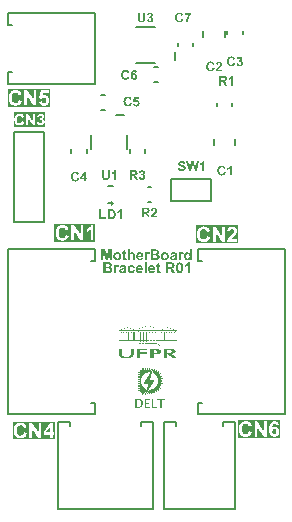
<source format=gto>
G04*
G04 #@! TF.GenerationSoftware,Altium Limited,Altium Designer,24.10.1 (45)*
G04*
G04 Layer_Color=65535*
%FSLAX44Y44*%
%MOMM*%
G71*
G04*
G04 #@! TF.SameCoordinates,DE934D07-760A-40F3-A6A2-C4044611B154*
G04*
G04*
G04 #@! TF.FilePolarity,Positive*
G04*
G01*
G75*
%ADD10C,0.1270*%
%ADD11C,0.1000*%
%ADD12C,0.1200*%
G36*
X1127Y155197D02*
X1200D01*
Y155173D01*
X1274D01*
Y155149D01*
X1347D01*
Y155124D01*
X1396D01*
Y155100D01*
X1469D01*
Y155075D01*
X1542D01*
Y155051D01*
X1615D01*
Y155027D01*
X1689D01*
Y155002D01*
X1737D01*
Y154978D01*
X1811D01*
Y154953D01*
X1884D01*
Y154929D01*
X1957D01*
Y154904D01*
X2030D01*
Y154880D01*
X2104D01*
Y154856D01*
X2152D01*
Y154831D01*
X2226D01*
Y154807D01*
X2299D01*
Y154782D01*
X2372D01*
Y154758D01*
X2445D01*
Y154734D01*
X2494D01*
Y154709D01*
X2567D01*
Y154685D01*
X2641D01*
Y154660D01*
X2714D01*
Y154636D01*
X2787D01*
Y154612D01*
X2836D01*
Y154587D01*
X2909D01*
Y154563D01*
X2982D01*
Y154538D01*
X3056D01*
Y154514D01*
X3129D01*
Y154489D01*
X3202D01*
Y154465D01*
X3251D01*
Y154441D01*
X3324D01*
Y154416D01*
X3397D01*
Y154392D01*
X3471D01*
Y154368D01*
X3544D01*
Y154343D01*
X3593D01*
Y154319D01*
X3666D01*
Y154294D01*
X3739D01*
Y154270D01*
X3812D01*
Y154245D01*
X3886D01*
Y154221D01*
X3959D01*
Y154197D01*
X4008D01*
Y154172D01*
X4081D01*
Y154148D01*
X4154D01*
Y154123D01*
X4227D01*
Y154099D01*
X4301D01*
Y154074D01*
X4349D01*
Y154050D01*
X4423D01*
Y154026D01*
X4496D01*
Y154001D01*
X4569D01*
Y153977D01*
X4642D01*
Y153953D01*
X4691D01*
Y153928D01*
X4764D01*
Y153904D01*
X4838D01*
Y153879D01*
X4911D01*
Y153855D01*
X4984D01*
Y153830D01*
X5057D01*
Y153806D01*
X5106D01*
Y153782D01*
X5179D01*
Y153757D01*
X5253D01*
Y153733D01*
X5326D01*
Y153708D01*
X5399D01*
Y153684D01*
X5448D01*
Y153659D01*
X5521D01*
Y153635D01*
X5594D01*
Y153611D01*
X5668D01*
Y153586D01*
X5741D01*
Y153562D01*
X5814D01*
Y153538D01*
X5863D01*
Y153513D01*
X5936D01*
Y153489D01*
X6009D01*
Y153464D01*
X6083D01*
Y153440D01*
X6156D01*
Y153415D01*
X6205D01*
Y153391D01*
X6278D01*
Y153367D01*
X6351D01*
Y153342D01*
X6424D01*
Y153318D01*
X6498D01*
Y153293D01*
X6571D01*
Y153269D01*
X6620D01*
Y153244D01*
X6693D01*
Y153220D01*
X6766D01*
Y153196D01*
X6839D01*
Y153171D01*
X6913D01*
Y153147D01*
X6962D01*
Y153123D01*
X7035D01*
Y153098D01*
X7108D01*
Y153074D01*
X7181D01*
Y153049D01*
X7254D01*
Y153025D01*
X7303D01*
Y153000D01*
X7376D01*
Y152976D01*
X7450D01*
Y152952D01*
X7523D01*
Y152927D01*
X7596D01*
Y152903D01*
X16067D01*
Y152927D01*
X16140D01*
Y152952D01*
X16214D01*
Y152976D01*
X16262D01*
Y153000D01*
X16336D01*
Y153025D01*
X16409D01*
Y153049D01*
X16482D01*
Y153074D01*
X16555D01*
Y153098D01*
X16604D01*
Y153123D01*
X16677D01*
Y153147D01*
X16751D01*
Y153171D01*
X16824D01*
Y153196D01*
X16873D01*
Y153220D01*
X16946D01*
Y153244D01*
X17019D01*
Y153269D01*
X17092D01*
Y153293D01*
X17141D01*
Y153318D01*
X17214D01*
Y153342D01*
X17288D01*
Y153367D01*
X17361D01*
Y153391D01*
X17434D01*
Y153415D01*
X17483D01*
Y153440D01*
X17556D01*
Y153464D01*
X17629D01*
Y153489D01*
X17703D01*
Y153513D01*
X17751D01*
Y153538D01*
X17825D01*
Y153562D01*
X17898D01*
Y153586D01*
X17971D01*
Y153611D01*
X18020D01*
Y153635D01*
X18093D01*
Y153659D01*
X18191D01*
Y153635D01*
X18264D01*
Y153611D01*
X18313D01*
Y153586D01*
X18386D01*
Y153562D01*
X18460D01*
Y153538D01*
X18533D01*
Y153513D01*
X18582D01*
Y153489D01*
X18655D01*
Y153464D01*
X18728D01*
Y153440D01*
X18801D01*
Y153415D01*
X18850D01*
Y153391D01*
X18923D01*
Y153367D01*
X18996D01*
Y153342D01*
X19070D01*
Y153318D01*
X19119D01*
Y153293D01*
X19192D01*
Y153269D01*
X19265D01*
Y153244D01*
X19338D01*
Y153220D01*
X19387D01*
Y153196D01*
X19460D01*
Y153171D01*
X19534D01*
Y153147D01*
X19582D01*
Y153123D01*
X19656D01*
Y153098D01*
X19729D01*
Y153074D01*
X19802D01*
Y153049D01*
X19851D01*
Y153025D01*
X19924D01*
Y153000D01*
X19997D01*
Y152976D01*
X20071D01*
Y152952D01*
X20120D01*
Y152927D01*
X20193D01*
Y152903D01*
X25441D01*
Y152683D01*
X20925D01*
Y152659D01*
X20998D01*
Y152634D01*
X21072D01*
Y152610D01*
X21120D01*
Y152585D01*
X21194D01*
Y152561D01*
X21267D01*
Y152537D01*
X21340D01*
Y152512D01*
X21413D01*
Y152488D01*
X21486D01*
Y152463D01*
X21535D01*
Y152439D01*
X21609D01*
Y152415D01*
X21682D01*
Y152390D01*
X21755D01*
Y152366D01*
X21828D01*
Y152341D01*
X21902D01*
Y152317D01*
X21975D01*
Y152292D01*
X22024D01*
Y152268D01*
X22097D01*
Y152244D01*
X22170D01*
Y152219D01*
X22243D01*
Y152195D01*
X22317D01*
Y152170D01*
X22390D01*
Y152146D01*
X22439D01*
Y152122D01*
X22512D01*
Y152097D01*
X22585D01*
Y152073D01*
X22658D01*
Y152048D01*
X22732D01*
Y152024D01*
X22805D01*
Y152000D01*
X22878D01*
Y151975D01*
X22927D01*
Y151951D01*
X23000D01*
Y151926D01*
X23073D01*
Y151902D01*
X23147D01*
Y151877D01*
X23220D01*
Y151853D01*
X23293D01*
Y151829D01*
X23342D01*
Y151804D01*
X23415D01*
Y151780D01*
X23488D01*
Y151755D01*
X23561D01*
Y151731D01*
X23635D01*
Y151707D01*
X23708D01*
Y151682D01*
X23757D01*
Y151658D01*
X23830D01*
Y151633D01*
X23903D01*
Y151609D01*
X23977D01*
Y151585D01*
X24050D01*
Y151560D01*
X24123D01*
Y151536D01*
X24196D01*
Y151511D01*
X24245D01*
Y151487D01*
X24318D01*
Y151462D01*
X24392D01*
Y151438D01*
X24465D01*
Y151414D01*
X24538D01*
Y151389D01*
X24611D01*
Y151365D01*
X24660D01*
Y151340D01*
X24733D01*
Y151316D01*
X24807D01*
Y151292D01*
X24880D01*
Y151267D01*
X24953D01*
Y151243D01*
X25026D01*
Y151218D01*
X25099D01*
Y151194D01*
X25148D01*
Y151170D01*
X25222D01*
Y151145D01*
X25295D01*
Y151121D01*
X25368D01*
Y151096D01*
X25441D01*
Y150828D01*
X24709D01*
Y149949D01*
X25466D01*
Y149705D01*
X-23334D01*
Y149949D01*
X-22577D01*
Y150828D01*
X-23334D01*
Y151072D01*
X-23309D01*
Y151096D01*
X-23261D01*
Y151121D01*
X-23187D01*
Y151145D01*
X-23114D01*
Y151170D01*
X-23041D01*
Y151194D01*
X-22968D01*
Y151218D01*
X-22894D01*
Y151243D01*
X-22845D01*
Y151267D01*
X-22772D01*
Y151292D01*
X-22699D01*
Y151316D01*
X-22626D01*
Y151340D01*
X-22552D01*
Y151365D01*
X-22479D01*
Y151389D01*
X-22406D01*
Y151414D01*
X-22357D01*
Y151438D01*
X-22284D01*
Y151462D01*
X-22211D01*
Y151487D01*
X-22137D01*
Y151511D01*
X-22064D01*
Y151536D01*
X-21991D01*
Y151560D01*
X-21918D01*
Y151585D01*
X-21869D01*
Y151609D01*
X-21796D01*
Y151633D01*
X-21723D01*
Y151658D01*
X-21649D01*
Y151682D01*
X-21576D01*
Y151707D01*
X-21503D01*
Y151731D01*
X-21430D01*
Y151755D01*
X-21381D01*
Y151780D01*
X-21307D01*
Y151804D01*
X-21234D01*
Y151829D01*
X-21161D01*
Y151853D01*
X-21088D01*
Y151877D01*
X-21015D01*
Y151902D01*
X-20941D01*
Y151926D01*
X-20868D01*
Y151951D01*
X-20819D01*
Y151975D01*
X-20746D01*
Y152000D01*
X-20673D01*
Y152024D01*
X-20600D01*
Y152048D01*
X-20526D01*
Y152073D01*
X-20453D01*
Y152097D01*
X-20380D01*
Y152122D01*
X-20331D01*
Y152146D01*
X-20258D01*
Y152170D01*
X-20185D01*
Y152195D01*
X-20111D01*
Y152219D01*
X-20038D01*
Y152244D01*
X-19965D01*
Y152268D01*
X-19892D01*
Y152292D01*
X-19843D01*
Y152317D01*
X-19770D01*
Y152341D01*
X-19696D01*
Y152366D01*
X-19623D01*
Y152390D01*
X-19550D01*
Y152415D01*
X-19477D01*
Y152439D01*
X-19403D01*
Y152463D01*
X-19355D01*
Y152488D01*
X-19281D01*
Y152512D01*
X-19208D01*
Y152537D01*
X-19135D01*
Y152561D01*
X-19062D01*
Y152585D01*
X-18988D01*
Y152610D01*
X-18915D01*
Y152634D01*
X-18866D01*
Y152659D01*
X-18793D01*
Y152683D01*
X-23334D01*
Y152903D01*
X-18085D01*
Y152927D01*
X-18012D01*
Y152952D01*
X-17939D01*
Y152976D01*
X-17865D01*
Y153000D01*
X-17817D01*
Y153025D01*
X-17743D01*
Y153049D01*
X-17670D01*
Y153074D01*
X-17597D01*
Y153098D01*
X-17524D01*
Y153123D01*
X-17450D01*
Y153147D01*
X-17402D01*
Y153171D01*
X-17328D01*
Y153196D01*
X-17255D01*
Y153220D01*
X-17182D01*
Y153244D01*
X-17109D01*
Y153269D01*
X-17035D01*
Y153293D01*
X-16987D01*
Y153318D01*
X-16913D01*
Y153342D01*
X-16840D01*
Y153367D01*
X-16767D01*
Y153391D01*
X-16694D01*
Y153415D01*
X-16620D01*
Y153440D01*
X-16572D01*
Y153464D01*
X-16498D01*
Y153489D01*
X-16425D01*
Y153513D01*
X-16352D01*
Y153538D01*
X-16279D01*
Y153562D01*
X-16230D01*
Y153586D01*
X-16157D01*
Y153611D01*
X-16083D01*
Y153635D01*
X-15961D01*
Y153611D01*
X-15888D01*
Y153586D01*
X-15815D01*
Y153562D01*
X-15766D01*
Y153538D01*
X-15693D01*
Y153513D01*
X-15620D01*
Y153489D01*
X-15546D01*
Y153464D01*
X-15473D01*
Y153440D01*
X-15400D01*
Y153415D01*
X-15351D01*
Y153391D01*
X-15278D01*
Y153367D01*
X-15204D01*
Y153342D01*
X-15131D01*
Y153318D01*
X-15058D01*
Y153293D01*
X-14985D01*
Y153269D01*
X-14936D01*
Y153244D01*
X-14863D01*
Y153220D01*
X-14790D01*
Y153196D01*
X-14716D01*
Y153171D01*
X-14643D01*
Y153147D01*
X-14570D01*
Y153123D01*
X-14521D01*
Y153098D01*
X-14448D01*
Y153074D01*
X-14375D01*
Y153049D01*
X-14301D01*
Y153025D01*
X-14228D01*
Y153000D01*
X-14179D01*
Y152976D01*
X-14106D01*
Y152952D01*
X-14033D01*
Y152927D01*
X-13959D01*
Y152903D01*
X-5440D01*
Y152927D01*
X-5367D01*
Y152952D01*
X-5293D01*
Y152976D01*
X-5220D01*
Y153000D01*
X-5147D01*
Y153025D01*
X-5074D01*
Y153049D01*
X-5025D01*
Y153074D01*
X-4952D01*
Y153098D01*
X-4878D01*
Y153123D01*
X-4805D01*
Y153147D01*
X-4732D01*
Y153171D01*
X-4659D01*
Y153196D01*
X-4610D01*
Y153220D01*
X-4536D01*
Y153244D01*
X-4463D01*
Y153269D01*
X-4390D01*
Y153293D01*
X-4317D01*
Y153318D01*
X-4244D01*
Y153342D01*
X-4195D01*
Y153367D01*
X-4121D01*
Y153391D01*
X-4048D01*
Y153415D01*
X-3975D01*
Y153440D01*
X-3902D01*
Y153464D01*
X-3853D01*
Y153489D01*
X-3780D01*
Y153513D01*
X-3706D01*
Y153538D01*
X-3633D01*
Y153562D01*
X-3560D01*
Y153586D01*
X-3487D01*
Y153611D01*
X-3438D01*
Y153635D01*
X-3365D01*
Y153659D01*
X-3291D01*
Y153684D01*
X-3218D01*
Y153708D01*
X-3145D01*
Y153733D01*
X-3072D01*
Y153757D01*
X-3023D01*
Y153782D01*
X-2950D01*
Y153806D01*
X-2876D01*
Y153830D01*
X-2803D01*
Y153855D01*
X-2730D01*
Y153879D01*
X-2657D01*
Y153904D01*
X-2608D01*
Y153928D01*
X-2535D01*
Y153953D01*
X-2462D01*
Y153977D01*
X-2388D01*
Y154001D01*
X-2315D01*
Y154026D01*
X-2266D01*
Y154050D01*
X-2193D01*
Y154074D01*
X-2120D01*
Y154099D01*
X-2046D01*
Y154123D01*
X-1973D01*
Y154148D01*
X-1900D01*
Y154172D01*
X-1851D01*
Y154197D01*
X-1778D01*
Y154221D01*
X-1705D01*
Y154245D01*
X-1631D01*
Y154270D01*
X-1558D01*
Y154294D01*
X-1485D01*
Y154319D01*
X-1436D01*
Y154343D01*
X-1363D01*
Y154368D01*
X-1290D01*
Y154392D01*
X-1217D01*
Y154416D01*
X-1143D01*
Y154441D01*
X-1070D01*
Y154465D01*
X-1021D01*
Y154489D01*
X-948D01*
Y154514D01*
X-875D01*
Y154538D01*
X-802D01*
Y154563D01*
X-728D01*
Y154587D01*
X-680D01*
Y154612D01*
X-606D01*
Y154636D01*
X-533D01*
Y154660D01*
X-460D01*
Y154685D01*
X-386D01*
Y154709D01*
X-313D01*
Y154734D01*
X-265D01*
Y154758D01*
X-191D01*
Y154782D01*
X-118D01*
Y154807D01*
X-45D01*
Y154831D01*
X29D01*
Y154856D01*
X102D01*
Y154880D01*
X150D01*
Y154904D01*
X224D01*
Y154929D01*
X297D01*
Y154953D01*
X370D01*
Y154978D01*
X443D01*
Y155002D01*
X517D01*
Y155027D01*
X565D01*
Y155051D01*
X639D01*
Y155075D01*
X712D01*
Y155100D01*
X785D01*
Y155124D01*
X859D01*
Y155149D01*
X907D01*
Y155173D01*
X980D01*
Y155197D01*
X1054D01*
Y155222D01*
X1127D01*
Y155197D01*
D02*
G37*
G36*
X24147Y149632D02*
Y149607D01*
Y149436D01*
X22902D01*
Y149656D01*
X24147D01*
Y149632D01*
D02*
G37*
G36*
X21999Y149436D02*
X20754D01*
Y149656D01*
X21999D01*
Y149436D01*
D02*
G37*
G36*
X19851D02*
X18606D01*
Y149656D01*
X19851D01*
Y149436D01*
D02*
G37*
G36*
X17703D02*
X16433D01*
Y149656D01*
X17703D01*
Y149436D01*
D02*
G37*
G36*
X15530D02*
X14261D01*
Y149656D01*
X15530D01*
Y149436D01*
D02*
G37*
G36*
X13382D02*
X12137D01*
Y149656D01*
X13382D01*
Y149436D01*
D02*
G37*
G36*
X-10029D02*
X-11274D01*
Y149656D01*
X-10029D01*
Y149436D01*
D02*
G37*
G36*
X-12153Y149534D02*
Y149509D01*
Y149436D01*
X-13422D01*
Y149656D01*
X-12153D01*
Y149534D01*
D02*
G37*
G36*
X-14326Y149607D02*
Y149583D01*
Y149436D01*
X-15571D01*
Y149656D01*
X-14326D01*
Y149607D01*
D02*
G37*
G36*
X-16474Y149436D02*
X-17743D01*
Y149656D01*
X-16474D01*
Y149436D01*
D02*
G37*
G36*
X-18647D02*
X-19892D01*
Y149656D01*
X-18647D01*
Y149436D01*
D02*
G37*
G36*
X-20795D02*
X-22040D01*
Y149656D01*
X-20795D01*
Y149436D01*
D02*
G37*
G36*
X8255Y149412D02*
X6913D01*
Y149632D01*
X8255D01*
Y149412D01*
D02*
G37*
G36*
X5692D02*
X4301D01*
Y149632D01*
X5692D01*
Y149412D01*
D02*
G37*
G36*
X3056D02*
X1689D01*
Y149632D01*
X3056D01*
Y149412D01*
D02*
G37*
G36*
X-4756D02*
X-6123D01*
Y149632D01*
X-4756D01*
Y149412D01*
D02*
G37*
G36*
X443Y149461D02*
Y149436D01*
Y149388D01*
X-899D01*
Y149607D01*
X443D01*
Y149461D01*
D02*
G37*
G36*
X-2169Y149388D02*
X-3511D01*
Y149632D01*
X-2169D01*
Y149388D01*
D02*
G37*
G36*
X8036Y149119D02*
X7132D01*
Y149314D01*
X8036D01*
Y149119D01*
D02*
G37*
G36*
X5448D02*
X4545D01*
Y149143D01*
X4520D01*
Y149290D01*
X4545D01*
Y149314D01*
X5448D01*
Y149119D01*
D02*
G37*
G36*
X2836D02*
X1908D01*
Y149314D01*
X2836D01*
Y149119D01*
D02*
G37*
G36*
X224D02*
X-680D01*
Y149143D01*
Y149290D01*
X224D01*
Y149119D01*
D02*
G37*
G36*
X-2388D02*
X-3291D01*
Y149290D01*
X-2388D01*
Y149119D01*
D02*
G37*
G36*
X-4976D02*
X-5879D01*
Y149143D01*
X-5904D01*
Y149290D01*
X-5879D01*
Y149314D01*
X-4976D01*
Y149119D01*
D02*
G37*
G36*
X24025Y146312D02*
X24050D01*
Y146287D01*
X25441D01*
Y146067D01*
X24025D01*
Y143016D01*
X23049D01*
Y146067D01*
X21877D01*
Y143016D01*
X20876D01*
Y146067D01*
X19705D01*
Y143016D01*
X18752D01*
Y146067D01*
X17581D01*
Y143016D01*
X16555D01*
Y146067D01*
X15384D01*
Y143016D01*
X14407D01*
Y146067D01*
X13235D01*
Y143016D01*
X12259D01*
Y146067D01*
X7987D01*
Y142674D01*
X25417D01*
Y142650D01*
X25441D01*
Y142406D01*
X11819D01*
Y141112D01*
X25441D01*
Y140892D01*
X11844D01*
Y140868D01*
X11819D01*
Y139476D01*
X11844D01*
Y139452D01*
X25441D01*
Y139232D01*
X11819D01*
Y137938D01*
X25417D01*
Y137914D01*
X25441D01*
Y137670D01*
X11819D01*
Y137133D01*
X25441D01*
Y136718D01*
X-23309D01*
Y136742D01*
X-23334D01*
Y137108D01*
X-23309D01*
Y137133D01*
X-9712D01*
Y137670D01*
X-23309D01*
Y137694D01*
X-23334D01*
Y137914D01*
X-23309D01*
Y137938D01*
X-9712D01*
Y139232D01*
X-23334D01*
Y139452D01*
X-9712D01*
Y140892D01*
X-23334D01*
Y141112D01*
X-9712D01*
Y142406D01*
X-23309D01*
Y142430D01*
X-23334D01*
Y142650D01*
X-23309D01*
Y142674D01*
X-5855D01*
Y146067D01*
X-10151D01*
Y143016D01*
X-11128D01*
Y146067D01*
X-12299D01*
Y143016D01*
X-13276D01*
Y146067D01*
X-14448D01*
Y143016D01*
X-15424D01*
Y146067D01*
X-16645D01*
Y143016D01*
X-17597D01*
Y146067D01*
X-18769D01*
Y143016D01*
X-19770D01*
Y146067D01*
X-20941D01*
Y143016D01*
X-21918D01*
Y146067D01*
X-23334D01*
Y146287D01*
X-21942D01*
Y146312D01*
X-21918D01*
Y149363D01*
X-20941D01*
Y146287D01*
X-19770D01*
Y149363D01*
X-18769D01*
Y146312D01*
X-18744D01*
Y146287D01*
X-17597D01*
Y149339D01*
X-17572D01*
Y149363D01*
X-16645D01*
Y146312D01*
X-16620D01*
Y146287D01*
X-15449D01*
Y146312D01*
X-15424D01*
Y149363D01*
X-14472D01*
Y149339D01*
X-14448D01*
Y146287D01*
X-13276D01*
Y149363D01*
X-12299D01*
Y146287D01*
X-11128D01*
Y149339D01*
X-11103D01*
Y149363D01*
X-10151D01*
Y146312D01*
X-10127D01*
Y146287D01*
X-5855D01*
Y148850D01*
X-5830D01*
Y148875D01*
X-5025D01*
Y146287D01*
X-3267D01*
Y146312D01*
X-3243D01*
Y148875D01*
X-2437D01*
Y148850D01*
X-2413D01*
Y146287D01*
X-680D01*
Y146312D01*
X-655D01*
Y148875D01*
X175D01*
Y146287D01*
X1933D01*
Y148850D01*
X1957D01*
Y148875D01*
X2763D01*
Y148850D01*
X2787D01*
Y146287D01*
X4545D01*
Y148850D01*
X4569D01*
Y148875D01*
X5399D01*
Y146312D01*
X5423D01*
Y146287D01*
X7157D01*
Y146312D01*
X7181D01*
Y148875D01*
X7962D01*
Y148850D01*
X7987D01*
Y146287D01*
X12259D01*
Y149363D01*
X13235D01*
Y146287D01*
X14407D01*
Y149363D01*
X15384D01*
Y146312D01*
X15408D01*
Y146287D01*
X16555D01*
Y149339D01*
X16580D01*
Y149363D01*
X17556D01*
Y149339D01*
X17581D01*
Y146287D01*
X18728D01*
Y146312D01*
X18752D01*
Y149363D01*
X19680D01*
Y149339D01*
X19705D01*
Y146287D01*
X20876D01*
Y149363D01*
X21877D01*
Y146287D01*
X23049D01*
Y149339D01*
X23073D01*
Y149363D01*
X24025D01*
Y146312D01*
D02*
G37*
G36*
X24147Y142747D02*
Y142723D01*
X22902D01*
Y142943D01*
X24147D01*
Y142747D01*
D02*
G37*
G36*
X21999Y142723D02*
X20754D01*
Y142943D01*
X21999D01*
Y142723D01*
D02*
G37*
G36*
X19851D02*
X18606D01*
Y142943D01*
X19851D01*
Y142723D01*
D02*
G37*
G36*
X17703D02*
X16433D01*
Y142943D01*
X17703D01*
Y142723D01*
D02*
G37*
G36*
X15530D02*
X14261D01*
Y142943D01*
X15530D01*
Y142723D01*
D02*
G37*
G36*
X13382D02*
X12137D01*
Y142943D01*
X13382D01*
Y142723D01*
D02*
G37*
G36*
X-10029D02*
X-11274D01*
Y142943D01*
X-10029D01*
Y142723D01*
D02*
G37*
G36*
X-12153D02*
X-13422D01*
Y142943D01*
X-12153D01*
Y142723D01*
D02*
G37*
G36*
X-14326D02*
X-15571D01*
Y142747D01*
Y142772D01*
Y142943D01*
X-14326D01*
Y142723D01*
D02*
G37*
G36*
X-16498Y142918D02*
X-16474D01*
Y142723D01*
X-17743D01*
Y142943D01*
X-16498D01*
Y142918D01*
D02*
G37*
G36*
X-18647Y142723D02*
X-19892D01*
Y142943D01*
X-18647D01*
Y142723D01*
D02*
G37*
G36*
X-20795Y142918D02*
Y142723D01*
X-22040D01*
Y142943D01*
X-20795D01*
Y142918D01*
D02*
G37*
G36*
X-10884Y130371D02*
X-10908D01*
Y130175D01*
X-10933D01*
Y130053D01*
X-10957D01*
Y129956D01*
X-10981D01*
Y129858D01*
X-11006D01*
Y129785D01*
X-11030D01*
Y129712D01*
X-11055D01*
Y129663D01*
X-11079D01*
Y129614D01*
X-11103D01*
Y129541D01*
X-11128D01*
Y129492D01*
X-11152D01*
Y129443D01*
X-11177D01*
Y129394D01*
X-11201D01*
Y129370D01*
X-11225D01*
Y129321D01*
X-11250D01*
Y129297D01*
X-11274D01*
Y129248D01*
X-11299D01*
Y129223D01*
X-11323D01*
Y129174D01*
X-11348D01*
Y129150D01*
X-11372D01*
Y129126D01*
X-11396D01*
Y129077D01*
X-11421D01*
Y129052D01*
X-11445D01*
Y129028D01*
X-11470D01*
Y129003D01*
X-11494D01*
Y128979D01*
X-11518D01*
Y128955D01*
X-11543D01*
Y128906D01*
X-11567D01*
Y128882D01*
X-11592D01*
Y128857D01*
X-11616D01*
Y128833D01*
X-11665D01*
Y128808D01*
X-11689D01*
Y128784D01*
X-11714D01*
Y128759D01*
X-11738D01*
Y128735D01*
X-11762D01*
Y128711D01*
X-11787D01*
Y128686D01*
X-11836D01*
Y128662D01*
X-11860D01*
Y128637D01*
X-11884D01*
Y128613D01*
X-11909D01*
Y128588D01*
X-11958D01*
Y128564D01*
X-11982D01*
Y128540D01*
X-12031D01*
Y128515D01*
X-12055D01*
Y128491D01*
X-12104D01*
Y128467D01*
X-12129D01*
Y128442D01*
X-12177D01*
Y128418D01*
X-12226D01*
Y128393D01*
X-12275D01*
Y128369D01*
X-12299D01*
Y128344D01*
X-12348D01*
Y128320D01*
X-12397D01*
Y128296D01*
X-12446D01*
Y128271D01*
X-12495D01*
Y128247D01*
X-12544D01*
Y128222D01*
X-12593D01*
Y128198D01*
X-12666D01*
Y128174D01*
X-12715D01*
Y128149D01*
X-12763D01*
Y128125D01*
X-12837D01*
Y128100D01*
X-12885D01*
Y128076D01*
X-12959D01*
Y128052D01*
X-13032D01*
Y128027D01*
X-13105D01*
Y128003D01*
X-13178D01*
Y127978D01*
X-13252D01*
Y127954D01*
X-13325D01*
Y127929D01*
X-13398D01*
Y127905D01*
X-13496D01*
Y127881D01*
X-13593D01*
Y127856D01*
X-13691D01*
Y127832D01*
X-13789D01*
Y127807D01*
X-13886D01*
Y127783D01*
X-14008D01*
Y127759D01*
X-14130D01*
Y127734D01*
X-14277D01*
Y127710D01*
X-14423D01*
Y127685D01*
X-14570D01*
Y127661D01*
X-14741D01*
Y127636D01*
X-14936D01*
Y127612D01*
X-15156D01*
Y127588D01*
X-15400D01*
Y127563D01*
X-15717D01*
Y127539D01*
X-16157D01*
Y127514D01*
X-18036D01*
Y127539D01*
X-18476D01*
Y127563D01*
X-18793D01*
Y127588D01*
X-19062D01*
Y127612D01*
X-19281D01*
Y127636D01*
X-19477D01*
Y127661D01*
X-19648D01*
Y127685D01*
X-19794D01*
Y127710D01*
X-19940D01*
Y127734D01*
X-20062D01*
Y127759D01*
X-20185D01*
Y127783D01*
X-20307D01*
Y127807D01*
X-20404D01*
Y127832D01*
X-20526D01*
Y127856D01*
X-20624D01*
Y127881D01*
X-20697D01*
Y127905D01*
X-20795D01*
Y127929D01*
X-20868D01*
Y127954D01*
X-20966D01*
Y127978D01*
X-21039D01*
Y128003D01*
X-21112D01*
Y128027D01*
X-21186D01*
Y128052D01*
X-21234D01*
Y128076D01*
X-21307D01*
Y128100D01*
X-21381D01*
Y128125D01*
X-21430D01*
Y128149D01*
X-21478D01*
Y128174D01*
X-21552D01*
Y128198D01*
X-21600D01*
Y128222D01*
X-21649D01*
Y128247D01*
X-21698D01*
Y128271D01*
X-21747D01*
Y128296D01*
X-21796D01*
Y128320D01*
X-21845D01*
Y128344D01*
X-21893D01*
Y128369D01*
X-21942D01*
Y128393D01*
X-21967D01*
Y128418D01*
X-22016D01*
Y128442D01*
X-22064D01*
Y128467D01*
X-22089D01*
Y128491D01*
X-22137D01*
Y128515D01*
X-22162D01*
Y128540D01*
X-22211D01*
Y128564D01*
X-22235D01*
Y128588D01*
X-22284D01*
Y128613D01*
X-22308D01*
Y128637D01*
X-22333D01*
Y128662D01*
X-22357D01*
Y128686D01*
X-22406D01*
Y128711D01*
X-22431D01*
Y128735D01*
X-22455D01*
Y128759D01*
X-22479D01*
Y128784D01*
X-22504D01*
Y128808D01*
X-22528D01*
Y128833D01*
X-22552D01*
Y128857D01*
X-22577D01*
Y128882D01*
X-22601D01*
Y128906D01*
X-22626D01*
Y128930D01*
X-22650D01*
Y128955D01*
X-22675D01*
Y128979D01*
X-22699D01*
Y129003D01*
X-22723D01*
Y129028D01*
X-22748D01*
Y129052D01*
X-22772D01*
Y129077D01*
X-22797D01*
Y129126D01*
X-22821D01*
Y129150D01*
X-22845D01*
Y129174D01*
X-22870D01*
Y129223D01*
X-22894D01*
Y129248D01*
X-22919D01*
Y129297D01*
X-22943D01*
Y129321D01*
X-22968D01*
Y129370D01*
X-22992D01*
Y129418D01*
X-23016D01*
Y129467D01*
X-23041D01*
Y129516D01*
X-23065D01*
Y129565D01*
X-23090D01*
Y129614D01*
X-23114D01*
Y129687D01*
X-23138D01*
Y129736D01*
X-23163D01*
Y129809D01*
X-23187D01*
Y129882D01*
X-23212D01*
Y129980D01*
X-23236D01*
Y130102D01*
X-23261D01*
Y130248D01*
X-23285D01*
Y130517D01*
X-23309D01*
Y135473D01*
X-23285D01*
Y135497D01*
X-20868D01*
Y130493D01*
X-20844D01*
Y130346D01*
X-20819D01*
Y130248D01*
X-20795D01*
Y130151D01*
X-20770D01*
Y130102D01*
X-20746D01*
Y130029D01*
X-20722D01*
Y129980D01*
X-20697D01*
Y129931D01*
X-20673D01*
Y129882D01*
X-20648D01*
Y129833D01*
X-20624D01*
Y129809D01*
X-20600D01*
Y129760D01*
X-20575D01*
Y129736D01*
X-20551D01*
Y129712D01*
X-20526D01*
Y129663D01*
X-20502D01*
Y129638D01*
X-20477D01*
Y129614D01*
X-20453D01*
Y129589D01*
X-20429D01*
Y129565D01*
X-20404D01*
Y129541D01*
X-20380D01*
Y129516D01*
X-20356D01*
Y129492D01*
X-20331D01*
Y129467D01*
X-20307D01*
Y129443D01*
X-20282D01*
Y129418D01*
X-20258D01*
Y129394D01*
X-20233D01*
Y129370D01*
X-20185D01*
Y129345D01*
X-20160D01*
Y129321D01*
X-20111D01*
Y129297D01*
X-20087D01*
Y129272D01*
X-20038D01*
Y129248D01*
X-20014D01*
Y129223D01*
X-19965D01*
Y129199D01*
X-19916D01*
Y129174D01*
X-19892D01*
Y129150D01*
X-19843D01*
Y129126D01*
X-19794D01*
Y129101D01*
X-19745D01*
Y129077D01*
X-19672D01*
Y129052D01*
X-19623D01*
Y129028D01*
X-19550D01*
Y129003D01*
X-19501D01*
Y128979D01*
X-19428D01*
Y128955D01*
X-19355D01*
Y128930D01*
X-19281D01*
Y128906D01*
X-19184D01*
Y128882D01*
X-19110D01*
Y128857D01*
X-19013D01*
Y128833D01*
X-18891D01*
Y128808D01*
X-18769D01*
Y128784D01*
X-18647D01*
Y128759D01*
X-18476D01*
Y128735D01*
X-18280D01*
Y128711D01*
X-18061D01*
Y128686D01*
X-17695D01*
Y128662D01*
X-16523D01*
Y128686D01*
X-16157D01*
Y128711D01*
X-15912D01*
Y128735D01*
X-15742D01*
Y128759D01*
X-15571D01*
Y128784D01*
X-15449D01*
Y128808D01*
X-15327D01*
Y128833D01*
X-15204D01*
Y128857D01*
X-15107D01*
Y128882D01*
X-15034D01*
Y128906D01*
X-14936D01*
Y128930D01*
X-14863D01*
Y128955D01*
X-14790D01*
Y128979D01*
X-14716D01*
Y129003D01*
X-14643D01*
Y129028D01*
X-14594D01*
Y129052D01*
X-14545D01*
Y129077D01*
X-14472D01*
Y129101D01*
X-14423D01*
Y129126D01*
X-14375D01*
Y129150D01*
X-14326D01*
Y129174D01*
X-14277D01*
Y129199D01*
X-14253D01*
Y129223D01*
X-14204D01*
Y129248D01*
X-14155D01*
Y129272D01*
X-14130D01*
Y129297D01*
X-14082D01*
Y129321D01*
X-14057D01*
Y129345D01*
X-14033D01*
Y129370D01*
X-13984D01*
Y129394D01*
X-13959D01*
Y129418D01*
X-13935D01*
Y129443D01*
X-13911D01*
Y129467D01*
X-13886D01*
Y129492D01*
X-13862D01*
Y129516D01*
X-13837D01*
Y129541D01*
X-13813D01*
Y129565D01*
X-13789D01*
Y129589D01*
X-13764D01*
Y129614D01*
X-13740D01*
Y129638D01*
X-13715D01*
Y129663D01*
X-13691D01*
Y129687D01*
X-13667D01*
Y129736D01*
X-13642D01*
Y129760D01*
X-13618D01*
Y129809D01*
X-13593D01*
Y129833D01*
X-13569D01*
Y129882D01*
X-13544D01*
Y129931D01*
X-13520D01*
Y129980D01*
X-13496D01*
Y130029D01*
X-13471D01*
Y130078D01*
X-13447D01*
Y130151D01*
X-13422D01*
Y130248D01*
X-13398D01*
Y130346D01*
X-13374D01*
Y130468D01*
X-13349D01*
Y135473D01*
X-13325D01*
Y135497D01*
X-10884D01*
Y130371D01*
D02*
G37*
G36*
X19631Y135473D02*
X20315D01*
Y135448D01*
X20705D01*
Y135424D01*
X20998D01*
Y135399D01*
X21242D01*
Y135375D01*
X21438D01*
Y135351D01*
X21633D01*
Y135326D01*
X21804D01*
Y135302D01*
X21950D01*
Y135277D01*
X22072D01*
Y135253D01*
X22194D01*
Y135229D01*
X22317D01*
Y135204D01*
X22439D01*
Y135180D01*
X22536D01*
Y135155D01*
X22634D01*
Y135131D01*
X22707D01*
Y135106D01*
X22805D01*
Y135082D01*
X22878D01*
Y135058D01*
X22951D01*
Y135033D01*
X23024D01*
Y135009D01*
X23098D01*
Y134984D01*
X23171D01*
Y134960D01*
X23220D01*
Y134936D01*
X23293D01*
Y134911D01*
X23342D01*
Y134887D01*
X23415D01*
Y134862D01*
X23464D01*
Y134838D01*
X23513D01*
Y134813D01*
X23561D01*
Y134789D01*
X23610D01*
Y134765D01*
X23659D01*
Y134740D01*
X23684D01*
Y134716D01*
X23732D01*
Y134691D01*
X23781D01*
Y134667D01*
X23806D01*
Y134643D01*
X23854D01*
Y134618D01*
X23879D01*
Y134594D01*
X23928D01*
Y134569D01*
X23952D01*
Y134545D01*
X23977D01*
Y134521D01*
X24025D01*
Y134496D01*
X24050D01*
Y134472D01*
X24074D01*
Y134447D01*
X24099D01*
Y134423D01*
X24123D01*
Y134399D01*
X24147D01*
Y134374D01*
X24172D01*
Y134350D01*
X24196D01*
Y134325D01*
X24221D01*
Y134301D01*
X24245D01*
Y134277D01*
X24269D01*
Y134252D01*
X24294D01*
Y134228D01*
X24318D01*
Y134179D01*
X24343D01*
Y134154D01*
X24367D01*
Y134130D01*
X24392D01*
Y134081D01*
X24416D01*
Y134032D01*
X24440D01*
Y134008D01*
X24465D01*
Y133959D01*
X24489D01*
Y133886D01*
X24514D01*
Y133837D01*
X24538D01*
Y133764D01*
X24562D01*
Y133691D01*
X24587D01*
Y133568D01*
X24611D01*
Y133349D01*
X24636D01*
Y133227D01*
X24611D01*
Y133032D01*
X24587D01*
Y132934D01*
X24562D01*
Y132861D01*
X24538D01*
Y132787D01*
X24514D01*
Y132739D01*
X24489D01*
Y132690D01*
X24465D01*
Y132641D01*
X24440D01*
Y132592D01*
X24416D01*
Y132568D01*
X24392D01*
Y132519D01*
X24367D01*
Y132494D01*
X24343D01*
Y132470D01*
X24318D01*
Y132421D01*
X24294D01*
Y132397D01*
X24269D01*
Y132372D01*
X24245D01*
Y132348D01*
X24221D01*
Y132324D01*
X24196D01*
Y132299D01*
X24172D01*
Y132275D01*
X24147D01*
Y132250D01*
X24123D01*
Y132226D01*
X24099D01*
Y132201D01*
X24074D01*
Y132177D01*
X24050D01*
Y132153D01*
X24001D01*
Y132128D01*
X23977D01*
Y132104D01*
X23952D01*
Y132079D01*
X23903D01*
Y132055D01*
X23879D01*
Y132031D01*
X23854D01*
Y132006D01*
X23806D01*
Y131982D01*
X23781D01*
Y131957D01*
X23732D01*
Y131933D01*
X23684D01*
Y131909D01*
X23659D01*
Y131884D01*
X23610D01*
Y131860D01*
X23561D01*
Y131835D01*
X23513D01*
Y131811D01*
X23464D01*
Y131786D01*
X23440D01*
Y131762D01*
X23366D01*
Y131738D01*
X23317D01*
Y131713D01*
X23269D01*
Y131689D01*
X23220D01*
Y131664D01*
X23171D01*
Y131640D01*
X23098D01*
Y131616D01*
X23024D01*
Y131591D01*
X22976D01*
Y131567D01*
X22902D01*
Y131542D01*
X22829D01*
Y131518D01*
X22756D01*
Y131494D01*
X22658D01*
Y131469D01*
X22585D01*
Y131445D01*
X22487D01*
Y131420D01*
X22390D01*
Y131396D01*
X22268D01*
Y131371D01*
X22146D01*
Y131347D01*
X21999D01*
Y131323D01*
X21853D01*
Y131298D01*
X21657D01*
Y131274D01*
X21389D01*
Y131249D01*
X21267D01*
Y131225D01*
X21291D01*
Y131201D01*
X21340D01*
Y131176D01*
X21365D01*
Y131152D01*
X21389D01*
Y131127D01*
X21413D01*
Y131103D01*
X21438D01*
Y131079D01*
X21486D01*
Y131054D01*
X21511D01*
Y131030D01*
X21535D01*
Y131005D01*
X21560D01*
Y130981D01*
X21584D01*
Y130956D01*
X21609D01*
Y130932D01*
X21657D01*
Y130908D01*
X21682D01*
Y130883D01*
X21706D01*
Y130859D01*
X21731D01*
Y130834D01*
X21755D01*
Y130810D01*
X21779D01*
Y130786D01*
X21828D01*
Y130761D01*
X21853D01*
Y130737D01*
X21877D01*
Y130712D01*
X21902D01*
Y130688D01*
X21926D01*
Y130663D01*
X21975D01*
Y130639D01*
X21999D01*
Y130615D01*
X22024D01*
Y130590D01*
X22048D01*
Y130566D01*
X22072D01*
Y130541D01*
X22097D01*
Y130517D01*
X22146D01*
Y130493D01*
X22170D01*
Y130468D01*
X22194D01*
Y130444D01*
X22219D01*
Y130419D01*
X22243D01*
Y130395D01*
X22292D01*
Y130371D01*
X22317D01*
Y130346D01*
X22341D01*
Y130322D01*
X22365D01*
Y130297D01*
X22390D01*
Y130273D01*
X22414D01*
Y130248D01*
X22463D01*
Y130224D01*
X22487D01*
Y130200D01*
X22512D01*
Y130175D01*
X22536D01*
Y130151D01*
X22561D01*
Y130126D01*
X22610D01*
Y130102D01*
X22634D01*
Y130078D01*
X22658D01*
Y130053D01*
X22683D01*
Y130029D01*
X22707D01*
Y130004D01*
X22732D01*
Y129980D01*
X22780D01*
Y129956D01*
X22805D01*
Y129931D01*
X22829D01*
Y129907D01*
X22854D01*
Y129882D01*
X22878D01*
Y129858D01*
X22927D01*
Y129833D01*
X22951D01*
Y129809D01*
X22976D01*
Y129785D01*
X23000D01*
Y129760D01*
X23024D01*
Y129736D01*
X23049D01*
Y129712D01*
X23098D01*
Y129687D01*
X23122D01*
Y129663D01*
X23147D01*
Y129638D01*
X23171D01*
Y129614D01*
X23195D01*
Y129589D01*
X23244D01*
Y129565D01*
X23269D01*
Y129541D01*
X23293D01*
Y129516D01*
X23317D01*
Y129492D01*
X23342D01*
Y129467D01*
X23366D01*
Y129443D01*
X23415D01*
Y129418D01*
X23440D01*
Y129394D01*
X23464D01*
Y129370D01*
X23488D01*
Y129345D01*
X23513D01*
Y129321D01*
X23537D01*
Y129297D01*
X23586D01*
Y129272D01*
X23610D01*
Y129248D01*
X23635D01*
Y129223D01*
X23659D01*
Y129199D01*
X23684D01*
Y129174D01*
X23732D01*
Y129150D01*
X23757D01*
Y129126D01*
X23781D01*
Y129101D01*
X23806D01*
Y129077D01*
X23830D01*
Y129052D01*
X23854D01*
Y129028D01*
X23903D01*
Y129003D01*
X23928D01*
Y128979D01*
X23952D01*
Y128955D01*
X23977D01*
Y128930D01*
X24001D01*
Y128906D01*
X24050D01*
Y128882D01*
X24074D01*
Y128857D01*
X24099D01*
Y128833D01*
X24123D01*
Y128808D01*
X24147D01*
Y128784D01*
X24172D01*
Y128759D01*
X24221D01*
Y128735D01*
X24245D01*
Y128711D01*
X24269D01*
Y128686D01*
X24294D01*
Y128662D01*
X24318D01*
Y128637D01*
X24367D01*
Y128613D01*
X24392D01*
Y128588D01*
X24416D01*
Y128564D01*
X24440D01*
Y128540D01*
X24465D01*
Y128515D01*
X24489D01*
Y128491D01*
X24538D01*
Y128467D01*
X24562D01*
Y128442D01*
X24587D01*
Y128418D01*
X24611D01*
Y128393D01*
X24636D01*
Y128369D01*
X24685D01*
Y128344D01*
X24709D01*
Y128320D01*
X24733D01*
Y128296D01*
X24758D01*
Y128271D01*
X24782D01*
Y128247D01*
X24807D01*
Y128222D01*
X24855D01*
Y128198D01*
X24880D01*
Y128174D01*
X24904D01*
Y128149D01*
X24929D01*
Y128125D01*
X24953D01*
Y128100D01*
X25002D01*
Y128076D01*
X25026D01*
Y128052D01*
X25051D01*
Y128027D01*
X25075D01*
Y128003D01*
X25099D01*
Y127978D01*
X25124D01*
Y127954D01*
X25173D01*
Y127929D01*
X25197D01*
Y127905D01*
X25222D01*
Y127881D01*
X25246D01*
Y127856D01*
X25270D01*
Y127832D01*
X25295D01*
Y127807D01*
X25344D01*
Y127783D01*
X25368D01*
Y127759D01*
X25392D01*
Y127734D01*
X25417D01*
Y127710D01*
X21682D01*
Y127734D01*
X21657D01*
Y127759D01*
X21633D01*
Y127783D01*
X21609D01*
Y127807D01*
X21584D01*
Y127832D01*
X21560D01*
Y127856D01*
X21535D01*
Y127881D01*
X21511D01*
Y127905D01*
X21486D01*
Y127929D01*
X21462D01*
Y127954D01*
X21413D01*
Y127978D01*
X21389D01*
Y128003D01*
X21365D01*
Y128027D01*
X21340D01*
Y128052D01*
X21316D01*
Y128076D01*
X21291D01*
Y128100D01*
X21267D01*
Y128125D01*
X21242D01*
Y128149D01*
X21218D01*
Y128174D01*
X21194D01*
Y128198D01*
X21169D01*
Y128222D01*
X21120D01*
Y128247D01*
X21096D01*
Y128271D01*
X21072D01*
Y128296D01*
X21047D01*
Y128320D01*
X21023D01*
Y128344D01*
X20998D01*
Y128369D01*
X20974D01*
Y128393D01*
X20949D01*
Y128418D01*
X20925D01*
Y128442D01*
X20901D01*
Y128467D01*
X20876D01*
Y128491D01*
X20827D01*
Y128515D01*
X20803D01*
Y128540D01*
X20779D01*
Y128564D01*
X20754D01*
Y128588D01*
X20730D01*
Y128613D01*
X20705D01*
Y128637D01*
X20681D01*
Y128662D01*
X20656D01*
Y128686D01*
X20632D01*
Y128711D01*
X20608D01*
Y128735D01*
X20559D01*
Y128759D01*
X20535D01*
Y128784D01*
X20510D01*
Y128808D01*
X20486D01*
Y128833D01*
X20461D01*
Y128857D01*
X20437D01*
Y128882D01*
X20412D01*
Y128906D01*
X20388D01*
Y128930D01*
X20364D01*
Y128955D01*
X20339D01*
Y128979D01*
X20315D01*
Y129003D01*
X20266D01*
Y129028D01*
X20241D01*
Y129052D01*
X20217D01*
Y129077D01*
X20193D01*
Y129101D01*
X20168D01*
Y129126D01*
X20144D01*
Y129150D01*
X20120D01*
Y129174D01*
X20095D01*
Y129199D01*
X20071D01*
Y129223D01*
X20046D01*
Y129248D01*
X19997D01*
Y129272D01*
X19973D01*
Y129297D01*
X19949D01*
Y129321D01*
X19924D01*
Y129345D01*
X19900D01*
Y129370D01*
X19875D01*
Y129394D01*
X19851D01*
Y129418D01*
X19827D01*
Y129443D01*
X19802D01*
Y129467D01*
X19778D01*
Y129492D01*
X19753D01*
Y129516D01*
X19705D01*
Y129541D01*
X19680D01*
Y129565D01*
X19656D01*
Y129589D01*
X19631D01*
Y129614D01*
X19607D01*
Y129638D01*
X19582D01*
Y129663D01*
X19558D01*
Y129687D01*
X19534D01*
Y129712D01*
X19509D01*
Y129736D01*
X19485D01*
Y129760D01*
X19436D01*
Y129785D01*
X19411D01*
Y129809D01*
X19387D01*
Y129833D01*
X19363D01*
Y129858D01*
X19338D01*
Y129882D01*
X19314D01*
Y129907D01*
X19289D01*
Y129931D01*
X19265D01*
Y129956D01*
X19241D01*
Y129980D01*
X19216D01*
Y130004D01*
X19192D01*
Y130029D01*
X19143D01*
Y130053D01*
X19119D01*
Y130078D01*
X19094D01*
Y130102D01*
X19070D01*
Y130126D01*
X19045D01*
Y130151D01*
X19021D01*
Y130175D01*
X18996D01*
Y130200D01*
X18972D01*
Y130224D01*
X18948D01*
Y130248D01*
X18923D01*
Y130273D01*
X18874D01*
Y130297D01*
X18850D01*
Y130322D01*
X18826D01*
Y130346D01*
X18801D01*
Y130371D01*
X18777D01*
Y130395D01*
X18752D01*
Y130419D01*
X18728D01*
Y130444D01*
X18704D01*
Y130468D01*
X18679D01*
Y130493D01*
X18655D01*
Y130517D01*
X18630D01*
Y130541D01*
X18582D01*
Y130566D01*
X18557D01*
Y130590D01*
X18533D01*
Y130615D01*
X18508D01*
Y130639D01*
X18484D01*
Y130663D01*
X18460D01*
Y130688D01*
X18435D01*
Y130712D01*
X18411D01*
Y130737D01*
X18386D01*
Y130761D01*
X18362D01*
Y130786D01*
X18313D01*
Y130810D01*
X18289D01*
Y130834D01*
X18264D01*
Y130859D01*
X18240D01*
Y130883D01*
X18215D01*
Y130908D01*
X18191D01*
Y130932D01*
X18167D01*
Y130956D01*
X18142D01*
Y130981D01*
X18118D01*
Y131005D01*
X18093D01*
Y131030D01*
X18069D01*
Y131054D01*
X18020D01*
Y131079D01*
X17996D01*
Y131103D01*
X17971D01*
Y131127D01*
X17947D01*
Y131152D01*
X17922D01*
Y131176D01*
X17898D01*
Y131201D01*
X17874D01*
Y131225D01*
X17849D01*
Y131249D01*
X17825D01*
Y131274D01*
X17800D01*
Y131298D01*
X17776D01*
Y131323D01*
X17727D01*
Y127710D01*
X14480D01*
Y133032D01*
Y133056D01*
Y135473D01*
X14505D01*
Y135497D01*
X19631D01*
Y135473D01*
D02*
G37*
G36*
X6986D02*
X7694D01*
Y135448D01*
X8109D01*
Y135424D01*
X8426D01*
Y135399D01*
X8670D01*
Y135375D01*
X8890D01*
Y135351D01*
X9061D01*
Y135326D01*
X9232D01*
Y135302D01*
X9403D01*
Y135277D01*
X9549D01*
Y135253D01*
X9671D01*
Y135229D01*
X9793D01*
Y135204D01*
X9891D01*
Y135180D01*
X10013D01*
Y135155D01*
X10111D01*
Y135131D01*
X10208D01*
Y135106D01*
X10281D01*
Y135082D01*
X10379D01*
Y135058D01*
X10452D01*
Y135033D01*
X10526D01*
Y135009D01*
X10599D01*
Y134984D01*
X10672D01*
Y134960D01*
X10721D01*
Y134936D01*
X10794D01*
Y134911D01*
X10867D01*
Y134887D01*
X10916D01*
Y134862D01*
X10965D01*
Y134838D01*
X11014D01*
Y134813D01*
X11063D01*
Y134789D01*
X11112D01*
Y134765D01*
X11160D01*
Y134740D01*
X11209D01*
Y134716D01*
X11258D01*
Y134691D01*
X11307D01*
Y134667D01*
X11331D01*
Y134643D01*
X11380D01*
Y134618D01*
X11404D01*
Y134594D01*
X11453D01*
Y134569D01*
X11478D01*
Y134545D01*
X11526D01*
Y134521D01*
X11551D01*
Y134496D01*
X11575D01*
Y134472D01*
X11600D01*
Y134447D01*
X11648D01*
Y134423D01*
X11673D01*
Y134399D01*
X11697D01*
Y134374D01*
X11722D01*
Y134350D01*
X11746D01*
Y134325D01*
X11771D01*
Y134301D01*
X11795D01*
Y134277D01*
X11819D01*
Y134252D01*
X11844D01*
Y134228D01*
X11868D01*
Y134203D01*
X11893D01*
Y134154D01*
X11917D01*
Y134130D01*
X11941D01*
Y134106D01*
X11966D01*
Y134057D01*
X11990D01*
Y134032D01*
X12015D01*
Y133984D01*
X12039D01*
Y133935D01*
X12064D01*
Y133886D01*
X12088D01*
Y133837D01*
X12112D01*
Y133788D01*
X12137D01*
Y133739D01*
X12161D01*
Y133666D01*
X12186D01*
Y133593D01*
X12210D01*
Y133471D01*
X12234D01*
Y133324D01*
X12259D01*
Y132885D01*
X12234D01*
Y132739D01*
X12210D01*
Y132641D01*
X12186D01*
Y132568D01*
X12161D01*
Y132519D01*
X12137D01*
Y132446D01*
X12112D01*
Y132397D01*
X12088D01*
Y132348D01*
X12064D01*
Y132299D01*
X12039D01*
Y132275D01*
X12015D01*
Y132226D01*
X11990D01*
Y132201D01*
X11966D01*
Y132153D01*
X11941D01*
Y132128D01*
X11917D01*
Y132104D01*
X11893D01*
Y132055D01*
X11868D01*
Y132031D01*
X11844D01*
Y132006D01*
X11819D01*
Y131982D01*
X11795D01*
Y131957D01*
X11771D01*
Y131933D01*
X11746D01*
Y131909D01*
X11722D01*
Y131884D01*
X11697D01*
Y131860D01*
X11673D01*
Y131835D01*
X11648D01*
Y131811D01*
X11600D01*
Y131786D01*
X11575D01*
Y131762D01*
X11551D01*
Y131738D01*
X11526D01*
Y131713D01*
X11478D01*
Y131689D01*
X11453D01*
Y131664D01*
X11429D01*
Y131640D01*
X11380D01*
Y131616D01*
X11356D01*
Y131591D01*
X11307D01*
Y131567D01*
X11258D01*
Y131542D01*
X11234D01*
Y131518D01*
X11185D01*
Y131494D01*
X11136D01*
Y131469D01*
X11087D01*
Y131445D01*
X11038D01*
Y131420D01*
X10989D01*
Y131396D01*
X10941D01*
Y131371D01*
X10892D01*
Y131347D01*
X10843D01*
Y131323D01*
X10794D01*
Y131298D01*
X10745D01*
Y131274D01*
X10672D01*
Y131249D01*
X10623D01*
Y131225D01*
X10550D01*
Y131201D01*
X10477D01*
Y131176D01*
X10428D01*
Y131152D01*
X10355D01*
Y131127D01*
X10281D01*
Y131103D01*
X10208D01*
Y131079D01*
X10111D01*
Y131054D01*
X10037D01*
Y131030D01*
X9940D01*
Y131005D01*
X9842D01*
Y130981D01*
X9744D01*
Y130956D01*
X9647D01*
Y130932D01*
X9525D01*
Y130908D01*
X9403D01*
Y130883D01*
X9281D01*
Y130859D01*
X9134D01*
Y130834D01*
X8988D01*
Y130810D01*
X8792D01*
Y130786D01*
X8597D01*
Y130761D01*
X8353D01*
Y130737D01*
X8060D01*
Y130712D01*
X7645D01*
Y130688D01*
X5985D01*
Y127710D01*
X2738D01*
Y127734D01*
X2714D01*
Y129589D01*
Y129614D01*
Y135473D01*
X2738D01*
Y135497D01*
X6986D01*
Y135473D01*
D02*
G37*
G36*
X102Y134423D02*
X-5879D01*
Y132470D01*
X102D01*
Y131371D01*
X-5879D01*
Y127710D01*
X-8345D01*
Y135497D01*
X102D01*
Y134423D01*
D02*
G37*
G36*
X25466Y125976D02*
X-23334D01*
Y126391D01*
X25466D01*
Y125976D01*
D02*
G37*
G36*
X24807Y125415D02*
X24758D01*
Y125391D01*
X24733D01*
Y125366D01*
X24709D01*
Y125342D01*
X24440D01*
Y125366D01*
X24465D01*
Y125391D01*
X24489D01*
Y125439D01*
X24538D01*
Y125464D01*
X24807D01*
Y125415D01*
D02*
G37*
G36*
X4235Y118615D02*
X4260D01*
Y118590D01*
X4284D01*
Y118220D01*
X4260D01*
Y118195D01*
X4235D01*
Y118170D01*
X4211D01*
Y118096D01*
X4235D01*
Y118072D01*
X4260D01*
Y118047D01*
X4284D01*
Y118022D01*
X4309D01*
Y117652D01*
X4284D01*
Y117603D01*
X4260D01*
Y117578D01*
X4235D01*
Y117528D01*
X4211D01*
Y117479D01*
X4186D01*
Y117454D01*
X4161D01*
Y117405D01*
X4136D01*
Y117380D01*
X4112D01*
Y117331D01*
X4087D01*
Y117282D01*
X4062D01*
Y117257D01*
X4038D01*
Y117208D01*
X4013D01*
Y117183D01*
X3988D01*
Y117134D01*
X3964D01*
Y117084D01*
X3939D01*
Y117059D01*
X3914D01*
Y117010D01*
X3889D01*
Y116985D01*
X3865D01*
Y116936D01*
X3840D01*
Y116887D01*
X3816D01*
Y116862D01*
X3791D01*
Y116813D01*
X3766D01*
Y116788D01*
X3741D01*
Y116739D01*
X3717D01*
Y116689D01*
X3692D01*
Y116664D01*
X3667D01*
Y116615D01*
X3643D01*
Y116590D01*
X3618D01*
Y116541D01*
X3593D01*
Y116492D01*
X3569D01*
Y116467D01*
X3544D01*
Y116418D01*
X3519D01*
Y116393D01*
X3495D01*
Y116343D01*
X3470D01*
Y116294D01*
X3445D01*
Y116270D01*
X3420D01*
Y116220D01*
X3396D01*
Y116195D01*
X3371D01*
Y116146D01*
X3346D01*
Y116097D01*
X3322D01*
Y116072D01*
X3297D01*
Y116023D01*
X3272D01*
Y115998D01*
X3248D01*
Y115948D01*
X3223D01*
Y115899D01*
X3198D01*
Y115875D01*
X3174D01*
Y115825D01*
X3149D01*
Y115800D01*
X3124D01*
Y115751D01*
X3100D01*
Y115702D01*
X3075D01*
Y115677D01*
X3050D01*
Y115628D01*
X3025D01*
Y115603D01*
X3001D01*
Y115554D01*
X2976D01*
Y115504D01*
X2951D01*
Y115455D01*
X2087D01*
Y115430D01*
X1791D01*
Y115405D01*
X1569D01*
Y115381D01*
X1421D01*
Y115356D01*
X1248D01*
Y115331D01*
X1149D01*
Y115307D01*
X1001D01*
Y115282D01*
X902D01*
Y115257D01*
X804D01*
Y115233D01*
X705D01*
Y115208D01*
X606D01*
Y115183D01*
X532D01*
Y115159D01*
X433D01*
Y115134D01*
X359D01*
Y115109D01*
X285D01*
Y115084D01*
X211D01*
Y115060D01*
X137D01*
Y115035D01*
X63D01*
Y115010D01*
X14D01*
Y114986D01*
X-60D01*
Y114961D01*
X-134D01*
Y114936D01*
X-184D01*
Y114912D01*
X-258D01*
Y114887D01*
X-307D01*
Y114862D01*
X-357D01*
Y114838D01*
X-406D01*
Y114813D01*
X-480D01*
Y114788D01*
X-529D01*
Y114764D01*
X-579D01*
Y114739D01*
X-628D01*
Y114714D01*
X-677D01*
Y114690D01*
X-727D01*
Y114665D01*
X-776D01*
Y114640D01*
X-826D01*
Y114615D01*
X-875D01*
Y114591D01*
X-924D01*
Y114566D01*
X-974D01*
Y114541D01*
X-998D01*
Y114517D01*
X-1048D01*
Y114492D01*
X-1097D01*
Y114467D01*
X-1147D01*
Y114443D01*
X-1171D01*
Y114418D01*
X-1221D01*
Y114393D01*
X-1245D01*
Y114369D01*
X-1295D01*
Y114344D01*
X-1344D01*
Y114319D01*
X-1369D01*
Y114295D01*
X-1418D01*
Y114270D01*
X-1443D01*
Y114245D01*
X-1492D01*
Y114220D01*
X-1517D01*
Y114196D01*
X-1566D01*
Y114171D01*
X-1591D01*
Y114146D01*
X-1640D01*
Y114122D01*
X-1665D01*
Y114097D01*
X-1690D01*
Y114072D01*
X-1739D01*
Y114048D01*
X-1764D01*
Y114023D01*
X-1813D01*
Y113998D01*
X-1838D01*
Y113974D01*
X-1863D01*
Y113949D01*
X-1912D01*
Y113924D01*
X-1937D01*
Y113899D01*
X-1961D01*
Y113875D01*
X-1986D01*
Y113850D01*
X-2035D01*
Y113826D01*
X-2060D01*
Y113801D01*
X-2085D01*
Y113776D01*
X-2109D01*
Y113751D01*
X-2134D01*
Y113727D01*
X-2183D01*
Y113702D01*
X-2208D01*
Y113677D01*
X-2233D01*
Y113653D01*
X-2257D01*
Y113628D01*
X-2282D01*
Y113603D01*
X-2307D01*
Y113579D01*
X-2356D01*
Y113554D01*
X-2381D01*
Y113529D01*
X-2406D01*
Y113504D01*
X-2430D01*
Y113480D01*
X-2455D01*
Y113455D01*
X-2480D01*
Y113431D01*
X-2504D01*
Y113406D01*
X-2529D01*
Y113381D01*
X-2554D01*
Y113356D01*
X-2578D01*
Y113332D01*
X-2603D01*
Y113307D01*
X-2628D01*
Y113282D01*
X-2652D01*
Y113258D01*
X-2677D01*
Y113233D01*
X-2702D01*
Y113208D01*
X-2727D01*
Y113184D01*
X-2751D01*
Y113159D01*
X-2776D01*
Y113134D01*
X-2801D01*
Y113110D01*
X-2825D01*
Y113060D01*
X-2850D01*
Y113035D01*
X-2875D01*
Y113011D01*
X-2899D01*
Y112986D01*
X-2924D01*
Y112961D01*
X-2949D01*
Y112937D01*
X-2973D01*
Y112912D01*
X-2998D01*
Y112887D01*
X-3023D01*
Y112838D01*
X-3047D01*
Y112813D01*
X-3072D01*
Y112789D01*
X-3097D01*
Y112764D01*
X-3122D01*
Y112715D01*
X-3146D01*
Y112690D01*
X-3171D01*
Y112665D01*
X-3196D01*
Y112640D01*
X-3220D01*
Y112591D01*
X-3245D01*
Y112566D01*
X-3270D01*
Y112542D01*
X-3294D01*
Y112492D01*
X-3319D01*
Y112468D01*
X-3344D01*
Y112418D01*
X-3368D01*
Y112394D01*
X-3393D01*
Y112369D01*
X-3418D01*
Y112320D01*
X-3442D01*
Y112295D01*
X-3467D01*
Y112246D01*
X-3492D01*
Y112221D01*
X-3516D01*
Y112171D01*
X-3541D01*
Y112147D01*
X-3566D01*
Y112097D01*
X-3591D01*
Y112073D01*
X-3615D01*
Y112023D01*
X-3640D01*
Y111974D01*
X-3665D01*
Y111949D01*
X-3689D01*
Y111900D01*
X-3714D01*
Y111851D01*
X-3739D01*
Y111826D01*
X-3763D01*
Y111777D01*
X-3788D01*
Y111727D01*
X-3813D01*
Y111678D01*
X-3837D01*
Y111628D01*
X-3862D01*
Y111604D01*
X-3887D01*
Y111554D01*
X-3911D01*
Y111505D01*
X-3936D01*
Y111455D01*
X-3961D01*
Y111406D01*
X-3986D01*
Y111357D01*
X-4010D01*
Y111307D01*
X-4035D01*
Y111233D01*
X-4060D01*
Y111184D01*
X-4084D01*
Y111135D01*
X-4109D01*
Y111085D01*
X-4134D01*
Y111011D01*
X-4158D01*
Y110962D01*
X-4183D01*
Y110912D01*
X-4208D01*
Y110838D01*
X-4232D01*
Y110764D01*
X-4257D01*
Y110715D01*
X-4282D01*
Y110641D01*
X-4306D01*
Y110567D01*
X-4331D01*
Y110493D01*
X-4356D01*
Y110419D01*
X-4381D01*
Y110345D01*
X-4405D01*
Y110271D01*
X-4430D01*
Y110172D01*
X-4455D01*
Y110098D01*
X-4479D01*
Y109999D01*
X-4504D01*
Y109900D01*
X-4529D01*
Y109802D01*
X-4553D01*
Y109678D01*
X-4578D01*
Y109555D01*
X-4603D01*
Y109406D01*
X-4627D01*
Y109258D01*
X-4652D01*
Y109086D01*
X-4677D01*
Y108839D01*
X-4701D01*
Y108468D01*
X-4726D01*
Y107950D01*
X-4701D01*
Y107555D01*
X-4677D01*
Y107308D01*
X-4652D01*
Y107135D01*
X-4627D01*
Y106987D01*
X-4603D01*
Y106839D01*
X-4578D01*
Y106716D01*
X-4553D01*
Y106592D01*
X-4529D01*
Y106494D01*
X-4504D01*
Y106395D01*
X-4479D01*
Y106296D01*
X-4455D01*
Y106222D01*
X-4430D01*
Y106123D01*
X-4405D01*
Y106049D01*
X-4381D01*
Y105975D01*
X-4356D01*
Y105901D01*
X-4331D01*
Y105827D01*
X-4306D01*
Y105753D01*
X-4282D01*
Y105679D01*
X-4257D01*
Y105630D01*
X-4232D01*
Y105555D01*
X-4208D01*
Y105506D01*
X-4183D01*
Y105432D01*
X-4158D01*
Y105383D01*
X-4134D01*
Y105309D01*
X-4109D01*
Y105259D01*
X-4084D01*
Y105210D01*
X-4060D01*
Y105160D01*
X-4035D01*
Y105086D01*
X-4010D01*
Y105037D01*
X-3986D01*
Y104988D01*
X-3961D01*
Y104938D01*
X-3936D01*
Y104889D01*
X-3911D01*
Y104839D01*
X-3887D01*
Y104790D01*
X-3862D01*
Y104765D01*
X-3837D01*
Y104716D01*
X-3813D01*
Y104667D01*
X-3788D01*
Y104617D01*
X-3763D01*
Y104568D01*
X-3739D01*
Y104543D01*
X-3714D01*
Y104494D01*
X-3689D01*
Y104445D01*
X-3665D01*
Y104420D01*
X-3640D01*
Y104370D01*
X-3615D01*
Y104321D01*
X-3591D01*
Y104296D01*
X-3566D01*
Y104247D01*
X-3541D01*
Y104222D01*
X-3516D01*
Y104173D01*
X-3492D01*
Y104148D01*
X-3467D01*
Y104099D01*
X-3442D01*
Y104074D01*
X-3418D01*
Y104025D01*
X-3393D01*
Y104000D01*
X-3368D01*
Y103975D01*
X-3344D01*
Y103926D01*
X-3319D01*
Y103901D01*
X-3294D01*
Y103877D01*
X-3270D01*
Y103827D01*
X-3245D01*
Y103803D01*
X-3220D01*
Y103753D01*
X-3196D01*
Y103729D01*
X-3171D01*
Y103704D01*
X-3146D01*
Y103679D01*
X-3122D01*
Y103630D01*
X-3097D01*
Y103605D01*
X-3072D01*
Y103580D01*
X-3047D01*
Y103556D01*
X-3023D01*
Y103531D01*
X-2998D01*
Y103482D01*
X-2973D01*
Y103457D01*
X-2949D01*
Y103432D01*
X-2924D01*
Y103408D01*
X-2899D01*
Y103383D01*
X-2875D01*
Y103358D01*
X-2850D01*
Y103334D01*
X-2825D01*
Y103284D01*
X-2801D01*
Y103259D01*
X-2776D01*
Y103235D01*
X-2751D01*
Y103210D01*
X-2727D01*
Y103185D01*
X-2702D01*
Y103161D01*
X-2677D01*
Y103136D01*
X-2652D01*
Y103111D01*
X-2628D01*
Y103087D01*
X-2603D01*
Y103062D01*
X-2578D01*
Y103037D01*
X-2554D01*
Y103013D01*
X-2529D01*
Y102988D01*
X-2504D01*
Y102963D01*
X-2480D01*
Y102939D01*
X-2455D01*
Y102914D01*
X-2430D01*
Y102889D01*
X-2406D01*
Y102865D01*
X-2381D01*
Y102840D01*
X-2356D01*
Y102815D01*
X-2307D01*
Y102790D01*
X-2282D01*
Y102766D01*
X-2257D01*
Y102741D01*
X-2233D01*
Y102716D01*
X-2208D01*
Y102692D01*
X-2183D01*
Y102667D01*
X-2134D01*
Y102642D01*
X-2109D01*
Y102618D01*
X-2085D01*
Y102593D01*
X-2060D01*
Y102568D01*
X-2035D01*
Y102544D01*
X-1986D01*
Y102519D01*
X-1961D01*
Y102494D01*
X-1937D01*
Y102470D01*
X-1912D01*
Y102445D01*
X-1863D01*
Y102420D01*
X-1838D01*
Y102395D01*
X-1813D01*
Y102371D01*
X-1764D01*
Y102346D01*
X-1739D01*
Y102321D01*
X-1690D01*
Y102297D01*
X-1665D01*
Y102272D01*
X-1640D01*
Y102247D01*
X-1591D01*
Y102223D01*
X-1566D01*
Y102198D01*
X-1517D01*
Y102173D01*
X-1492D01*
Y102149D01*
X-1443D01*
Y102124D01*
X-1418D01*
Y102099D01*
X-1369D01*
Y102074D01*
X-1344D01*
Y102050D01*
X-1295D01*
Y102025D01*
X-1245D01*
Y102001D01*
X-1221D01*
Y101976D01*
X-1171D01*
Y101951D01*
X-1122D01*
Y101926D01*
X-1097D01*
Y101902D01*
X-1048D01*
Y101877D01*
X-998D01*
Y101852D01*
X-949D01*
Y101828D01*
X-924D01*
Y101803D01*
X-875D01*
Y101778D01*
X-826D01*
Y101754D01*
X-776D01*
Y101729D01*
X-727D01*
Y101704D01*
X-677D01*
Y101680D01*
X-628D01*
Y101655D01*
X-579D01*
Y101630D01*
X-529D01*
Y101606D01*
X-480D01*
Y101581D01*
X-406D01*
Y101556D01*
X-357D01*
Y101531D01*
X-307D01*
Y101507D01*
X-233D01*
Y101482D01*
X-184D01*
Y101457D01*
X-159D01*
Y101433D01*
X-134D01*
Y101408D01*
X-159D01*
Y101334D01*
X-184D01*
Y101260D01*
X-209D01*
Y101186D01*
X-233D01*
Y101112D01*
X-258D01*
Y101038D01*
X-282D01*
Y100964D01*
X-307D01*
Y100890D01*
X-332D01*
Y100791D01*
X-357D01*
Y100717D01*
X-381D01*
Y100643D01*
X-406D01*
Y100569D01*
X-431D01*
Y100495D01*
X-455D01*
Y100421D01*
X-480D01*
Y100346D01*
X-505D01*
Y100272D01*
X-529D01*
Y100174D01*
X-554D01*
Y100100D01*
X-579D01*
Y100026D01*
X-604D01*
Y99951D01*
X-628D01*
Y99877D01*
X-653D01*
Y99803D01*
X-677D01*
Y99729D01*
X-702D01*
Y99655D01*
X-727D01*
Y99557D01*
X-752D01*
Y99482D01*
X-776D01*
Y99408D01*
X-801D01*
Y99334D01*
X-826D01*
Y99260D01*
X-850D01*
Y99186D01*
X-875D01*
Y99112D01*
X-900D01*
Y99038D01*
X-924D01*
Y98939D01*
X-949D01*
Y98865D01*
X-974D01*
Y98791D01*
X-998D01*
Y98717D01*
X-1023D01*
Y98643D01*
X-1048D01*
Y98569D01*
X-1072D01*
Y98495D01*
X-1097D01*
Y98396D01*
X-1122D01*
Y98322D01*
X-1147D01*
Y98248D01*
X-1171D01*
Y98199D01*
X-1245D01*
Y98223D01*
X-1813D01*
Y98100D01*
X-1788D01*
Y98075D01*
X-1764D01*
Y98051D01*
X-1739D01*
Y98026D01*
X-1714D01*
Y97532D01*
X-1739D01*
Y97507D01*
X-1764D01*
Y97483D01*
X-1788D01*
Y97458D01*
X-1813D01*
Y97384D01*
X-1788D01*
Y97359D01*
X-1764D01*
Y97335D01*
X-1739D01*
Y96989D01*
X-1764D01*
Y96940D01*
X-1788D01*
Y96520D01*
X-2529D01*
Y96545D01*
X-2554D01*
Y96594D01*
X-2529D01*
Y96915D01*
X-2554D01*
Y96964D01*
X-2578D01*
Y97335D01*
X-2554D01*
Y97359D01*
X-2529D01*
Y97384D01*
X-2504D01*
Y97433D01*
X-2529D01*
Y97458D01*
X-2554D01*
Y97483D01*
X-2578D01*
Y97507D01*
X-2603D01*
Y98026D01*
X-2578D01*
Y98051D01*
X-2554D01*
Y98075D01*
X-2529D01*
Y98100D01*
X-2504D01*
Y98223D01*
X-3319D01*
Y98075D01*
X-3294D01*
Y98051D01*
X-3245D01*
Y98001D01*
X-3220D01*
Y97557D01*
X-3245D01*
Y97507D01*
X-3270D01*
Y97483D01*
X-3294D01*
Y97458D01*
X-3319D01*
Y97384D01*
X-3294D01*
Y97359D01*
X-3270D01*
Y97335D01*
X-3245D01*
Y96989D01*
X-3270D01*
Y96964D01*
X-3294D01*
Y96545D01*
X-3319D01*
Y96520D01*
X-4060D01*
Y96964D01*
X-4084D01*
Y97014D01*
X-4109D01*
Y97310D01*
X-4084D01*
Y97359D01*
X-4035D01*
Y97458D01*
X-4060D01*
Y97483D01*
X-4084D01*
Y97507D01*
X-4109D01*
Y98026D01*
X-4084D01*
Y98051D01*
X-4060D01*
Y98075D01*
X-4035D01*
Y98223D01*
X-4257D01*
Y98248D01*
X-4282D01*
Y98298D01*
X-4306D01*
Y98322D01*
X-4331D01*
Y98347D01*
X-4356D01*
Y98371D01*
X-4381D01*
Y98396D01*
X-4405D01*
Y98421D01*
X-4455D01*
Y98446D01*
X-4479D01*
Y98495D01*
X-4504D01*
Y98520D01*
X-4529D01*
Y98544D01*
X-4553D01*
Y98569D01*
X-4578D01*
Y98594D01*
X-4603D01*
Y98618D01*
X-4627D01*
Y98643D01*
X-4652D01*
Y98668D01*
X-4677D01*
Y98692D01*
X-4701D01*
Y98717D01*
X-4726D01*
Y98742D01*
X-4751D01*
Y98766D01*
X-4775D01*
Y98791D01*
X-4800D01*
Y98816D01*
X-4825D01*
Y98841D01*
X-4850D01*
Y98865D01*
X-4874D01*
Y98890D01*
X-4899D01*
Y98915D01*
X-4924D01*
Y98939D01*
X-4948D01*
Y98964D01*
X-4973D01*
Y98989D01*
X-4998D01*
Y99013D01*
X-5022D01*
Y99038D01*
X-5047D01*
Y99063D01*
X-5072D01*
Y99087D01*
X-5096D01*
Y99112D01*
X-5121D01*
Y99137D01*
X-5146D01*
Y99162D01*
X-5171D01*
Y99186D01*
X-5195D01*
Y99211D01*
X-5220D01*
Y99236D01*
X-5245D01*
Y99260D01*
X-5269D01*
Y99285D01*
X-5294D01*
Y99310D01*
X-5319D01*
Y99334D01*
X-5343D01*
Y99359D01*
X-5368D01*
Y99384D01*
X-5393D01*
Y99408D01*
X-5417D01*
Y99433D01*
X-5442D01*
Y99458D01*
X-5467D01*
Y99482D01*
X-5491D01*
Y99507D01*
X-5516D01*
Y99532D01*
X-5541D01*
Y99557D01*
X-5566D01*
Y99581D01*
X-5590D01*
Y99606D01*
X-5615D01*
Y99630D01*
X-5640D01*
Y99655D01*
X-5664D01*
Y99680D01*
X-5689D01*
Y99705D01*
X-5738D01*
Y99729D01*
X-5714D01*
Y99853D01*
X-5911D01*
Y99803D01*
X-5936D01*
Y99779D01*
X-5961D01*
Y99754D01*
X-6454D01*
Y99779D01*
X-6479D01*
Y99803D01*
X-6504D01*
Y99828D01*
X-6528D01*
Y99853D01*
X-6602D01*
Y99828D01*
X-6627D01*
Y99803D01*
X-6652D01*
Y99779D01*
X-6997D01*
Y99803D01*
X-7047D01*
Y99828D01*
X-7466D01*
Y100569D01*
X-7047D01*
Y100593D01*
X-7022D01*
Y100618D01*
X-6652D01*
Y100593D01*
X-6627D01*
Y100569D01*
X-6602D01*
Y100544D01*
X-6553D01*
Y100569D01*
X-6528D01*
Y100593D01*
X-6504D01*
Y100618D01*
X-6479D01*
Y100643D01*
X-5961D01*
Y100618D01*
X-5936D01*
Y100593D01*
X-5911D01*
Y100569D01*
X-5886D01*
Y100544D01*
X-5714D01*
Y101359D01*
X-5911D01*
Y101334D01*
X-5936D01*
Y101285D01*
X-5985D01*
Y101260D01*
X-6454D01*
Y101285D01*
X-6479D01*
Y101309D01*
X-6504D01*
Y101334D01*
X-6528D01*
Y101359D01*
X-6602D01*
Y101334D01*
X-6627D01*
Y101309D01*
X-6652D01*
Y101285D01*
X-6997D01*
Y101309D01*
X-7047D01*
Y101334D01*
X-7466D01*
Y102074D01*
X-7442D01*
Y102099D01*
X-7022D01*
Y102124D01*
X-6973D01*
Y102149D01*
X-6676D01*
Y102124D01*
X-6627D01*
Y102074D01*
X-6602D01*
Y102050D01*
X-6553D01*
Y102074D01*
X-6528D01*
Y102099D01*
X-6504D01*
Y102124D01*
X-6479D01*
Y102149D01*
X-5961D01*
Y102124D01*
X-5936D01*
Y102099D01*
X-5911D01*
Y102074D01*
X-5714D01*
Y102865D01*
X-5911D01*
Y102840D01*
X-5936D01*
Y102815D01*
X-5961D01*
Y102790D01*
X-6479D01*
Y102815D01*
X-6504D01*
Y102840D01*
X-6528D01*
Y102865D01*
X-6553D01*
Y102889D01*
X-6602D01*
Y102865D01*
X-6627D01*
Y102840D01*
X-6652D01*
Y102815D01*
X-7022D01*
Y102840D01*
X-7442D01*
Y102865D01*
X-7466D01*
Y103605D01*
X-7047D01*
Y103630D01*
X-6997D01*
Y103654D01*
X-6652D01*
Y103630D01*
X-6627D01*
Y103605D01*
X-6602D01*
Y103580D01*
X-6528D01*
Y103605D01*
X-6504D01*
Y103630D01*
X-6479D01*
Y103654D01*
X-6454D01*
Y103679D01*
X-5985D01*
Y103654D01*
X-5936D01*
Y103605D01*
X-5911D01*
Y103580D01*
X-5714D01*
Y104395D01*
X-5886D01*
Y104370D01*
X-5911D01*
Y104346D01*
X-5936D01*
Y104321D01*
X-5961D01*
Y104296D01*
X-6454D01*
Y104321D01*
X-6479D01*
Y104346D01*
X-6504D01*
Y104370D01*
X-6528D01*
Y104395D01*
X-6602D01*
Y104370D01*
X-6627D01*
Y104346D01*
X-6652D01*
Y104321D01*
X-6997D01*
Y104346D01*
X-7047D01*
Y104370D01*
X-7466D01*
Y105111D01*
X-7047D01*
Y105136D01*
X-7022D01*
Y105160D01*
X-6652D01*
Y105136D01*
X-6627D01*
Y105111D01*
X-6602D01*
Y105086D01*
X-6553D01*
Y105111D01*
X-6528D01*
Y105136D01*
X-6504D01*
Y105160D01*
X-6454D01*
Y105185D01*
X-5961D01*
Y105160D01*
X-5936D01*
Y105136D01*
X-5911D01*
Y105111D01*
X-5886D01*
Y105086D01*
X-5714D01*
Y105901D01*
X-5911D01*
Y105876D01*
X-5936D01*
Y105827D01*
X-5985D01*
Y105802D01*
X-6454D01*
Y105827D01*
X-6479D01*
Y105852D01*
X-6504D01*
Y105876D01*
X-6528D01*
Y105901D01*
X-6602D01*
Y105876D01*
X-6627D01*
Y105852D01*
X-6652D01*
Y105827D01*
X-6997D01*
Y105852D01*
X-7047D01*
Y105876D01*
X-7466D01*
Y106617D01*
X-7442D01*
Y106642D01*
X-7022D01*
Y106666D01*
X-6652D01*
Y106642D01*
X-6627D01*
Y106617D01*
X-6602D01*
Y106592D01*
X-6553D01*
Y106617D01*
X-6528D01*
Y106642D01*
X-6504D01*
Y106666D01*
X-6479D01*
Y106691D01*
X-5961D01*
Y106666D01*
X-5936D01*
Y106642D01*
X-5911D01*
Y106617D01*
X-5714D01*
Y107407D01*
X-5911D01*
Y107382D01*
X-5936D01*
Y107358D01*
X-5961D01*
Y107333D01*
X-6479D01*
Y107358D01*
X-6504D01*
Y107382D01*
X-6528D01*
Y107407D01*
X-6553D01*
Y107432D01*
X-6602D01*
Y107407D01*
X-6627D01*
Y107382D01*
X-6652D01*
Y107358D01*
X-7022D01*
Y107382D01*
X-7442D01*
Y107407D01*
X-7466D01*
Y108147D01*
X-7047D01*
Y108172D01*
X-6997D01*
Y108197D01*
X-6652D01*
Y108172D01*
X-6627D01*
Y108147D01*
X-6602D01*
Y108123D01*
X-6528D01*
Y108147D01*
X-6504D01*
Y108172D01*
X-6479D01*
Y108197D01*
X-6454D01*
Y108222D01*
X-5985D01*
Y108197D01*
X-5936D01*
Y108147D01*
X-5911D01*
Y108123D01*
X-5714D01*
Y108938D01*
X-5886D01*
Y108913D01*
X-5911D01*
Y108888D01*
X-5936D01*
Y108863D01*
X-5961D01*
Y108839D01*
X-6454D01*
Y108863D01*
X-6504D01*
Y108888D01*
X-6528D01*
Y108913D01*
X-6553D01*
Y108938D01*
X-6602D01*
Y108913D01*
X-6627D01*
Y108888D01*
X-6652D01*
Y108863D01*
X-7022D01*
Y108888D01*
X-7047D01*
Y108913D01*
X-7417D01*
Y108888D01*
X-7442D01*
Y108913D01*
X-7466D01*
Y109653D01*
X-7047D01*
Y109678D01*
X-6997D01*
Y109703D01*
X-6652D01*
Y109678D01*
X-6627D01*
Y109653D01*
X-6602D01*
Y109629D01*
X-6528D01*
Y109653D01*
X-6504D01*
Y109678D01*
X-6479D01*
Y109703D01*
X-6454D01*
Y109727D01*
X-5961D01*
Y109703D01*
X-5936D01*
Y109678D01*
X-5911D01*
Y109653D01*
X-5886D01*
Y109629D01*
X-5714D01*
Y110443D01*
X-5911D01*
Y110419D01*
X-5936D01*
Y110369D01*
X-5961D01*
Y110345D01*
X-6454D01*
Y110369D01*
X-6479D01*
Y110394D01*
X-6504D01*
Y110419D01*
X-6528D01*
Y110443D01*
X-6602D01*
Y110419D01*
X-6627D01*
Y110394D01*
X-6652D01*
Y110369D01*
X-6997D01*
Y110394D01*
X-7047D01*
Y110419D01*
X-7466D01*
Y111159D01*
X-7442D01*
Y111184D01*
X-7022D01*
Y111209D01*
X-6652D01*
Y111184D01*
X-6627D01*
Y111159D01*
X-6602D01*
Y111135D01*
X-6553D01*
Y111159D01*
X-6528D01*
Y111184D01*
X-6504D01*
Y111209D01*
X-6479D01*
Y111233D01*
X-5961D01*
Y111209D01*
X-5936D01*
Y111184D01*
X-5911D01*
Y111159D01*
X-5714D01*
Y111949D01*
X-5911D01*
Y111925D01*
X-5936D01*
Y111900D01*
X-5961D01*
Y111875D01*
X-6479D01*
Y111900D01*
X-6504D01*
Y111925D01*
X-6528D01*
Y111949D01*
X-6553D01*
Y111974D01*
X-6578D01*
Y111949D01*
X-6627D01*
Y111900D01*
X-6676D01*
Y111875D01*
X-6973D01*
Y111900D01*
X-7022D01*
Y111925D01*
X-7466D01*
Y112690D01*
X-7047D01*
Y112715D01*
X-6997D01*
Y112739D01*
X-6652D01*
Y112715D01*
X-6627D01*
Y112690D01*
X-6602D01*
Y112665D01*
X-6528D01*
Y112690D01*
X-6504D01*
Y112715D01*
X-6479D01*
Y112739D01*
X-6430D01*
Y112764D01*
X-5985D01*
Y112739D01*
X-5936D01*
Y112690D01*
X-5911D01*
Y112665D01*
X-5714D01*
Y113480D01*
X-5886D01*
Y113455D01*
X-5911D01*
Y113431D01*
X-5936D01*
Y113406D01*
X-5961D01*
Y113381D01*
X-6479D01*
Y113406D01*
X-6504D01*
Y113431D01*
X-6528D01*
Y113455D01*
X-6553D01*
Y113480D01*
X-6602D01*
Y113455D01*
X-6627D01*
Y113431D01*
X-6652D01*
Y113406D01*
X-7022D01*
Y113431D01*
X-7071D01*
Y113455D01*
X-7392D01*
Y113431D01*
X-7442D01*
Y113455D01*
X-7466D01*
Y114196D01*
X-7047D01*
Y114220D01*
X-6997D01*
Y114245D01*
X-6652D01*
Y114220D01*
X-6627D01*
Y114196D01*
X-6602D01*
Y114171D01*
X-6528D01*
Y114196D01*
X-6504D01*
Y114220D01*
X-6479D01*
Y114245D01*
X-6454D01*
Y114270D01*
X-5961D01*
Y114245D01*
X-5936D01*
Y114220D01*
X-5911D01*
Y114171D01*
X-5714D01*
Y114986D01*
X-5911D01*
Y114936D01*
X-5936D01*
Y114912D01*
X-5961D01*
Y114887D01*
X-6454D01*
Y114912D01*
X-6479D01*
Y114936D01*
X-6504D01*
Y114961D01*
X-6528D01*
Y114986D01*
X-6602D01*
Y114961D01*
X-6627D01*
Y114936D01*
X-6652D01*
Y114912D01*
X-6997D01*
Y114936D01*
X-7047D01*
Y114961D01*
X-7466D01*
Y115702D01*
X-7442D01*
Y115726D01*
X-7022D01*
Y115751D01*
X-6652D01*
Y115726D01*
X-6627D01*
Y115702D01*
X-6602D01*
Y115677D01*
X-6553D01*
Y115702D01*
X-6528D01*
Y115726D01*
X-6504D01*
Y115751D01*
X-6479D01*
Y115776D01*
X-5961D01*
Y115751D01*
X-5936D01*
Y115726D01*
X-5911D01*
Y115702D01*
X-5886D01*
Y115677D01*
X-5714D01*
Y116195D01*
X-5738D01*
Y116442D01*
X-5714D01*
Y116541D01*
X-5689D01*
Y116615D01*
X-5664D01*
Y116689D01*
X-5640D01*
Y116739D01*
X-5615D01*
Y116788D01*
X-5590D01*
Y116813D01*
X-5566D01*
Y116862D01*
X-5541D01*
Y116887D01*
X-5516D01*
Y116936D01*
X-5491D01*
Y116961D01*
X-5467D01*
Y116985D01*
X-5442D01*
Y117010D01*
X-5417D01*
Y117035D01*
X-5393D01*
Y117059D01*
X-5368D01*
Y117084D01*
X-5343D01*
Y117109D01*
X-5319D01*
Y117134D01*
X-5269D01*
Y117158D01*
X-5245D01*
Y117183D01*
X-5195D01*
Y117208D01*
X-5171D01*
Y117232D01*
X-5121D01*
Y117257D01*
X-5072D01*
Y117282D01*
X-4998D01*
Y117306D01*
X-4924D01*
Y117331D01*
X-4825D01*
Y117356D01*
X-4627D01*
Y117380D01*
X-4578D01*
Y117356D01*
X-4060D01*
Y117479D01*
X-4084D01*
Y117504D01*
X-4134D01*
Y117553D01*
X-4158D01*
Y118022D01*
X-4134D01*
Y118047D01*
X-4109D01*
Y118072D01*
X-4084D01*
Y118096D01*
X-4060D01*
Y118170D01*
X-4084D01*
Y118195D01*
X-4109D01*
Y118220D01*
X-4134D01*
Y118565D01*
X-4109D01*
Y118615D01*
X-4084D01*
Y119034D01*
X-3344D01*
Y119010D01*
X-3319D01*
Y118590D01*
X-3294D01*
Y118541D01*
X-3270D01*
Y118244D01*
X-3294D01*
Y118195D01*
X-3344D01*
Y118170D01*
X-3368D01*
Y118121D01*
X-3344D01*
Y118096D01*
X-3319D01*
Y118072D01*
X-3294D01*
Y118047D01*
X-3270D01*
Y117528D01*
X-3294D01*
Y117504D01*
X-3319D01*
Y117479D01*
X-3344D01*
Y117331D01*
X-2554D01*
Y117479D01*
X-2578D01*
Y117504D01*
X-2603D01*
Y117528D01*
X-2628D01*
Y118047D01*
X-2603D01*
Y118072D01*
X-2578D01*
Y118096D01*
X-2554D01*
Y118121D01*
X-2529D01*
Y118170D01*
X-2554D01*
Y118195D01*
X-2578D01*
Y118220D01*
X-2603D01*
Y118590D01*
X-2578D01*
Y119010D01*
X-2554D01*
Y119034D01*
X-1813D01*
Y118615D01*
X-1788D01*
Y118565D01*
X-1764D01*
Y118220D01*
X-1788D01*
Y118195D01*
X-1813D01*
Y118170D01*
X-1838D01*
Y118096D01*
X-1813D01*
Y118072D01*
X-1788D01*
Y118047D01*
X-1764D01*
Y118022D01*
X-1739D01*
Y117553D01*
X-1764D01*
Y117504D01*
X-1813D01*
Y117479D01*
X-1838D01*
Y117331D01*
X-1023D01*
Y117454D01*
X-1048D01*
Y117479D01*
X-1072D01*
Y117504D01*
X-1097D01*
Y117528D01*
X-1122D01*
Y118022D01*
X-1097D01*
Y118047D01*
X-1072D01*
Y118072D01*
X-1048D01*
Y118096D01*
X-1023D01*
Y118170D01*
X-1048D01*
Y118195D01*
X-1072D01*
Y118220D01*
X-1097D01*
Y118590D01*
X-1072D01*
Y118615D01*
X-1048D01*
Y118985D01*
X-1072D01*
Y119010D01*
X-1048D01*
Y119034D01*
X-307D01*
Y118615D01*
X-282D01*
Y118590D01*
X-258D01*
Y118220D01*
X-282D01*
Y118195D01*
X-307D01*
Y118170D01*
X-332D01*
Y118121D01*
X-307D01*
Y118072D01*
X-258D01*
Y118022D01*
X-233D01*
Y117528D01*
X-258D01*
Y117504D01*
X-282D01*
Y117479D01*
X-307D01*
Y117454D01*
X-332D01*
Y117331D01*
X483D01*
Y117479D01*
X458D01*
Y117504D01*
X409D01*
Y117553D01*
X384D01*
Y118022D01*
X409D01*
Y118047D01*
X433D01*
Y118072D01*
X458D01*
Y118096D01*
X483D01*
Y118170D01*
X458D01*
Y118195D01*
X433D01*
Y118220D01*
X409D01*
Y118565D01*
X433D01*
Y118615D01*
X458D01*
Y119034D01*
X1199D01*
Y119010D01*
X1223D01*
Y118590D01*
X1248D01*
Y118220D01*
X1223D01*
Y118195D01*
X1199D01*
Y118170D01*
X1174D01*
Y118121D01*
X1199D01*
Y118096D01*
X1223D01*
Y118072D01*
X1248D01*
Y118047D01*
X1273D01*
Y117528D01*
X1248D01*
Y117504D01*
X1223D01*
Y117479D01*
X1199D01*
Y117331D01*
X1989D01*
Y117479D01*
X1964D01*
Y117504D01*
X1939D01*
Y117528D01*
X1915D01*
Y118047D01*
X1939D01*
Y118072D01*
X1964D01*
Y118096D01*
X1989D01*
Y118121D01*
X2013D01*
Y118170D01*
X1989D01*
Y118195D01*
X1964D01*
Y118220D01*
X1939D01*
Y118590D01*
X1964D01*
Y119010D01*
X1989D01*
Y119034D01*
X2729D01*
Y118615D01*
X2754D01*
Y118565D01*
X2779D01*
Y118220D01*
X2754D01*
Y118195D01*
X2729D01*
Y118170D01*
X2705D01*
Y118096D01*
X2729D01*
Y118072D01*
X2754D01*
Y118047D01*
X2779D01*
Y118022D01*
X2803D01*
Y117553D01*
X2779D01*
Y117504D01*
X2729D01*
Y117479D01*
X2705D01*
Y117331D01*
X3519D01*
Y117454D01*
X3495D01*
Y117479D01*
X3470D01*
Y117504D01*
X3445D01*
Y117528D01*
X3420D01*
Y118022D01*
X3445D01*
Y118047D01*
X3470D01*
Y118072D01*
X3495D01*
Y118096D01*
X3519D01*
Y118170D01*
X3495D01*
Y118195D01*
X3470D01*
Y118220D01*
X3445D01*
Y118590D01*
X3470D01*
Y118615D01*
X3495D01*
Y118985D01*
X3470D01*
Y119010D01*
X3495D01*
Y119034D01*
X4235D01*
Y118615D01*
D02*
G37*
G36*
X6753Y118664D02*
X6803D01*
Y118639D01*
X6877D01*
Y118615D01*
X6926D01*
Y118590D01*
X6975D01*
Y118565D01*
X7049D01*
Y118541D01*
X7074D01*
Y118516D01*
X7099D01*
Y118442D01*
X7124D01*
Y118368D01*
X7099D01*
Y118220D01*
X7074D01*
Y118047D01*
X7049D01*
Y117899D01*
X7025D01*
Y117701D01*
X7000D01*
Y117553D01*
X7025D01*
Y117454D01*
X7049D01*
Y117380D01*
X7074D01*
Y117331D01*
X7099D01*
Y117306D01*
X7124D01*
Y117282D01*
X7148D01*
Y117232D01*
X7173D01*
Y117208D01*
X7198D01*
Y117183D01*
X7222D01*
Y117158D01*
X7272D01*
Y117134D01*
X7321D01*
Y117109D01*
X7346D01*
Y117084D01*
X7420D01*
Y117059D01*
X7519D01*
Y117035D01*
X7691D01*
Y117059D01*
X7815D01*
Y117084D01*
X7864D01*
Y117109D01*
X7914D01*
Y117134D01*
X7963D01*
Y117158D01*
X7987D01*
Y117183D01*
X8012D01*
Y117208D01*
X8037D01*
Y117232D01*
X8062D01*
Y117257D01*
X8086D01*
Y117282D01*
X8111D01*
Y117306D01*
X8160D01*
Y117331D01*
X8185D01*
Y117356D01*
X8210D01*
Y117380D01*
X8234D01*
Y117405D01*
X8259D01*
Y117430D01*
X8284D01*
Y117454D01*
X8309D01*
Y117479D01*
X8333D01*
Y117504D01*
X8358D01*
Y117528D01*
X8407D01*
Y117553D01*
X8432D01*
Y117578D01*
X8457D01*
Y117603D01*
X8481D01*
Y117627D01*
X8506D01*
Y117652D01*
X8531D01*
Y117677D01*
X8704D01*
Y117652D01*
X8728D01*
Y117627D01*
X8777D01*
Y117603D01*
X8827D01*
Y117578D01*
X8852D01*
Y117553D01*
X8876D01*
Y117528D01*
X8926D01*
Y117504D01*
X8950D01*
Y117479D01*
X8975D01*
Y117454D01*
X9000D01*
Y117430D01*
X9024D01*
Y117282D01*
X9000D01*
Y117232D01*
X8975D01*
Y117158D01*
X8950D01*
Y117084D01*
X8926D01*
Y117035D01*
X8901D01*
Y116961D01*
X8876D01*
Y116887D01*
X8852D01*
Y116813D01*
X8827D01*
Y116739D01*
X8802D01*
Y116664D01*
X8777D01*
Y116590D01*
X8753D01*
Y116343D01*
X8777D01*
Y116270D01*
X8802D01*
Y116220D01*
X8827D01*
Y116171D01*
X8852D01*
Y116121D01*
X8876D01*
Y116097D01*
X8901D01*
Y116072D01*
X8926D01*
Y116047D01*
X8950D01*
Y116023D01*
X8975D01*
Y115998D01*
X9000D01*
Y115973D01*
X9049D01*
Y115948D01*
X9074D01*
Y115924D01*
X9148D01*
Y115899D01*
X9222D01*
Y115875D01*
X9493D01*
Y115899D01*
X9567D01*
Y115924D01*
X9617D01*
Y115948D01*
X9666D01*
Y115973D01*
X9716D01*
Y115998D01*
X9765D01*
Y116023D01*
X9790D01*
Y116047D01*
X9839D01*
Y116072D01*
X9888D01*
Y116097D01*
X9913D01*
Y116121D01*
X9962D01*
Y116146D01*
X10012D01*
Y116171D01*
X10037D01*
Y116195D01*
X10086D01*
Y116220D01*
X10135D01*
Y116245D01*
X10160D01*
Y116270D01*
X10209D01*
Y116294D01*
X10234D01*
Y116319D01*
X10382D01*
Y116294D01*
X10432D01*
Y116270D01*
X10456D01*
Y116245D01*
X10481D01*
Y116220D01*
X10506D01*
Y116195D01*
X10530D01*
Y116171D01*
X10555D01*
Y116146D01*
X10580D01*
Y116121D01*
X10604D01*
Y116097D01*
X10629D01*
Y116072D01*
X10654D01*
Y116047D01*
X10678D01*
Y115850D01*
X10654D01*
Y115825D01*
X10629D01*
Y115776D01*
X10604D01*
Y115751D01*
X10580D01*
Y115702D01*
X10555D01*
Y115652D01*
X10530D01*
Y115628D01*
X10506D01*
Y115578D01*
X10481D01*
Y115529D01*
X10456D01*
Y115504D01*
X10432D01*
Y115455D01*
X10407D01*
Y115405D01*
X10382D01*
Y115381D01*
X10358D01*
Y115331D01*
X10333D01*
Y115282D01*
X10308D01*
Y115257D01*
X10283D01*
Y115183D01*
X10259D01*
Y115084D01*
X10234D01*
Y114887D01*
X10259D01*
Y114788D01*
X10283D01*
Y114714D01*
X10308D01*
Y114690D01*
X10333D01*
Y114640D01*
X10358D01*
Y114615D01*
X10382D01*
Y114591D01*
X10407D01*
Y114566D01*
X10432D01*
Y114541D01*
X10456D01*
Y114517D01*
X10481D01*
Y114492D01*
X10506D01*
Y114467D01*
X10555D01*
Y114443D01*
X10604D01*
Y114418D01*
X10678D01*
Y114393D01*
X10999D01*
Y114418D01*
X11073D01*
Y114443D01*
X11148D01*
Y114467D01*
X11221D01*
Y114492D01*
X11296D01*
Y114517D01*
X11345D01*
Y114541D01*
X11419D01*
Y114566D01*
X11493D01*
Y114591D01*
X11567D01*
Y114615D01*
X11616D01*
Y114640D01*
X11814D01*
Y114615D01*
X11839D01*
Y114591D01*
X11863D01*
Y114566D01*
X11888D01*
Y114517D01*
X11913D01*
Y114492D01*
X11937D01*
Y114443D01*
X11962D01*
Y114418D01*
X11987D01*
Y114369D01*
X12011D01*
Y114344D01*
X12036D01*
Y114245D01*
X12061D01*
Y114220D01*
X12036D01*
Y114146D01*
X12011D01*
Y114122D01*
X11987D01*
Y114097D01*
X11962D01*
Y114072D01*
X11937D01*
Y114048D01*
X11913D01*
Y114023D01*
X11888D01*
Y113998D01*
X11863D01*
Y113974D01*
X11839D01*
Y113924D01*
X11814D01*
Y113899D01*
X11789D01*
Y113875D01*
X11765D01*
Y113850D01*
X11740D01*
Y113826D01*
X11715D01*
Y113801D01*
X11691D01*
Y113776D01*
X11666D01*
Y113751D01*
X11641D01*
Y113727D01*
X11616D01*
Y113702D01*
X11592D01*
Y113653D01*
X11567D01*
Y113628D01*
X11542D01*
Y113603D01*
X11518D01*
Y113579D01*
X11493D01*
Y113529D01*
X11468D01*
Y113480D01*
X11444D01*
Y113431D01*
X11419D01*
Y113307D01*
X11394D01*
Y113159D01*
X11419D01*
Y113060D01*
X11444D01*
Y112986D01*
X11468D01*
Y112937D01*
X11493D01*
Y112912D01*
X11518D01*
Y112863D01*
X11542D01*
Y112838D01*
X11567D01*
Y112813D01*
X11592D01*
Y112789D01*
X11616D01*
Y112764D01*
X11641D01*
Y112739D01*
X11691D01*
Y112715D01*
X11740D01*
Y112690D01*
X11789D01*
Y112665D01*
X11863D01*
Y112640D01*
X12160D01*
Y112665D01*
X12332D01*
Y112690D01*
X12505D01*
Y112715D01*
X12678D01*
Y112739D01*
X12851D01*
Y112715D01*
X12875D01*
Y112690D01*
X12900D01*
Y112665D01*
X12925D01*
Y112616D01*
X12950D01*
Y112566D01*
X12974D01*
Y112517D01*
X12999D01*
Y112443D01*
X13024D01*
Y112394D01*
X13048D01*
Y112246D01*
X13024D01*
Y112196D01*
X12999D01*
Y112171D01*
X12974D01*
Y112147D01*
X12925D01*
Y112122D01*
X12900D01*
Y112097D01*
X12875D01*
Y112073D01*
X12826D01*
Y112048D01*
X12802D01*
Y112023D01*
X12752D01*
Y111999D01*
X12727D01*
Y111974D01*
X12703D01*
Y111949D01*
X12653D01*
Y111925D01*
X12629D01*
Y111900D01*
X12604D01*
Y111875D01*
X12555D01*
Y111851D01*
X12530D01*
Y111826D01*
X12505D01*
Y111801D01*
X12456D01*
Y111777D01*
X12431D01*
Y111752D01*
X12407D01*
Y111727D01*
X12382D01*
Y111702D01*
X12357D01*
Y111678D01*
X12332D01*
Y111653D01*
X12308D01*
Y111604D01*
X12283D01*
Y111579D01*
X12258D01*
Y111505D01*
X12234D01*
Y111431D01*
X12209D01*
Y111159D01*
X12234D01*
Y111085D01*
X12258D01*
Y111011D01*
X12283D01*
Y110986D01*
X12308D01*
Y110937D01*
X12332D01*
Y110912D01*
X12357D01*
Y110888D01*
X12382D01*
Y110863D01*
X12407D01*
Y110838D01*
X12431D01*
Y110814D01*
X12456D01*
Y110789D01*
X12505D01*
Y110764D01*
X12555D01*
Y110740D01*
X12604D01*
Y110715D01*
X12703D01*
Y110690D01*
X13098D01*
Y110666D01*
X13493D01*
Y110641D01*
X13542D01*
Y110616D01*
X13567D01*
Y110567D01*
X13592D01*
Y110493D01*
X13616D01*
Y110394D01*
X13641D01*
Y110246D01*
X13665D01*
Y110197D01*
X13641D01*
Y110122D01*
X13616D01*
Y110098D01*
X13592D01*
Y110073D01*
X13567D01*
Y110048D01*
X13517D01*
Y110024D01*
X13443D01*
Y109999D01*
X13394D01*
Y109974D01*
X13345D01*
Y109950D01*
X13295D01*
Y109925D01*
X13246D01*
Y109900D01*
X13197D01*
Y109876D01*
X13147D01*
Y109851D01*
X13073D01*
Y109826D01*
X13024D01*
Y109802D01*
X12974D01*
Y109777D01*
X12925D01*
Y109752D01*
X12875D01*
Y109727D01*
X12851D01*
Y109703D01*
X12826D01*
Y109678D01*
X12802D01*
Y109653D01*
X12777D01*
Y109629D01*
X12752D01*
Y109604D01*
X12727D01*
Y109579D01*
X12703D01*
Y109530D01*
X12678D01*
Y109481D01*
X12653D01*
Y109431D01*
X12629D01*
Y109308D01*
X12604D01*
Y109184D01*
X12629D01*
Y109036D01*
X12653D01*
Y108987D01*
X12678D01*
Y108938D01*
X12703D01*
Y108888D01*
X12727D01*
Y108863D01*
X12752D01*
Y108839D01*
X12777D01*
Y108814D01*
X12802D01*
Y108789D01*
X12826D01*
Y108765D01*
X12851D01*
Y108740D01*
X12900D01*
Y108715D01*
X12925D01*
Y108691D01*
X12974D01*
Y108666D01*
X13073D01*
Y108641D01*
X13147D01*
Y108617D01*
X13246D01*
Y108592D01*
X13345D01*
Y108567D01*
X13443D01*
Y108542D01*
X13542D01*
Y108518D01*
X13641D01*
Y108493D01*
X13740D01*
Y108468D01*
X13789D01*
Y108444D01*
X13814D01*
Y108394D01*
X13838D01*
Y107975D01*
X13814D01*
Y107925D01*
X13789D01*
Y107901D01*
X13740D01*
Y107876D01*
X13665D01*
Y107851D01*
X13567D01*
Y107827D01*
X13468D01*
Y107802D01*
X13345D01*
Y107777D01*
X13246D01*
Y107753D01*
X13147D01*
Y107728D01*
X13073D01*
Y107703D01*
X12974D01*
Y107678D01*
X12925D01*
Y107654D01*
X12875D01*
Y107629D01*
X12851D01*
Y107604D01*
X12826D01*
Y107580D01*
X12802D01*
Y107555D01*
X12777D01*
Y107530D01*
X12752D01*
Y107506D01*
X12727D01*
Y107481D01*
X12703D01*
Y107432D01*
X12678D01*
Y107382D01*
X12653D01*
Y107333D01*
X12629D01*
Y107185D01*
X12604D01*
Y107037D01*
X12629D01*
Y106938D01*
X12653D01*
Y106889D01*
X12678D01*
Y106839D01*
X12703D01*
Y106790D01*
X12727D01*
Y106765D01*
X12752D01*
Y106740D01*
X12777D01*
Y106716D01*
X12802D01*
Y106691D01*
X12826D01*
Y106666D01*
X12851D01*
Y106642D01*
X12875D01*
Y106617D01*
X12925D01*
Y106592D01*
X12974D01*
Y106568D01*
X13024D01*
Y106543D01*
X13073D01*
Y106518D01*
X13122D01*
Y106494D01*
X13197D01*
Y106469D01*
X13246D01*
Y106444D01*
X13295D01*
Y106419D01*
X13345D01*
Y106395D01*
X13394D01*
Y106370D01*
X13443D01*
Y106345D01*
X13493D01*
Y106321D01*
X13567D01*
Y106296D01*
X13592D01*
Y106271D01*
X13616D01*
Y106247D01*
X13641D01*
Y106024D01*
X13616D01*
Y105901D01*
X13592D01*
Y105802D01*
X13567D01*
Y105778D01*
X13542D01*
Y105753D01*
X13517D01*
Y105728D01*
X13493D01*
Y105703D01*
X13098D01*
Y105679D01*
X12703D01*
Y105654D01*
X12604D01*
Y105630D01*
X12530D01*
Y105605D01*
X12480D01*
Y105580D01*
X12456D01*
Y105555D01*
X12431D01*
Y105531D01*
X12382D01*
Y105506D01*
X12357D01*
Y105481D01*
X12332D01*
Y105432D01*
X12308D01*
Y105407D01*
X12283D01*
Y105358D01*
X12258D01*
Y105309D01*
X12234D01*
Y105234D01*
X12209D01*
Y105086D01*
X12184D01*
Y105062D01*
X12209D01*
Y104914D01*
X12234D01*
Y104839D01*
X12258D01*
Y104790D01*
X12283D01*
Y104741D01*
X12308D01*
Y104716D01*
X12332D01*
Y104667D01*
X12357D01*
Y104642D01*
X12382D01*
Y104617D01*
X12431D01*
Y104593D01*
X12456D01*
Y104568D01*
X12480D01*
Y104543D01*
X12530D01*
Y104518D01*
X12555D01*
Y104494D01*
X12579D01*
Y104469D01*
X12629D01*
Y104445D01*
X12653D01*
Y104420D01*
X12678D01*
Y104395D01*
X12727D01*
Y104370D01*
X12752D01*
Y104346D01*
X12777D01*
Y104321D01*
X12826D01*
Y104296D01*
X12851D01*
Y104272D01*
X12900D01*
Y104247D01*
X12925D01*
Y104222D01*
X12950D01*
Y104198D01*
X12999D01*
Y104148D01*
X13024D01*
Y104099D01*
X13048D01*
Y104000D01*
X13024D01*
Y103951D01*
X12999D01*
Y103877D01*
X12974D01*
Y103827D01*
X12950D01*
Y103778D01*
X12925D01*
Y103704D01*
X12900D01*
Y103679D01*
X12875D01*
Y103654D01*
X12826D01*
Y103630D01*
X12653D01*
Y103654D01*
X12505D01*
Y103679D01*
X12332D01*
Y103704D01*
X12160D01*
Y103729D01*
X11839D01*
Y103704D01*
X11765D01*
Y103679D01*
X11715D01*
Y103654D01*
X11666D01*
Y103630D01*
X11641D01*
Y103605D01*
X11592D01*
Y103580D01*
X11567D01*
Y103556D01*
X11542D01*
Y103531D01*
X11518D01*
Y103482D01*
X11493D01*
Y103457D01*
X11468D01*
Y103408D01*
X11444D01*
Y103358D01*
X11419D01*
Y103284D01*
X11394D01*
Y102988D01*
X11419D01*
Y102914D01*
X11444D01*
Y102865D01*
X11468D01*
Y102815D01*
X11493D01*
Y102790D01*
X11518D01*
Y102741D01*
X11542D01*
Y102716D01*
X11567D01*
Y102692D01*
X11592D01*
Y102667D01*
X11616D01*
Y102642D01*
X11641D01*
Y102618D01*
X11666D01*
Y102593D01*
X11691D01*
Y102568D01*
X11715D01*
Y102519D01*
X11740D01*
Y102494D01*
X11765D01*
Y102470D01*
X11789D01*
Y102445D01*
X11814D01*
Y102420D01*
X11839D01*
Y102395D01*
X11863D01*
Y102371D01*
X11888D01*
Y102346D01*
X11913D01*
Y102321D01*
X11937D01*
Y102272D01*
X11962D01*
Y102247D01*
X11987D01*
Y102223D01*
X12011D01*
Y102198D01*
X12036D01*
Y102050D01*
X12011D01*
Y102025D01*
X11987D01*
Y101976D01*
X11962D01*
Y101951D01*
X11937D01*
Y101902D01*
X11913D01*
Y101877D01*
X11888D01*
Y101828D01*
X11863D01*
Y101803D01*
X11839D01*
Y101778D01*
X11814D01*
Y101754D01*
X11789D01*
Y101729D01*
X11616D01*
Y101754D01*
X11542D01*
Y101778D01*
X11493D01*
Y101803D01*
X11419D01*
Y101828D01*
X11345D01*
Y101852D01*
X11271D01*
Y101877D01*
X11221D01*
Y101902D01*
X11148D01*
Y101926D01*
X11073D01*
Y101951D01*
X10999D01*
Y101976D01*
X10876D01*
Y102001D01*
X10753D01*
Y101976D01*
X10654D01*
Y101951D01*
X10580D01*
Y101926D01*
X10530D01*
Y101902D01*
X10481D01*
Y101877D01*
X10456D01*
Y101852D01*
X10432D01*
Y101828D01*
X10407D01*
Y101803D01*
X10382D01*
Y101778D01*
X10358D01*
Y101754D01*
X10333D01*
Y101729D01*
X10308D01*
Y101680D01*
X10283D01*
Y101630D01*
X10259D01*
Y101556D01*
X10234D01*
Y101433D01*
X10209D01*
Y101359D01*
X10234D01*
Y101210D01*
X10259D01*
Y101136D01*
X10283D01*
Y101112D01*
X10308D01*
Y101062D01*
X10333D01*
Y101013D01*
X10358D01*
Y100964D01*
X10382D01*
Y100939D01*
X10407D01*
Y100890D01*
X10432D01*
Y100840D01*
X10456D01*
Y100815D01*
X10481D01*
Y100766D01*
X10506D01*
Y100717D01*
X10530D01*
Y100692D01*
X10555D01*
Y100643D01*
X10580D01*
Y100593D01*
X10604D01*
Y100569D01*
X10629D01*
Y100519D01*
X10654D01*
Y100470D01*
X10678D01*
Y100396D01*
X10654D01*
Y100322D01*
X10629D01*
Y100297D01*
X10604D01*
Y100272D01*
X10580D01*
Y100248D01*
X10555D01*
Y100223D01*
X10530D01*
Y100198D01*
X10506D01*
Y100174D01*
X10481D01*
Y100149D01*
X10456D01*
Y100124D01*
X10432D01*
Y100100D01*
X10407D01*
Y100075D01*
X10358D01*
Y100050D01*
X10234D01*
Y100075D01*
X10209D01*
Y100100D01*
X10160D01*
Y100124D01*
X10111D01*
Y100149D01*
X10086D01*
Y100174D01*
X10037D01*
Y100198D01*
X9987D01*
Y100223D01*
X9962D01*
Y100248D01*
X9913D01*
Y100272D01*
X9864D01*
Y100297D01*
X9839D01*
Y100322D01*
X9790D01*
Y100346D01*
X9740D01*
Y100371D01*
X9716D01*
Y100396D01*
X9666D01*
Y100421D01*
X9617D01*
Y100445D01*
X9567D01*
Y100470D01*
X9518D01*
Y100495D01*
X9370D01*
Y100519D01*
X9321D01*
Y100495D01*
X9172D01*
Y100470D01*
X9099D01*
Y100445D01*
X9049D01*
Y100421D01*
X9000D01*
Y100396D01*
X8975D01*
Y100371D01*
X8950D01*
Y100346D01*
X8901D01*
Y100322D01*
X8876D01*
Y100272D01*
X8852D01*
Y100248D01*
X8827D01*
Y100198D01*
X8802D01*
Y100174D01*
X8777D01*
Y100100D01*
X8753D01*
Y100001D01*
X8728D01*
Y99803D01*
X8753D01*
Y99729D01*
X8777D01*
Y99630D01*
X8802D01*
Y99581D01*
X8827D01*
Y99507D01*
X8852D01*
Y99433D01*
X8876D01*
Y99359D01*
X8901D01*
Y99285D01*
X8926D01*
Y99236D01*
X8950D01*
Y99162D01*
X8975D01*
Y99087D01*
X9000D01*
Y98964D01*
X8975D01*
Y98915D01*
X8950D01*
Y98890D01*
X8926D01*
Y98865D01*
X8876D01*
Y98841D01*
X8852D01*
Y98816D01*
X8827D01*
Y98791D01*
X8777D01*
Y98766D01*
X8728D01*
Y98742D01*
X8704D01*
Y98717D01*
X8654D01*
Y98692D01*
X8531D01*
Y98717D01*
X8481D01*
Y98742D01*
X8457D01*
Y98766D01*
X8432D01*
Y98791D01*
X8407D01*
Y98816D01*
X8382D01*
Y98841D01*
X8358D01*
Y98865D01*
X8333D01*
Y98890D01*
X8309D01*
Y98915D01*
X8284D01*
Y98939D01*
X8259D01*
Y98964D01*
X8234D01*
Y98989D01*
X8185D01*
Y99013D01*
X8160D01*
Y99038D01*
X8136D01*
Y99063D01*
X8111D01*
Y99087D01*
X8086D01*
Y99112D01*
X8062D01*
Y99137D01*
X8037D01*
Y99162D01*
X8012D01*
Y99186D01*
X7963D01*
Y99211D01*
X7938D01*
Y99236D01*
X7914D01*
Y99260D01*
X7864D01*
Y99285D01*
X7815D01*
Y99310D01*
X7741D01*
Y99334D01*
X7420D01*
Y99310D01*
X7346D01*
Y99285D01*
X7321D01*
Y99260D01*
X7272D01*
Y99236D01*
X7222D01*
Y99211D01*
X7198D01*
Y99186D01*
X7173D01*
Y99162D01*
X7148D01*
Y99137D01*
X7124D01*
Y99112D01*
X7099D01*
Y99087D01*
X7074D01*
Y99038D01*
X7049D01*
Y98989D01*
X7025D01*
Y98915D01*
X7000D01*
Y98816D01*
X6975D01*
Y98692D01*
X7000D01*
Y98495D01*
X7025D01*
Y98347D01*
X7049D01*
Y98174D01*
X7074D01*
Y98026D01*
X7099D01*
Y97927D01*
X7074D01*
Y97878D01*
X7049D01*
Y97853D01*
X7025D01*
Y97828D01*
X7000D01*
Y97804D01*
X6926D01*
Y97779D01*
X6877D01*
Y97754D01*
X6803D01*
Y97730D01*
X6753D01*
Y97705D01*
X6580D01*
Y97730D01*
X6531D01*
Y97754D01*
X6506D01*
Y97804D01*
X6482D01*
Y97828D01*
X6457D01*
Y97878D01*
X6432D01*
Y97902D01*
X6408D01*
Y97927D01*
X6383D01*
Y97977D01*
X6358D01*
Y98001D01*
X6334D01*
Y98026D01*
X6309D01*
Y98075D01*
X6284D01*
Y98100D01*
X6259D01*
Y98125D01*
X6235D01*
Y98174D01*
X6210D01*
Y98199D01*
X6185D01*
Y98248D01*
X6161D01*
Y98273D01*
X6136D01*
Y98298D01*
X6111D01*
Y98322D01*
X6087D01*
Y98371D01*
X6037D01*
Y98396D01*
X6013D01*
Y98421D01*
X5988D01*
Y98446D01*
X5939D01*
Y98470D01*
X5889D01*
Y98495D01*
X5840D01*
Y98520D01*
X5741D01*
Y98544D01*
X5544D01*
Y98520D01*
X5445D01*
Y98495D01*
X5395D01*
Y98470D01*
X5346D01*
Y98446D01*
X5297D01*
Y98421D01*
X5272D01*
Y98396D01*
X5247D01*
Y98371D01*
X5223D01*
Y98347D01*
X5198D01*
Y98322D01*
X5173D01*
Y98298D01*
X5149D01*
Y98273D01*
X5124D01*
Y98223D01*
X5099D01*
Y98174D01*
X5074D01*
Y98100D01*
X5050D01*
Y97878D01*
X5025D01*
Y97384D01*
X5000D01*
Y97310D01*
X5025D01*
Y97285D01*
X5000D01*
Y97236D01*
X4976D01*
Y97186D01*
X4926D01*
Y97162D01*
X4902D01*
Y97137D01*
X4754D01*
Y97113D01*
X4630D01*
Y97088D01*
X4507D01*
Y97113D01*
X4457D01*
Y97137D01*
X4433D01*
Y97162D01*
X4408D01*
Y97211D01*
X4383D01*
Y97261D01*
X4359D01*
Y97335D01*
X4334D01*
Y97384D01*
X4309D01*
Y97433D01*
X4284D01*
Y97483D01*
X4260D01*
Y97532D01*
X4235D01*
Y97582D01*
X4211D01*
Y97631D01*
X4186D01*
Y97680D01*
X4161D01*
Y97754D01*
X4136D01*
Y97779D01*
X4112D01*
Y97828D01*
X4087D01*
Y97878D01*
X4062D01*
Y97902D01*
X4038D01*
Y97927D01*
X4013D01*
Y97977D01*
X3964D01*
Y98001D01*
X3939D01*
Y98026D01*
X3914D01*
Y98051D01*
X3865D01*
Y98075D01*
X3816D01*
Y98100D01*
X3741D01*
Y98125D01*
X3420D01*
Y98100D01*
X3346D01*
Y98075D01*
X3297D01*
Y98051D01*
X3248D01*
Y98026D01*
X3223D01*
Y98001D01*
X3198D01*
Y97977D01*
X3174D01*
Y97952D01*
X3149D01*
Y97927D01*
X3124D01*
Y97902D01*
X3100D01*
Y97878D01*
X3075D01*
Y97828D01*
X3050D01*
Y97779D01*
X3025D01*
Y97730D01*
X3001D01*
Y97631D01*
X2976D01*
Y97532D01*
X2951D01*
Y97433D01*
X2927D01*
Y97335D01*
X2902D01*
Y97236D01*
X2877D01*
Y97137D01*
X2853D01*
Y97038D01*
X2828D01*
Y96989D01*
X2803D01*
Y96964D01*
X2779D01*
Y96940D01*
X2754D01*
Y96915D01*
X2310D01*
Y96940D01*
X2285D01*
Y96964D01*
X2260D01*
Y96989D01*
X2236D01*
Y97038D01*
X2211D01*
Y97137D01*
X2186D01*
Y97236D01*
X2162D01*
Y97335D01*
X2137D01*
Y97433D01*
X2112D01*
Y97532D01*
X2087D01*
Y97631D01*
X2063D01*
Y97730D01*
X2038D01*
Y97779D01*
X2013D01*
Y97828D01*
X1989D01*
Y97878D01*
X1964D01*
Y97902D01*
X1939D01*
Y97927D01*
X1915D01*
Y97977D01*
X1865D01*
Y98001D01*
X1840D01*
Y98026D01*
X1816D01*
Y98051D01*
X1767D01*
Y98075D01*
X1717D01*
Y98100D01*
X1643D01*
Y98125D01*
X1322D01*
Y98100D01*
X1248D01*
Y98075D01*
X1199D01*
Y98051D01*
X1149D01*
Y98026D01*
X1125D01*
Y98001D01*
X1075D01*
Y97977D01*
X1050D01*
Y97952D01*
X1026D01*
Y97902D01*
X1001D01*
Y97878D01*
X976D01*
Y97853D01*
X952D01*
Y97779D01*
X927D01*
Y97754D01*
X902D01*
Y97705D01*
X878D01*
Y97631D01*
X853D01*
Y97582D01*
X828D01*
Y97532D01*
X804D01*
Y97483D01*
X779D01*
Y97433D01*
X754D01*
Y97384D01*
X730D01*
Y97335D01*
X705D01*
Y97285D01*
X680D01*
Y97211D01*
X656D01*
Y97162D01*
X631D01*
Y97137D01*
X606D01*
Y97113D01*
X532D01*
Y97088D01*
X458D01*
Y97113D01*
X310D01*
Y97137D01*
X211D01*
Y97162D01*
X137D01*
Y97186D01*
X112D01*
Y97236D01*
X137D01*
Y97285D01*
X162D01*
Y97310D01*
X187D01*
Y97359D01*
X211D01*
Y97384D01*
X236D01*
Y97433D01*
X261D01*
Y97483D01*
X285D01*
Y97507D01*
X310D01*
Y97557D01*
X335D01*
Y97606D01*
X359D01*
Y97631D01*
X384D01*
Y97680D01*
X409D01*
Y97705D01*
X433D01*
Y97754D01*
X458D01*
Y97804D01*
X483D01*
Y97828D01*
X507D01*
Y97878D01*
X532D01*
Y97902D01*
X557D01*
Y97952D01*
X582D01*
Y98001D01*
X606D01*
Y98026D01*
X631D01*
Y98075D01*
X656D01*
Y98100D01*
X680D01*
Y98149D01*
X705D01*
Y98199D01*
X730D01*
Y98223D01*
X754D01*
Y98273D01*
X779D01*
Y98298D01*
X804D01*
Y98347D01*
X828D01*
Y98396D01*
X853D01*
Y98421D01*
X878D01*
Y98470D01*
X902D01*
Y98495D01*
X927D01*
Y98544D01*
X952D01*
Y98594D01*
X976D01*
Y98618D01*
X1001D01*
Y98668D01*
X1026D01*
Y98692D01*
X1050D01*
Y98742D01*
X1075D01*
Y98791D01*
X1100D01*
Y98816D01*
X1125D01*
Y98865D01*
X1149D01*
Y98890D01*
X1174D01*
Y98939D01*
X1199D01*
Y98989D01*
X1223D01*
Y99013D01*
X1248D01*
Y99063D01*
X1273D01*
Y99087D01*
X1297D01*
Y99137D01*
X1322D01*
Y99186D01*
X1347D01*
Y99211D01*
X1372D01*
Y99260D01*
X1396D01*
Y99285D01*
X1421D01*
Y99334D01*
X1445D01*
Y99384D01*
X1470D01*
Y99408D01*
X1495D01*
Y99458D01*
X1520D01*
Y99482D01*
X1544D01*
Y99532D01*
X1569D01*
Y99581D01*
X1594D01*
Y99606D01*
X1618D01*
Y99655D01*
X1643D01*
Y99680D01*
X1668D01*
Y99729D01*
X1692D01*
Y99779D01*
X1717D01*
Y99803D01*
X1742D01*
Y99853D01*
X1767D01*
Y99877D01*
X1791D01*
Y99927D01*
X1816D01*
Y99976D01*
X1840D01*
Y100001D01*
X1865D01*
Y100050D01*
X1890D01*
Y100075D01*
X1915D01*
Y100124D01*
X1939D01*
Y100174D01*
X1964D01*
Y100198D01*
X1989D01*
Y100248D01*
X2013D01*
Y100272D01*
X2038D01*
Y100322D01*
X2063D01*
Y100371D01*
X2087D01*
Y100396D01*
X2112D01*
Y100445D01*
X2137D01*
Y100495D01*
X2162D01*
Y100519D01*
X2186D01*
Y100569D01*
X2211D01*
Y100593D01*
X2236D01*
Y100643D01*
X2260D01*
Y100692D01*
X2285D01*
Y100717D01*
X2310D01*
Y100766D01*
X2334D01*
Y100791D01*
X2359D01*
Y100840D01*
X2384D01*
Y100890D01*
X2408D01*
Y100914D01*
X2433D01*
Y100939D01*
X3001D01*
Y100964D01*
X3297D01*
Y100988D01*
X3495D01*
Y101013D01*
X3667D01*
Y101038D01*
X3816D01*
Y101062D01*
X3939D01*
Y101087D01*
X4087D01*
Y101112D01*
X4186D01*
Y101136D01*
X4284D01*
Y101161D01*
X4383D01*
Y101186D01*
X4482D01*
Y101210D01*
X4556D01*
Y101235D01*
X4655D01*
Y101260D01*
X4729D01*
Y101285D01*
X4803D01*
Y101309D01*
X4877D01*
Y101334D01*
X4951D01*
Y101359D01*
X5025D01*
Y101383D01*
X5074D01*
Y101408D01*
X5149D01*
Y101433D01*
X5223D01*
Y101457D01*
X5272D01*
Y101482D01*
X5346D01*
Y101507D01*
X5395D01*
Y101531D01*
X5445D01*
Y101556D01*
X5519D01*
Y101581D01*
X5568D01*
Y101606D01*
X5618D01*
Y101630D01*
X5667D01*
Y101655D01*
X5716D01*
Y101680D01*
X5766D01*
Y101704D01*
X5815D01*
Y101729D01*
X5864D01*
Y101754D01*
X5914D01*
Y101778D01*
X5963D01*
Y101803D01*
X6013D01*
Y101828D01*
X6062D01*
Y101852D01*
X6087D01*
Y101877D01*
X6136D01*
Y101902D01*
X6185D01*
Y101926D01*
X6235D01*
Y101951D01*
X6259D01*
Y101976D01*
X6309D01*
Y102001D01*
X6358D01*
Y102025D01*
X6383D01*
Y102050D01*
X6432D01*
Y102074D01*
X6457D01*
Y102099D01*
X6506D01*
Y102124D01*
X6531D01*
Y102149D01*
X6580D01*
Y102173D01*
X6605D01*
Y102198D01*
X6654D01*
Y102223D01*
X6679D01*
Y102247D01*
X6729D01*
Y102272D01*
X6753D01*
Y102297D01*
X6803D01*
Y102321D01*
X6827D01*
Y102346D01*
X6852D01*
Y102371D01*
X6901D01*
Y102395D01*
X6926D01*
Y102420D01*
X6951D01*
Y102445D01*
X7000D01*
Y102470D01*
X7025D01*
Y102494D01*
X7049D01*
Y102519D01*
X7074D01*
Y102544D01*
X7124D01*
Y102568D01*
X7148D01*
Y102593D01*
X7173D01*
Y102618D01*
X7198D01*
Y102642D01*
X7222D01*
Y102667D01*
X7272D01*
Y102692D01*
X7296D01*
Y102716D01*
X7321D01*
Y102741D01*
X7346D01*
Y102766D01*
X7370D01*
Y102790D01*
X7395D01*
Y102815D01*
X7444D01*
Y102840D01*
X7469D01*
Y102865D01*
X7494D01*
Y102889D01*
X7519D01*
Y102914D01*
X7543D01*
Y102939D01*
X7568D01*
Y102963D01*
X7593D01*
Y102988D01*
X7617D01*
Y103013D01*
X7642D01*
Y103037D01*
X7667D01*
Y103062D01*
X7691D01*
Y103087D01*
X7716D01*
Y103111D01*
X7741D01*
Y103136D01*
X7765D01*
Y103161D01*
X7790D01*
Y103185D01*
X7815D01*
Y103210D01*
X7839D01*
Y103235D01*
X7864D01*
Y103259D01*
X7889D01*
Y103284D01*
X7914D01*
Y103334D01*
X7938D01*
Y103358D01*
X7963D01*
Y103383D01*
X7987D01*
Y103408D01*
X8012D01*
Y103432D01*
X8037D01*
Y103457D01*
X8062D01*
Y103482D01*
X8086D01*
Y103531D01*
X8111D01*
Y103556D01*
X8136D01*
Y103580D01*
X8160D01*
Y103605D01*
X8185D01*
Y103630D01*
X8210D01*
Y103679D01*
X8234D01*
Y103704D01*
X8259D01*
Y103729D01*
X8284D01*
Y103753D01*
X8309D01*
Y103803D01*
X8333D01*
Y103827D01*
X8358D01*
Y103852D01*
X8382D01*
Y103901D01*
X8407D01*
Y103926D01*
X8432D01*
Y103951D01*
X8457D01*
Y104000D01*
X8481D01*
Y104025D01*
X8506D01*
Y104074D01*
X8531D01*
Y104099D01*
X8555D01*
Y104148D01*
X8580D01*
Y104173D01*
X8605D01*
Y104222D01*
X8629D01*
Y104247D01*
X8654D01*
Y104296D01*
X8679D01*
Y104321D01*
X8704D01*
Y104370D01*
X8728D01*
Y104420D01*
X8753D01*
Y104445D01*
X8777D01*
Y104494D01*
X8802D01*
Y104543D01*
X8827D01*
Y104568D01*
X8852D01*
Y104617D01*
X8876D01*
Y104667D01*
X8901D01*
Y104716D01*
X8926D01*
Y104741D01*
X8950D01*
Y104790D01*
X8975D01*
Y104839D01*
X9000D01*
Y104889D01*
X9024D01*
Y104938D01*
X9049D01*
Y104988D01*
X9074D01*
Y105037D01*
X9099D01*
Y105086D01*
X9123D01*
Y105160D01*
X9148D01*
Y105210D01*
X9172D01*
Y105259D01*
X9197D01*
Y105309D01*
X9222D01*
Y105383D01*
X9247D01*
Y105432D01*
X9271D01*
Y105481D01*
X9296D01*
Y105555D01*
X9321D01*
Y105605D01*
X9345D01*
Y105679D01*
X9370D01*
Y105753D01*
X9395D01*
Y105827D01*
X9419D01*
Y105901D01*
X9444D01*
Y105975D01*
X9469D01*
Y106049D01*
X9493D01*
Y106123D01*
X9518D01*
Y106222D01*
X9543D01*
Y106296D01*
X9567D01*
Y106395D01*
X9592D01*
Y106494D01*
X9617D01*
Y106592D01*
X9642D01*
Y106716D01*
X9666D01*
Y106839D01*
X9691D01*
Y106987D01*
X9716D01*
Y107135D01*
X9740D01*
Y107333D01*
X9765D01*
Y107555D01*
X9790D01*
Y107950D01*
X9814D01*
Y108493D01*
X9790D01*
Y108863D01*
X9765D01*
Y109086D01*
X9740D01*
Y109258D01*
X9716D01*
Y109431D01*
X9691D01*
Y109555D01*
X9666D01*
Y109678D01*
X9642D01*
Y109802D01*
X9617D01*
Y109900D01*
X9592D01*
Y109999D01*
X9567D01*
Y110098D01*
X9543D01*
Y110172D01*
X9518D01*
Y110271D01*
X9493D01*
Y110345D01*
X9469D01*
Y110419D01*
X9444D01*
Y110493D01*
X9419D01*
Y110567D01*
X9395D01*
Y110641D01*
X9370D01*
Y110715D01*
X9345D01*
Y110764D01*
X9321D01*
Y110838D01*
X9296D01*
Y110912D01*
X9271D01*
Y110962D01*
X9247D01*
Y111011D01*
X9222D01*
Y111085D01*
X9197D01*
Y111135D01*
X9172D01*
Y111184D01*
X9148D01*
Y111233D01*
X9123D01*
Y111307D01*
X9099D01*
Y111357D01*
X9074D01*
Y111406D01*
X9049D01*
Y111455D01*
X9024D01*
Y111505D01*
X9000D01*
Y111554D01*
X8975D01*
Y111604D01*
X8950D01*
Y111628D01*
X8926D01*
Y111678D01*
X8901D01*
Y111727D01*
X8876D01*
Y111777D01*
X8852D01*
Y111826D01*
X8827D01*
Y111851D01*
X8802D01*
Y111900D01*
X8777D01*
Y111949D01*
X8753D01*
Y111974D01*
X8728D01*
Y112023D01*
X8704D01*
Y112073D01*
X8679D01*
Y112097D01*
X8654D01*
Y112147D01*
X8629D01*
Y112171D01*
X8605D01*
Y112221D01*
X8580D01*
Y112246D01*
X8555D01*
Y112295D01*
X8531D01*
Y112320D01*
X8506D01*
Y112369D01*
X8481D01*
Y112394D01*
X8457D01*
Y112418D01*
X8432D01*
Y112468D01*
X8407D01*
Y112492D01*
X8382D01*
Y112542D01*
X8358D01*
Y112566D01*
X8333D01*
Y112591D01*
X8309D01*
Y112640D01*
X8284D01*
Y112665D01*
X8259D01*
Y112690D01*
X8234D01*
Y112715D01*
X8210D01*
Y112764D01*
X8185D01*
Y112789D01*
X8160D01*
Y112813D01*
X8136D01*
Y112838D01*
X8111D01*
Y112863D01*
X8086D01*
Y112912D01*
X8062D01*
Y112937D01*
X8037D01*
Y112961D01*
X8012D01*
Y112986D01*
X7987D01*
Y113011D01*
X7963D01*
Y113035D01*
X7938D01*
Y113060D01*
X7914D01*
Y113110D01*
X7889D01*
Y113134D01*
X7864D01*
Y113159D01*
X7839D01*
Y113184D01*
X7815D01*
Y113208D01*
X7790D01*
Y113233D01*
X7765D01*
Y113258D01*
X7741D01*
Y113282D01*
X7716D01*
Y113307D01*
X7691D01*
Y113332D01*
X7667D01*
Y113356D01*
X7642D01*
Y113381D01*
X7617D01*
Y113406D01*
X7593D01*
Y113431D01*
X7568D01*
Y113455D01*
X7543D01*
Y113480D01*
X7519D01*
Y113504D01*
X7494D01*
Y113529D01*
X7469D01*
Y113554D01*
X7444D01*
Y113579D01*
X7395D01*
Y113603D01*
X7370D01*
Y113628D01*
X7346D01*
Y113653D01*
X7321D01*
Y113677D01*
X7296D01*
Y113702D01*
X7272D01*
Y113727D01*
X7247D01*
Y113751D01*
X7198D01*
Y113776D01*
X7173D01*
Y113801D01*
X7148D01*
Y113826D01*
X7124D01*
Y113850D01*
X7099D01*
Y113875D01*
X7049D01*
Y113899D01*
X7025D01*
Y113924D01*
X7000D01*
Y113949D01*
X6951D01*
Y113974D01*
X6926D01*
Y113998D01*
X6901D01*
Y114023D01*
X6852D01*
Y114048D01*
X6827D01*
Y114072D01*
X6803D01*
Y114097D01*
X6753D01*
Y114122D01*
X6729D01*
Y114146D01*
X6679D01*
Y114171D01*
X6654D01*
Y114196D01*
X6630D01*
Y114220D01*
X6580D01*
Y114245D01*
X6556D01*
Y114270D01*
X6506D01*
Y114295D01*
X6457D01*
Y114319D01*
X6432D01*
Y114344D01*
X6383D01*
Y114369D01*
X6358D01*
Y114393D01*
X6309D01*
Y114418D01*
X6259D01*
Y114443D01*
X6235D01*
Y114467D01*
X6185D01*
Y114492D01*
X6136D01*
Y114517D01*
X6087D01*
Y114541D01*
X6062D01*
Y114566D01*
X6013D01*
Y114591D01*
X5963D01*
Y114615D01*
X5914D01*
Y114640D01*
X5864D01*
Y114665D01*
X5815D01*
Y114690D01*
X5766D01*
Y114714D01*
X5716D01*
Y114739D01*
X5667D01*
Y114764D01*
X5618D01*
Y114788D01*
X5568D01*
Y114813D01*
X5494D01*
Y114838D01*
X5445D01*
Y114862D01*
X5395D01*
Y114887D01*
X5346D01*
Y114912D01*
X5272D01*
Y114936D01*
X5223D01*
Y114961D01*
X5149D01*
Y114986D01*
X5099D01*
Y115010D01*
X5074D01*
Y115084D01*
X5099D01*
Y115159D01*
X5124D01*
Y115233D01*
X5149D01*
Y115307D01*
X5173D01*
Y115381D01*
X5198D01*
Y115455D01*
X5223D01*
Y115529D01*
X5247D01*
Y115603D01*
X5272D01*
Y115702D01*
X5297D01*
Y115776D01*
X5321D01*
Y115850D01*
X5346D01*
Y115924D01*
X5371D01*
Y115998D01*
X5395D01*
Y116072D01*
X5420D01*
Y116146D01*
X5445D01*
Y116220D01*
X5469D01*
Y116319D01*
X5494D01*
Y116393D01*
X5519D01*
Y116467D01*
X5544D01*
Y116541D01*
X5568D01*
Y116615D01*
X5593D01*
Y116689D01*
X5618D01*
Y116763D01*
X5642D01*
Y116862D01*
X5667D01*
Y116936D01*
X5692D01*
Y117010D01*
X5716D01*
Y117084D01*
X5741D01*
Y117158D01*
X5766D01*
Y117232D01*
X5790D01*
Y117306D01*
X5815D01*
Y117380D01*
X5840D01*
Y117479D01*
X5864D01*
Y117553D01*
X5889D01*
Y117627D01*
X5914D01*
Y117701D01*
X5939D01*
Y117775D01*
X5963D01*
Y117849D01*
X5988D01*
Y117948D01*
X6013D01*
Y117973D01*
X6062D01*
Y117998D01*
X6087D01*
Y118022D01*
X6111D01*
Y118047D01*
X6136D01*
Y118096D01*
X6161D01*
Y118121D01*
X6185D01*
Y118146D01*
X6210D01*
Y118195D01*
X6235D01*
Y118220D01*
X6259D01*
Y118244D01*
X6284D01*
Y118294D01*
X6309D01*
Y118319D01*
X6334D01*
Y118343D01*
X6358D01*
Y118392D01*
X6383D01*
Y118417D01*
X6408D01*
Y118442D01*
X6432D01*
Y118491D01*
X6457D01*
Y118516D01*
X6482D01*
Y118541D01*
X6506D01*
Y118590D01*
X6531D01*
Y118615D01*
X6556D01*
Y118639D01*
X6580D01*
Y118664D01*
X6630D01*
Y118689D01*
X6753D01*
Y118664D01*
D02*
G37*
G36*
X6136Y119750D02*
X6161D01*
Y119701D01*
X6136D01*
Y119627D01*
X6111D01*
Y119553D01*
X6087D01*
Y119479D01*
X6062D01*
Y119405D01*
X6037D01*
Y119306D01*
X6013D01*
Y119232D01*
X5988D01*
Y119158D01*
X5963D01*
Y119084D01*
X5939D01*
Y119010D01*
X5914D01*
Y118936D01*
X5889D01*
Y118862D01*
X5864D01*
Y118787D01*
X5840D01*
Y118689D01*
X5815D01*
Y118615D01*
X5790D01*
Y118541D01*
X5766D01*
Y118467D01*
X5741D01*
Y118392D01*
X5716D01*
Y118319D01*
X5692D01*
Y118244D01*
X5667D01*
Y118170D01*
X5642D01*
Y118072D01*
X5618D01*
Y117998D01*
X5593D01*
Y117923D01*
X5568D01*
Y117849D01*
X5544D01*
Y117775D01*
X5519D01*
Y117701D01*
X5494D01*
Y117627D01*
X5469D01*
Y117553D01*
X5445D01*
Y117454D01*
X5420D01*
Y117380D01*
X5395D01*
Y117306D01*
X5371D01*
Y117232D01*
X5346D01*
Y117158D01*
X5321D01*
Y117084D01*
X5297D01*
Y117010D01*
X5272D01*
Y116936D01*
X5247D01*
Y116837D01*
X5223D01*
Y116763D01*
X5198D01*
Y116689D01*
X5173D01*
Y116615D01*
X5149D01*
Y116541D01*
X5124D01*
Y116467D01*
X5099D01*
Y116393D01*
X5074D01*
Y116319D01*
X5050D01*
Y116220D01*
X5025D01*
Y116146D01*
X5000D01*
Y116072D01*
X4976D01*
Y115998D01*
X4951D01*
Y115924D01*
X4926D01*
Y115850D01*
X4902D01*
Y115776D01*
X4877D01*
Y115677D01*
X4852D01*
Y115603D01*
X4828D01*
Y115529D01*
X4803D01*
Y115455D01*
X4778D01*
Y115381D01*
X4754D01*
Y115307D01*
X4729D01*
Y115233D01*
X4704D01*
Y115159D01*
X4679D01*
Y115060D01*
X4655D01*
Y114986D01*
X4630D01*
Y114912D01*
X4606D01*
Y114838D01*
X4581D01*
Y114764D01*
X4556D01*
Y114690D01*
X4531D01*
Y114615D01*
X4507D01*
Y114541D01*
X4482D01*
Y114443D01*
X4457D01*
Y114369D01*
X4433D01*
Y114295D01*
X4408D01*
Y114220D01*
X4383D01*
Y114146D01*
X4359D01*
Y114072D01*
X4334D01*
Y113998D01*
X4309D01*
Y113924D01*
X4284D01*
Y113826D01*
X4260D01*
Y113751D01*
X4235D01*
Y113677D01*
X4211D01*
Y113603D01*
X4186D01*
Y113529D01*
X4161D01*
Y113455D01*
X4136D01*
Y113381D01*
X4112D01*
Y113307D01*
X4087D01*
Y113208D01*
X4062D01*
Y113134D01*
X4038D01*
Y113060D01*
X4013D01*
Y112986D01*
X3988D01*
Y112912D01*
X3964D01*
Y112838D01*
X3939D01*
Y112764D01*
X3914D01*
Y112665D01*
X3889D01*
Y112591D01*
X3865D01*
Y112517D01*
X3840D01*
Y112443D01*
X3816D01*
Y112369D01*
X3791D01*
Y112295D01*
X3766D01*
Y112221D01*
X3741D01*
Y112147D01*
X3717D01*
Y112048D01*
X3692D01*
Y111974D01*
X3667D01*
Y111900D01*
X3643D01*
Y111826D01*
X3618D01*
Y111752D01*
X3593D01*
Y111678D01*
X3569D01*
Y111604D01*
X3544D01*
Y111530D01*
X3519D01*
Y111431D01*
X3495D01*
Y111357D01*
X3470D01*
Y111283D01*
X3445D01*
Y111209D01*
X3420D01*
Y111135D01*
X3396D01*
Y111060D01*
X3371D01*
Y110986D01*
X3346D01*
Y110912D01*
X3322D01*
Y110814D01*
X3297D01*
Y110740D01*
X3272D01*
Y110666D01*
X3248D01*
Y110591D01*
X3223D01*
Y110517D01*
X3198D01*
Y110443D01*
X3174D01*
Y110369D01*
X3149D01*
Y110295D01*
X3124D01*
Y110197D01*
X3100D01*
Y110122D01*
X3075D01*
Y110048D01*
X3050D01*
Y109974D01*
X3025D01*
Y109900D01*
X3001D01*
Y109826D01*
X2976D01*
Y109752D01*
X2951D01*
Y109678D01*
X2927D01*
Y109579D01*
X2902D01*
Y109505D01*
X2877D01*
Y109431D01*
X2853D01*
Y109357D01*
X2828D01*
Y109283D01*
X2803D01*
Y109209D01*
X2779D01*
Y109135D01*
X2754D01*
Y109061D01*
X7000D01*
Y108987D01*
X6975D01*
Y108962D01*
X6951D01*
Y108913D01*
X6926D01*
Y108863D01*
X6901D01*
Y108839D01*
X6877D01*
Y108789D01*
X6852D01*
Y108765D01*
X6827D01*
Y108715D01*
X6803D01*
Y108666D01*
X6778D01*
Y108641D01*
X6753D01*
Y108592D01*
X6729D01*
Y108567D01*
X6704D01*
Y108518D01*
X6679D01*
Y108468D01*
X6654D01*
Y108444D01*
X6630D01*
Y108394D01*
X6605D01*
Y108370D01*
X6580D01*
Y108320D01*
X6556D01*
Y108271D01*
X6531D01*
Y108246D01*
X6506D01*
Y108197D01*
X6482D01*
Y108172D01*
X6457D01*
Y108123D01*
X6432D01*
Y108073D01*
X6408D01*
Y108049D01*
X6383D01*
Y107999D01*
X6358D01*
Y107950D01*
X6334D01*
Y107925D01*
X6309D01*
Y107876D01*
X6284D01*
Y107851D01*
X6259D01*
Y107802D01*
X6235D01*
Y107753D01*
X6210D01*
Y107728D01*
X6185D01*
Y107678D01*
X6161D01*
Y107654D01*
X6136D01*
Y107604D01*
X6111D01*
Y107555D01*
X6087D01*
Y107530D01*
X6062D01*
Y107481D01*
X6037D01*
Y107456D01*
X6013D01*
Y107407D01*
X5988D01*
Y107358D01*
X5963D01*
Y107333D01*
X5939D01*
Y107283D01*
X5914D01*
Y107259D01*
X5889D01*
Y107209D01*
X5864D01*
Y107160D01*
X5840D01*
Y107135D01*
X5815D01*
Y107086D01*
X5790D01*
Y107061D01*
X5766D01*
Y107012D01*
X5741D01*
Y106962D01*
X5716D01*
Y106938D01*
X5692D01*
Y106889D01*
X5667D01*
Y106864D01*
X5642D01*
Y106814D01*
X5618D01*
Y106765D01*
X5593D01*
Y106740D01*
X5568D01*
Y106691D01*
X5544D01*
Y106666D01*
X5519D01*
Y106617D01*
X5494D01*
Y106568D01*
X5469D01*
Y106543D01*
X5445D01*
Y106494D01*
X5420D01*
Y106469D01*
X5395D01*
Y106419D01*
X5371D01*
Y106370D01*
X5346D01*
Y106345D01*
X5321D01*
Y106296D01*
X5297D01*
Y106271D01*
X5272D01*
Y106222D01*
X5247D01*
Y106173D01*
X5223D01*
Y106148D01*
X5198D01*
Y106098D01*
X5173D01*
Y106074D01*
X5149D01*
Y106024D01*
X5124D01*
Y105975D01*
X5099D01*
Y105950D01*
X5074D01*
Y105901D01*
X5050D01*
Y105876D01*
X5025D01*
Y105827D01*
X5000D01*
Y105778D01*
X4976D01*
Y105753D01*
X4951D01*
Y105703D01*
X4926D01*
Y105679D01*
X4902D01*
Y105630D01*
X4877D01*
Y105580D01*
X4852D01*
Y105555D01*
X4828D01*
Y105506D01*
X4803D01*
Y105481D01*
X4778D01*
Y105432D01*
X4754D01*
Y105383D01*
X4729D01*
Y105358D01*
X4704D01*
Y105309D01*
X4679D01*
Y105284D01*
X4655D01*
Y105234D01*
X4630D01*
Y105185D01*
X4606D01*
Y105160D01*
X4581D01*
Y105111D01*
X4556D01*
Y105062D01*
X4531D01*
Y105037D01*
X4507D01*
Y104988D01*
X4482D01*
Y104963D01*
X4457D01*
Y104914D01*
X4433D01*
Y104864D01*
X4408D01*
Y104839D01*
X4383D01*
Y104790D01*
X4359D01*
Y104765D01*
X4334D01*
Y104716D01*
X4309D01*
Y104667D01*
X4284D01*
Y104642D01*
X4260D01*
Y104593D01*
X4235D01*
Y104568D01*
X4211D01*
Y104518D01*
X4186D01*
Y104469D01*
X4161D01*
Y104445D01*
X4136D01*
Y104395D01*
X4112D01*
Y104370D01*
X4087D01*
Y104321D01*
X4062D01*
Y104272D01*
X4038D01*
Y104247D01*
X4013D01*
Y104198D01*
X3988D01*
Y104173D01*
X3964D01*
Y104123D01*
X3939D01*
Y104074D01*
X3914D01*
Y104050D01*
X3889D01*
Y104000D01*
X3865D01*
Y103975D01*
X3840D01*
Y103926D01*
X3816D01*
Y103877D01*
X3791D01*
Y103852D01*
X3766D01*
Y103803D01*
X3741D01*
Y103778D01*
X3717D01*
Y103729D01*
X3692D01*
Y103679D01*
X3667D01*
Y103654D01*
X3643D01*
Y103605D01*
X3618D01*
Y103580D01*
X3593D01*
Y103531D01*
X3569D01*
Y103482D01*
X3544D01*
Y103457D01*
X3519D01*
Y103408D01*
X3495D01*
Y103383D01*
X3470D01*
Y103334D01*
X3445D01*
Y103284D01*
X3420D01*
Y103259D01*
X3396D01*
Y103210D01*
X3371D01*
Y103185D01*
X3346D01*
Y103136D01*
X3322D01*
Y103087D01*
X3297D01*
Y103062D01*
X3272D01*
Y103013D01*
X3248D01*
Y102988D01*
X3223D01*
Y102939D01*
X3198D01*
Y102889D01*
X3174D01*
Y102865D01*
X3149D01*
Y102815D01*
X3124D01*
Y102790D01*
X3100D01*
Y102741D01*
X3075D01*
Y102692D01*
X3050D01*
Y102667D01*
X3025D01*
Y102618D01*
X3001D01*
Y102593D01*
X2976D01*
Y102544D01*
X2951D01*
Y102494D01*
X2927D01*
Y102470D01*
X2902D01*
Y102420D01*
X2877D01*
Y102395D01*
X2853D01*
Y102346D01*
X2828D01*
Y102297D01*
X2803D01*
Y102272D01*
X2779D01*
Y102223D01*
X2754D01*
Y102173D01*
X2729D01*
Y102149D01*
X2705D01*
Y102099D01*
X2680D01*
Y102074D01*
X2655D01*
Y102025D01*
X2630D01*
Y101976D01*
X2606D01*
Y101951D01*
X2581D01*
Y101902D01*
X2557D01*
Y101877D01*
X2532D01*
Y101828D01*
X2507D01*
Y101778D01*
X2482D01*
Y101754D01*
X2458D01*
Y101704D01*
X2433D01*
Y101680D01*
X2408D01*
Y101630D01*
X2384D01*
Y101581D01*
X2359D01*
Y101556D01*
X2334D01*
Y101507D01*
X2310D01*
Y101482D01*
X2285D01*
Y101433D01*
X2260D01*
Y101383D01*
X2236D01*
Y101359D01*
X2211D01*
Y101309D01*
X2186D01*
Y101285D01*
X2162D01*
Y101235D01*
X2137D01*
Y101186D01*
X2112D01*
Y101161D01*
X2087D01*
Y101112D01*
X2063D01*
Y101087D01*
X2038D01*
Y101038D01*
X2013D01*
Y100988D01*
X1989D01*
Y100964D01*
X1964D01*
Y100914D01*
X1939D01*
Y100890D01*
X1915D01*
Y100840D01*
X1890D01*
Y100791D01*
X1865D01*
Y100766D01*
X1840D01*
Y100717D01*
X1816D01*
Y100692D01*
X1791D01*
Y100643D01*
X1767D01*
Y100593D01*
X1742D01*
Y100569D01*
X1717D01*
Y100519D01*
X1692D01*
Y100495D01*
X1668D01*
Y100445D01*
X1643D01*
Y100396D01*
X1618D01*
Y100371D01*
X1594D01*
Y100322D01*
X1569D01*
Y100297D01*
X1544D01*
Y100248D01*
X1520D01*
Y100198D01*
X1495D01*
Y100174D01*
X1470D01*
Y100124D01*
X1445D01*
Y100100D01*
X1421D01*
Y100050D01*
X1396D01*
Y100001D01*
X1372D01*
Y99976D01*
X1347D01*
Y99927D01*
X1322D01*
Y99902D01*
X1297D01*
Y99853D01*
X1273D01*
Y99803D01*
X1248D01*
Y99779D01*
X1223D01*
Y99729D01*
X1199D01*
Y99705D01*
X1174D01*
Y99655D01*
X1149D01*
Y99606D01*
X1125D01*
Y99581D01*
X1100D01*
Y99532D01*
X1075D01*
Y99507D01*
X1050D01*
Y99458D01*
X1026D01*
Y99408D01*
X1001D01*
Y99384D01*
X976D01*
Y99334D01*
X952D01*
Y99285D01*
X927D01*
Y99260D01*
X902D01*
Y99211D01*
X878D01*
Y99186D01*
X853D01*
Y99137D01*
X828D01*
Y99087D01*
X804D01*
Y99063D01*
X779D01*
Y99013D01*
X754D01*
Y98989D01*
X730D01*
Y98939D01*
X705D01*
Y98890D01*
X680D01*
Y98865D01*
X656D01*
Y98816D01*
X631D01*
Y98791D01*
X606D01*
Y98742D01*
X582D01*
Y98692D01*
X557D01*
Y98668D01*
X532D01*
Y98618D01*
X507D01*
Y98594D01*
X483D01*
Y98544D01*
X458D01*
Y98495D01*
X433D01*
Y98470D01*
X409D01*
Y98421D01*
X384D01*
Y98396D01*
X359D01*
Y98347D01*
X335D01*
Y98298D01*
X310D01*
Y98273D01*
X285D01*
Y98223D01*
X261D01*
Y98199D01*
X236D01*
Y98149D01*
X211D01*
Y98100D01*
X187D01*
Y98075D01*
X162D01*
Y98026D01*
X137D01*
Y98001D01*
X112D01*
Y97952D01*
X88D01*
Y97902D01*
X63D01*
Y97878D01*
X38D01*
Y97828D01*
X14D01*
Y97804D01*
X-11D01*
Y97754D01*
X-36D01*
Y97705D01*
X-60D01*
Y97680D01*
X-85D01*
Y97631D01*
X-110D01*
Y97606D01*
X-134D01*
Y97557D01*
X-159D01*
Y97507D01*
X-184D01*
Y97483D01*
X-209D01*
Y97433D01*
X-233D01*
Y97409D01*
X-258D01*
Y97359D01*
X-282D01*
Y97310D01*
X-307D01*
Y97285D01*
X-332D01*
Y97236D01*
X-357D01*
Y97211D01*
X-381D01*
Y97162D01*
X-406D01*
Y97113D01*
X-431D01*
Y97088D01*
X-455D01*
Y97038D01*
X-480D01*
Y97014D01*
X-505D01*
Y96964D01*
X-529D01*
Y96915D01*
X-554D01*
Y96890D01*
X-579D01*
Y96841D01*
X-604D01*
Y96816D01*
X-628D01*
Y96767D01*
X-653D01*
Y96718D01*
X-677D01*
Y96693D01*
X-702D01*
Y96643D01*
X-727D01*
Y96594D01*
X-752D01*
Y96569D01*
X-776D01*
Y96520D01*
X-801D01*
Y96495D01*
X-826D01*
Y96446D01*
X-850D01*
Y96397D01*
X-875D01*
Y96372D01*
X-900D01*
Y96322D01*
X-924D01*
Y96298D01*
X-949D01*
Y96248D01*
X-974D01*
Y96199D01*
X-998D01*
Y96174D01*
X-1023D01*
Y96125D01*
X-1048D01*
Y96100D01*
X-1072D01*
Y96051D01*
X-1097D01*
Y96002D01*
X-1122D01*
Y95977D01*
X-1147D01*
Y95927D01*
X-1171D01*
Y95903D01*
X-1196D01*
Y95854D01*
X-1221D01*
Y95804D01*
X-1245D01*
Y95779D01*
X-1270D01*
Y95730D01*
X-1295D01*
Y95705D01*
X-1319D01*
Y95656D01*
X-1344D01*
Y95607D01*
X-1369D01*
Y95582D01*
X-1393D01*
Y95533D01*
X-1418D01*
Y95508D01*
X-1443D01*
Y95458D01*
X-1468D01*
Y95409D01*
X-1492D01*
Y95384D01*
X-1517D01*
Y95335D01*
X-1542D01*
Y95310D01*
X-1566D01*
Y95261D01*
X-1591D01*
Y95212D01*
X-1616D01*
Y95187D01*
X-1640D01*
Y95138D01*
X-1714D01*
Y95236D01*
X-1690D01*
Y95310D01*
X-1665D01*
Y95409D01*
X-1640D01*
Y95483D01*
X-1616D01*
Y95557D01*
X-1591D01*
Y95631D01*
X-1566D01*
Y95705D01*
X-1542D01*
Y95779D01*
X-1517D01*
Y95854D01*
X-1492D01*
Y95927D01*
X-1468D01*
Y96026D01*
X-1443D01*
Y96100D01*
X-1418D01*
Y96174D01*
X-1393D01*
Y96248D01*
X-1369D01*
Y96322D01*
X-1344D01*
Y96397D01*
X-1319D01*
Y96471D01*
X-1295D01*
Y96545D01*
X-1270D01*
Y96643D01*
X-1245D01*
Y96718D01*
X-1221D01*
Y96792D01*
X-1196D01*
Y96866D01*
X-1171D01*
Y96940D01*
X-1147D01*
Y97014D01*
X-1122D01*
Y97088D01*
X-1097D01*
Y97186D01*
X-1072D01*
Y97261D01*
X-1048D01*
Y97335D01*
X-1023D01*
Y97409D01*
X-998D01*
Y97483D01*
X-974D01*
Y97557D01*
X-949D01*
Y97631D01*
X-924D01*
Y97705D01*
X-900D01*
Y97804D01*
X-875D01*
Y97878D01*
X-850D01*
Y97952D01*
X-826D01*
Y98026D01*
X-801D01*
Y98100D01*
X-776D01*
Y98174D01*
X-752D01*
Y98248D01*
X-727D01*
Y98322D01*
X-702D01*
Y98421D01*
X-677D01*
Y98495D01*
X-653D01*
Y98569D01*
X-628D01*
Y98643D01*
X-604D01*
Y98717D01*
X-579D01*
Y98791D01*
X-554D01*
Y98865D01*
X-529D01*
Y98939D01*
X-505D01*
Y99038D01*
X-480D01*
Y99112D01*
X-455D01*
Y99186D01*
X-431D01*
Y99260D01*
X-406D01*
Y99334D01*
X-381D01*
Y99408D01*
X-357D01*
Y99482D01*
X-332D01*
Y99557D01*
X-307D01*
Y99655D01*
X-282D01*
Y99729D01*
X-258D01*
Y99803D01*
X-233D01*
Y99877D01*
X-209D01*
Y99951D01*
X-184D01*
Y100026D01*
X-159D01*
Y100100D01*
X-134D01*
Y100198D01*
X-110D01*
Y100272D01*
X-85D01*
Y100346D01*
X-60D01*
Y100421D01*
X-36D01*
Y100495D01*
X-11D01*
Y100569D01*
X14D01*
Y100643D01*
X38D01*
Y100717D01*
X63D01*
Y100815D01*
X88D01*
Y100890D01*
X112D01*
Y100964D01*
X137D01*
Y101038D01*
X162D01*
Y101112D01*
X187D01*
Y101186D01*
X211D01*
Y101260D01*
X236D01*
Y101334D01*
X261D01*
Y101433D01*
X285D01*
Y101507D01*
X310D01*
Y101581D01*
X335D01*
Y101655D01*
X359D01*
Y101729D01*
X384D01*
Y101803D01*
X409D01*
Y101877D01*
X433D01*
Y101951D01*
X458D01*
Y102050D01*
X483D01*
Y102124D01*
X507D01*
Y102198D01*
X532D01*
Y102272D01*
X557D01*
Y102346D01*
X582D01*
Y102420D01*
X606D01*
Y102494D01*
X631D01*
Y102568D01*
X656D01*
Y102667D01*
X680D01*
Y102741D01*
X705D01*
Y102815D01*
X730D01*
Y102889D01*
X754D01*
Y102963D01*
X779D01*
Y103037D01*
X804D01*
Y103111D01*
X828D01*
Y103210D01*
X853D01*
Y103284D01*
X878D01*
Y103358D01*
X902D01*
Y103432D01*
X927D01*
Y103506D01*
X952D01*
Y103580D01*
X976D01*
Y103654D01*
X1001D01*
Y103729D01*
X1026D01*
Y103827D01*
X1050D01*
Y103901D01*
X1075D01*
Y103975D01*
X1100D01*
Y104050D01*
X1125D01*
Y104123D01*
X1149D01*
Y104198D01*
X1174D01*
Y104272D01*
X1199D01*
Y104346D01*
X1223D01*
Y104445D01*
X1248D01*
Y104518D01*
X1273D01*
Y104593D01*
X1297D01*
Y104667D01*
X1322D01*
Y104741D01*
X1347D01*
Y104815D01*
X1372D01*
Y104889D01*
X1396D01*
Y104963D01*
X1421D01*
Y105062D01*
X1445D01*
Y105136D01*
X1470D01*
Y105210D01*
X1495D01*
Y105284D01*
X1520D01*
Y105358D01*
X1544D01*
Y105432D01*
X1569D01*
Y105481D01*
X-2751D01*
Y105506D01*
X-2776D01*
Y105580D01*
X-2751D01*
Y105630D01*
X-2727D01*
Y105654D01*
X-2702D01*
Y105703D01*
X-2677D01*
Y105728D01*
X-2652D01*
Y105778D01*
X-2628D01*
Y105827D01*
X-2603D01*
Y105852D01*
X-2578D01*
Y105901D01*
X-2554D01*
Y105926D01*
X-2529D01*
Y105975D01*
X-2504D01*
Y106024D01*
X-2480D01*
Y106049D01*
X-2455D01*
Y106098D01*
X-2430D01*
Y106123D01*
X-2406D01*
Y106173D01*
X-2381D01*
Y106222D01*
X-2356D01*
Y106247D01*
X-2332D01*
Y106296D01*
X-2307D01*
Y106321D01*
X-2282D01*
Y106370D01*
X-2257D01*
Y106419D01*
X-2233D01*
Y106444D01*
X-2208D01*
Y106494D01*
X-2183D01*
Y106518D01*
X-2159D01*
Y106568D01*
X-2134D01*
Y106617D01*
X-2109D01*
Y106642D01*
X-2085D01*
Y106691D01*
X-2060D01*
Y106716D01*
X-2035D01*
Y106765D01*
X-2011D01*
Y106814D01*
X-1986D01*
Y106839D01*
X-1961D01*
Y106889D01*
X-1937D01*
Y106913D01*
X-1912D01*
Y106962D01*
X-1887D01*
Y107012D01*
X-1863D01*
Y107037D01*
X-1838D01*
Y107086D01*
X-1813D01*
Y107135D01*
X-1788D01*
Y107160D01*
X-1764D01*
Y107209D01*
X-1739D01*
Y107234D01*
X-1714D01*
Y107283D01*
X-1690D01*
Y107333D01*
X-1665D01*
Y107358D01*
X-1640D01*
Y107407D01*
X-1616D01*
Y107432D01*
X-1591D01*
Y107481D01*
X-1566D01*
Y107530D01*
X-1542D01*
Y107555D01*
X-1517D01*
Y107604D01*
X-1492D01*
Y107629D01*
X-1468D01*
Y107678D01*
X-1443D01*
Y107728D01*
X-1418D01*
Y107753D01*
X-1393D01*
Y107802D01*
X-1369D01*
Y107827D01*
X-1344D01*
Y107876D01*
X-1319D01*
Y107925D01*
X-1295D01*
Y107950D01*
X-1270D01*
Y107999D01*
X-1245D01*
Y108024D01*
X-1221D01*
Y108073D01*
X-1196D01*
Y108123D01*
X-1171D01*
Y108147D01*
X-1147D01*
Y108197D01*
X-1122D01*
Y108222D01*
X-1097D01*
Y108271D01*
X-1072D01*
Y108320D01*
X-1048D01*
Y108345D01*
X-1023D01*
Y108394D01*
X-998D01*
Y108419D01*
X-974D01*
Y108468D01*
X-949D01*
Y108518D01*
X-924D01*
Y108542D01*
X-900D01*
Y108592D01*
X-875D01*
Y108617D01*
X-850D01*
Y108666D01*
X-826D01*
Y108715D01*
X-801D01*
Y108740D01*
X-776D01*
Y108789D01*
X-752D01*
Y108814D01*
X-727D01*
Y108863D01*
X-702D01*
Y108913D01*
X-677D01*
Y108938D01*
X-653D01*
Y108987D01*
X-628D01*
Y109011D01*
X-604D01*
Y109061D01*
X-579D01*
Y109110D01*
X-554D01*
Y109135D01*
X-529D01*
Y109184D01*
X-505D01*
Y109209D01*
X-480D01*
Y109258D01*
X-455D01*
Y109308D01*
X-431D01*
Y109333D01*
X-406D01*
Y109382D01*
X-381D01*
Y109406D01*
X-357D01*
Y109456D01*
X-332D01*
Y109505D01*
X-307D01*
Y109530D01*
X-282D01*
Y109579D01*
X-258D01*
Y109604D01*
X-233D01*
Y109653D01*
X-209D01*
Y109703D01*
X-184D01*
Y109727D01*
X-159D01*
Y109777D01*
X-134D01*
Y109802D01*
X-110D01*
Y109851D01*
X-85D01*
Y109900D01*
X-60D01*
Y109925D01*
X-36D01*
Y109974D01*
X-11D01*
Y109999D01*
X14D01*
Y110048D01*
X38D01*
Y110098D01*
X63D01*
Y110122D01*
X88D01*
Y110172D01*
X112D01*
Y110221D01*
X137D01*
Y110246D01*
X162D01*
Y110295D01*
X187D01*
Y110320D01*
X211D01*
Y110369D01*
X236D01*
Y110419D01*
X261D01*
Y110443D01*
X285D01*
Y110493D01*
X310D01*
Y110517D01*
X335D01*
Y110567D01*
X359D01*
Y110616D01*
X384D01*
Y110641D01*
X409D01*
Y110690D01*
X433D01*
Y110715D01*
X458D01*
Y110764D01*
X483D01*
Y110814D01*
X507D01*
Y110838D01*
X532D01*
Y110888D01*
X557D01*
Y110912D01*
X582D01*
Y110962D01*
X606D01*
Y111011D01*
X631D01*
Y111036D01*
X656D01*
Y111085D01*
X680D01*
Y111110D01*
X705D01*
Y111159D01*
X730D01*
Y111209D01*
X754D01*
Y111233D01*
X779D01*
Y111283D01*
X804D01*
Y111307D01*
X828D01*
Y111357D01*
X853D01*
Y111406D01*
X878D01*
Y111431D01*
X902D01*
Y111480D01*
X927D01*
Y111505D01*
X952D01*
Y111554D01*
X976D01*
Y111604D01*
X1001D01*
Y111628D01*
X1026D01*
Y111678D01*
X1050D01*
Y111702D01*
X1075D01*
Y111752D01*
X1100D01*
Y111801D01*
X1125D01*
Y111826D01*
X1149D01*
Y111875D01*
X1174D01*
Y111900D01*
X1199D01*
Y111949D01*
X1223D01*
Y111999D01*
X1248D01*
Y112023D01*
X1273D01*
Y112073D01*
X1297D01*
Y112097D01*
X1322D01*
Y112147D01*
X1347D01*
Y112196D01*
X1372D01*
Y112221D01*
X1396D01*
Y112270D01*
X1421D01*
Y112295D01*
X1445D01*
Y112344D01*
X1470D01*
Y112394D01*
X1495D01*
Y112418D01*
X1520D01*
Y112468D01*
X1544D01*
Y112492D01*
X1569D01*
Y112542D01*
X1594D01*
Y112591D01*
X1618D01*
Y112616D01*
X1643D01*
Y112665D01*
X1668D01*
Y112690D01*
X1692D01*
Y112739D01*
X1717D01*
Y112789D01*
X1742D01*
Y112813D01*
X1767D01*
Y112863D01*
X1791D01*
Y112887D01*
X1816D01*
Y112937D01*
X1840D01*
Y112986D01*
X1865D01*
Y113011D01*
X1890D01*
Y113060D01*
X1915D01*
Y113110D01*
X1939D01*
Y113134D01*
X1964D01*
Y113184D01*
X1989D01*
Y113208D01*
X2013D01*
Y113258D01*
X2038D01*
Y113307D01*
X2063D01*
Y113332D01*
X2087D01*
Y113381D01*
X2112D01*
Y113406D01*
X2137D01*
Y113455D01*
X2162D01*
Y113504D01*
X2186D01*
Y113529D01*
X2211D01*
Y113579D01*
X2236D01*
Y113603D01*
X2260D01*
Y113653D01*
X2285D01*
Y113702D01*
X2310D01*
Y113727D01*
X2334D01*
Y113776D01*
X2359D01*
Y113801D01*
X2384D01*
Y113850D01*
X2408D01*
Y113899D01*
X2433D01*
Y113924D01*
X2458D01*
Y113974D01*
X2482D01*
Y113998D01*
X2507D01*
Y114048D01*
X2532D01*
Y114097D01*
X2557D01*
Y114122D01*
X2581D01*
Y114171D01*
X2606D01*
Y114196D01*
X2630D01*
Y114245D01*
X2655D01*
Y114295D01*
X2680D01*
Y114319D01*
X2705D01*
Y114369D01*
X2729D01*
Y114393D01*
X2754D01*
Y114443D01*
X2779D01*
Y114492D01*
X2803D01*
Y114517D01*
X2828D01*
Y114566D01*
X2853D01*
Y114591D01*
X2877D01*
Y114640D01*
X2902D01*
Y114690D01*
X2927D01*
Y114714D01*
X2951D01*
Y114764D01*
X2976D01*
Y114788D01*
X3001D01*
Y114838D01*
X3025D01*
Y114887D01*
X3050D01*
Y114912D01*
X3075D01*
Y114961D01*
X3100D01*
Y114986D01*
X3124D01*
Y115035D01*
X3149D01*
Y115084D01*
X3174D01*
Y115109D01*
X3198D01*
Y115159D01*
X3223D01*
Y115183D01*
X3248D01*
Y115233D01*
X3272D01*
Y115282D01*
X3297D01*
Y115307D01*
X3322D01*
Y115356D01*
X3346D01*
Y115381D01*
X3371D01*
Y115430D01*
X3396D01*
Y115479D01*
X3420D01*
Y115504D01*
X3445D01*
Y115554D01*
X3470D01*
Y115578D01*
X3495D01*
Y115628D01*
X3519D01*
Y115677D01*
X3544D01*
Y115702D01*
X3569D01*
Y115751D01*
X3593D01*
Y115776D01*
X3618D01*
Y115825D01*
X3643D01*
Y115875D01*
X3667D01*
Y115899D01*
X3692D01*
Y115948D01*
X3717D01*
Y115998D01*
X3741D01*
Y116023D01*
X3766D01*
Y116072D01*
X3791D01*
Y116097D01*
X3816D01*
Y116146D01*
X3840D01*
Y116195D01*
X3865D01*
Y116220D01*
X3889D01*
Y116270D01*
X3914D01*
Y116294D01*
X3939D01*
Y116343D01*
X3964D01*
Y116393D01*
X3988D01*
Y116418D01*
X4013D01*
Y116467D01*
X4038D01*
Y116492D01*
X4062D01*
Y116541D01*
X4087D01*
Y116590D01*
X4112D01*
Y116615D01*
X4136D01*
Y116664D01*
X4161D01*
Y116689D01*
X4186D01*
Y116739D01*
X4211D01*
Y116788D01*
X4235D01*
Y116813D01*
X4260D01*
Y116862D01*
X4284D01*
Y116887D01*
X4309D01*
Y116936D01*
X4334D01*
Y116985D01*
X4359D01*
Y117010D01*
X4383D01*
Y117059D01*
X4408D01*
Y117084D01*
X4433D01*
Y117134D01*
X4457D01*
Y117183D01*
X4482D01*
Y117208D01*
X4507D01*
Y117257D01*
X4531D01*
Y117282D01*
X4556D01*
Y117331D01*
X4581D01*
Y117380D01*
X4606D01*
Y117405D01*
X4630D01*
Y117454D01*
X4655D01*
Y117479D01*
X4679D01*
Y117528D01*
X4704D01*
Y117578D01*
X4729D01*
Y117603D01*
X4754D01*
Y117652D01*
X4778D01*
Y117677D01*
X4803D01*
Y117726D01*
X4828D01*
Y117775D01*
X4852D01*
Y117800D01*
X4877D01*
Y117849D01*
X4902D01*
Y117874D01*
X4926D01*
Y117923D01*
X4951D01*
Y117973D01*
X4976D01*
Y117998D01*
X5000D01*
Y118047D01*
X5025D01*
Y118072D01*
X5050D01*
Y118121D01*
X5074D01*
Y118170D01*
X5099D01*
Y118195D01*
X5124D01*
Y118244D01*
X5149D01*
Y118269D01*
X5173D01*
Y118319D01*
X5198D01*
Y118368D01*
X5223D01*
Y118392D01*
X5247D01*
Y118442D01*
X5272D01*
Y118467D01*
X5297D01*
Y118516D01*
X5321D01*
Y118565D01*
X5346D01*
Y118590D01*
X5371D01*
Y118639D01*
X5395D01*
Y118664D01*
X5420D01*
Y118714D01*
X5445D01*
Y118763D01*
X5469D01*
Y118787D01*
X5494D01*
Y118837D01*
X5519D01*
Y118886D01*
X5544D01*
Y118911D01*
X5568D01*
Y118960D01*
X5593D01*
Y118985D01*
X5618D01*
Y119034D01*
X5642D01*
Y119084D01*
X5667D01*
Y119108D01*
X5692D01*
Y119158D01*
X5716D01*
Y119183D01*
X5741D01*
Y119232D01*
X5766D01*
Y119281D01*
X5790D01*
Y119306D01*
X5815D01*
Y119355D01*
X5840D01*
Y119380D01*
X5864D01*
Y119429D01*
X5889D01*
Y119479D01*
X5914D01*
Y119503D01*
X5939D01*
Y119553D01*
X5963D01*
Y119578D01*
X5988D01*
Y119627D01*
X6013D01*
Y119676D01*
X6037D01*
Y119701D01*
X6062D01*
Y119750D01*
X6087D01*
Y119775D01*
X6136D01*
Y119750D01*
D02*
G37*
G36*
X15319Y93014D02*
X15295D01*
Y92768D01*
X15270D01*
Y92521D01*
X15245D01*
Y92397D01*
X14949D01*
Y92373D01*
X14011D01*
Y92348D01*
X13048D01*
Y92323D01*
X12974D01*
Y85559D01*
X11444D01*
Y92323D01*
X11320D01*
Y92348D01*
X9790D01*
Y92373D01*
X9099D01*
Y92496D01*
X9123D01*
Y92743D01*
X9148D01*
Y93014D01*
X9172D01*
Y93138D01*
X15319D01*
Y93014D01*
D02*
G37*
G36*
X5864Y87188D02*
Y87164D01*
Y86349D01*
X8728D01*
Y86127D01*
X8704D01*
Y85880D01*
X8679D01*
Y85608D01*
X8654D01*
Y85559D01*
X4309D01*
Y93138D01*
X5864D01*
Y87188D01*
D02*
G37*
G36*
X2828Y93089D02*
X2803D01*
Y92842D01*
X2779D01*
Y92595D01*
X2754D01*
Y92373D01*
X1915D01*
Y92348D01*
X88D01*
Y92323D01*
X-36D01*
Y89855D01*
X2063D01*
Y89830D01*
X2581D01*
Y89706D01*
X2557D01*
Y89460D01*
X2532D01*
Y89237D01*
X2507D01*
Y89139D01*
X2260D01*
Y89114D01*
X1273D01*
Y89089D01*
X162D01*
Y89065D01*
X-36D01*
Y86349D01*
X1223D01*
Y86324D01*
X2482D01*
Y86300D01*
X3050D01*
Y86102D01*
X3025D01*
Y85855D01*
X3001D01*
Y85608D01*
X2976D01*
Y85559D01*
X-1591D01*
Y87732D01*
Y87756D01*
Y93138D01*
X2828D01*
Y93089D01*
D02*
G37*
G36*
X-6676Y93187D02*
X-6405D01*
Y93163D01*
X-6207D01*
Y93138D01*
X-6059D01*
Y93113D01*
X-5936D01*
Y93089D01*
X-5812D01*
Y93064D01*
X-5689D01*
Y93039D01*
X-5590D01*
Y93014D01*
X-5491D01*
Y92990D01*
X-5417D01*
Y92965D01*
X-5343D01*
Y92940D01*
X-5269D01*
Y92916D01*
X-5195D01*
Y92891D01*
X-5121D01*
Y92866D01*
X-5072D01*
Y92842D01*
X-4998D01*
Y92817D01*
X-4948D01*
Y92792D01*
X-4899D01*
Y92768D01*
X-4850D01*
Y92743D01*
X-4800D01*
Y92718D01*
X-4751D01*
Y92694D01*
X-4701D01*
Y92669D01*
X-4652D01*
Y92644D01*
X-4627D01*
Y92619D01*
X-4578D01*
Y92595D01*
X-4553D01*
Y92570D01*
X-4504D01*
Y92545D01*
X-4455D01*
Y92521D01*
X-4430D01*
Y92496D01*
X-4405D01*
Y92471D01*
X-4356D01*
Y92447D01*
X-4331D01*
Y92422D01*
X-4306D01*
Y92397D01*
X-4257D01*
Y92373D01*
X-4232D01*
Y92348D01*
X-4208D01*
Y92323D01*
X-4183D01*
Y92299D01*
X-4158D01*
Y92274D01*
X-4134D01*
Y92249D01*
X-4109D01*
Y92225D01*
X-4084D01*
Y92200D01*
X-4035D01*
Y92175D01*
X-4010D01*
Y92126D01*
X-3986D01*
Y92101D01*
X-3961D01*
Y92076D01*
X-3936D01*
Y92052D01*
X-3911D01*
Y92027D01*
X-3887D01*
Y92002D01*
X-3862D01*
Y91978D01*
X-3837D01*
Y91928D01*
X-3813D01*
Y91904D01*
X-3788D01*
Y91879D01*
X-3763D01*
Y91830D01*
X-3739D01*
Y91805D01*
X-3714D01*
Y91755D01*
X-3689D01*
Y91731D01*
X-3665D01*
Y91681D01*
X-3640D01*
Y91657D01*
X-3615D01*
Y91607D01*
X-3591D01*
Y91558D01*
X-3566D01*
Y91509D01*
X-3541D01*
Y91459D01*
X-3516D01*
Y91410D01*
X-3492D01*
Y91360D01*
X-3467D01*
Y91311D01*
X-3442D01*
Y91262D01*
X-3418D01*
Y91188D01*
X-3393D01*
Y91138D01*
X-3368D01*
Y91064D01*
X-3344D01*
Y90990D01*
X-3319D01*
Y90916D01*
X-3294D01*
Y90817D01*
X-3270D01*
Y90719D01*
X-3245D01*
Y90595D01*
X-3220D01*
Y90447D01*
X-3196D01*
Y90274D01*
X-3171D01*
Y90003D01*
X-3146D01*
Y89237D01*
X-3171D01*
Y88941D01*
X-3196D01*
Y88744D01*
X-3220D01*
Y88571D01*
X-3245D01*
Y88447D01*
X-3270D01*
Y88324D01*
X-3294D01*
Y88225D01*
X-3319D01*
Y88126D01*
X-3344D01*
Y88028D01*
X-3368D01*
Y87954D01*
X-3393D01*
Y87880D01*
X-3418D01*
Y87806D01*
X-3442D01*
Y87732D01*
X-3467D01*
Y87657D01*
X-3492D01*
Y87608D01*
X-3516D01*
Y87534D01*
X-3541D01*
Y87485D01*
X-3566D01*
Y87435D01*
X-3591D01*
Y87386D01*
X-3615D01*
Y87337D01*
X-3640D01*
Y87287D01*
X-3665D01*
Y87238D01*
X-3689D01*
Y87213D01*
X-3714D01*
Y87164D01*
X-3739D01*
Y87114D01*
X-3763D01*
Y87090D01*
X-3788D01*
Y87040D01*
X-3813D01*
Y87016D01*
X-3837D01*
Y86966D01*
X-3862D01*
Y86941D01*
X-3887D01*
Y86892D01*
X-3911D01*
Y86868D01*
X-3936D01*
Y86843D01*
X-3961D01*
Y86818D01*
X-3986D01*
Y86769D01*
X-4010D01*
Y86744D01*
X-4035D01*
Y86719D01*
X-4060D01*
Y86695D01*
X-4084D01*
Y86670D01*
X-4109D01*
Y86645D01*
X-4134D01*
Y86621D01*
X-4158D01*
Y86596D01*
X-4183D01*
Y86571D01*
X-4208D01*
Y86546D01*
X-4232D01*
Y86522D01*
X-4257D01*
Y86497D01*
X-4282D01*
Y86473D01*
X-4306D01*
Y86448D01*
X-4331D01*
Y86423D01*
X-4356D01*
Y86398D01*
X-4381D01*
Y86374D01*
X-4405D01*
Y86349D01*
X-4455D01*
Y86324D01*
X-4479D01*
Y86300D01*
X-4504D01*
Y86275D01*
X-4529D01*
Y86250D01*
X-4578D01*
Y86226D01*
X-4603D01*
Y86201D01*
X-4652D01*
Y86176D01*
X-4677D01*
Y86152D01*
X-4726D01*
Y86127D01*
X-4751D01*
Y86102D01*
X-4800D01*
Y86077D01*
X-4850D01*
Y86053D01*
X-4874D01*
Y86028D01*
X-4924D01*
Y86003D01*
X-4973D01*
Y85979D01*
X-5022D01*
Y85954D01*
X-5072D01*
Y85929D01*
X-5121D01*
Y85905D01*
X-5171D01*
Y85880D01*
X-5245D01*
Y85855D01*
X-5294D01*
Y85831D01*
X-5343D01*
Y85806D01*
X-5417D01*
Y85781D01*
X-5491D01*
Y85757D01*
X-5566D01*
Y85732D01*
X-5640D01*
Y85707D01*
X-5714D01*
Y85682D01*
X-5812D01*
Y85658D01*
X-5911D01*
Y85633D01*
X-6010D01*
Y85608D01*
X-6133D01*
Y85584D01*
X-6257D01*
Y85559D01*
X-6430D01*
Y85534D01*
X-6627D01*
Y85510D01*
X-6973D01*
Y85485D01*
X-8108D01*
Y85510D01*
X-8750D01*
Y85534D01*
X-9194D01*
Y85559D01*
X-9515D01*
Y85584D01*
X-9787D01*
Y85608D01*
X-9960D01*
Y93089D01*
X-9787D01*
Y93113D01*
X-9515D01*
Y93138D01*
X-9219D01*
Y93163D01*
X-8824D01*
Y93187D01*
X-8330D01*
Y93212D01*
X-6676D01*
Y93187D01*
D02*
G37*
G36*
X-85560Y323570D02*
X-112560D01*
Y335570D01*
X-85560D01*
Y323570D01*
D02*
G37*
G36*
X112750Y60120D02*
X77750D01*
Y75120D01*
X112750D01*
Y60120D01*
D02*
G37*
G36*
X38137Y210628D02*
X36543D01*
Y211573D01*
X36530Y211548D01*
X36479Y211483D01*
X36388Y211379D01*
X36271Y211262D01*
X36142Y211133D01*
X35973Y210991D01*
X35792Y210861D01*
X35598Y210744D01*
X35572Y210731D01*
X35507Y210706D01*
X35390Y210667D01*
X35261Y210615D01*
X35092Y210563D01*
X34898Y210524D01*
X34704Y210498D01*
X34497Y210485D01*
X34393D01*
X34315Y210498D01*
X34211Y210511D01*
X34108Y210537D01*
X33978Y210563D01*
X33836Y210602D01*
X33693Y210641D01*
X33538Y210706D01*
X33382Y210770D01*
X33214Y210861D01*
X33059Y210965D01*
X32890Y211081D01*
X32735Y211224D01*
X32579Y211379D01*
X32566Y211392D01*
X32540Y211418D01*
X32502Y211470D01*
X32463Y211548D01*
X32398Y211638D01*
X32333Y211755D01*
X32255Y211884D01*
X32191Y212040D01*
X32113Y212208D01*
X32035Y212390D01*
X31971Y212597D01*
X31919Y212817D01*
X31867Y213063D01*
X31828Y213322D01*
X31802Y213594D01*
X31789Y213892D01*
Y213905D01*
Y213970D01*
Y214048D01*
X31802Y214164D01*
X31815Y214307D01*
X31828Y214462D01*
X31854Y214643D01*
X31880Y214825D01*
X31971Y215239D01*
X32035Y215447D01*
X32113Y215654D01*
X32204Y215861D01*
X32307Y216056D01*
X32424Y216237D01*
X32553Y216405D01*
X32566Y216418D01*
X32592Y216444D01*
X32631Y216483D01*
X32696Y216548D01*
X32774Y216612D01*
X32864Y216677D01*
X32968Y216755D01*
X33098Y216846D01*
X33227Y216923D01*
X33382Y217001D01*
X33706Y217144D01*
X33901Y217195D01*
X34095Y217234D01*
X34302Y217260D01*
X34522Y217273D01*
X34626D01*
X34704Y217260D01*
X34794Y217247D01*
X34911Y217221D01*
X35028Y217195D01*
X35170Y217157D01*
X35313Y217118D01*
X35468Y217053D01*
X35624Y216975D01*
X35779Y216898D01*
X35947Y216781D01*
X36103Y216664D01*
X36258Y216522D01*
X36414Y216366D01*
Y219592D01*
X38137D01*
Y210628D01*
D02*
G37*
G36*
X30507Y217260D02*
X30649Y217234D01*
X30831Y217195D01*
X31025Y217131D01*
X31219Y217053D01*
X31426Y216936D01*
X30882Y215447D01*
X30869Y215460D01*
X30805Y215485D01*
X30727Y215537D01*
X30623Y215589D01*
X30494Y215641D01*
X30364Y215693D01*
X30222Y215719D01*
X30079Y215732D01*
X30027D01*
X29950Y215719D01*
X29872Y215706D01*
X29781Y215680D01*
X29678Y215641D01*
X29574Y215589D01*
X29470Y215524D01*
X29457Y215511D01*
X29432Y215485D01*
X29380Y215434D01*
X29328Y215356D01*
X29263Y215265D01*
X29198Y215136D01*
X29134Y214980D01*
X29082Y214799D01*
Y214773D01*
X29069Y214734D01*
X29056Y214695D01*
Y214631D01*
X29043Y214553D01*
X29030Y214449D01*
X29017Y214333D01*
X29004Y214203D01*
X28991Y214035D01*
X28978Y213866D01*
Y213659D01*
X28965Y213439D01*
X28952Y213193D01*
Y212921D01*
Y212623D01*
Y210628D01*
X27229D01*
Y217131D01*
X28823D01*
Y216211D01*
X28836Y216224D01*
X28887Y216302D01*
X28965Y216418D01*
X29069Y216561D01*
X29172Y216703D01*
X29302Y216846D01*
X29418Y216975D01*
X29548Y217066D01*
X29561Y217079D01*
X29600Y217105D01*
X29678Y217131D01*
X29768Y217170D01*
X29872Y217208D01*
X30001Y217247D01*
X30131Y217260D01*
X30287Y217273D01*
X30390D01*
X30507Y217260D01*
D02*
G37*
G36*
X1969D02*
X2112Y217234D01*
X2293Y217195D01*
X2487Y217131D01*
X2682Y217053D01*
X2889Y216936D01*
X2345Y215447D01*
X2332Y215460D01*
X2267Y215485D01*
X2189Y215537D01*
X2086Y215589D01*
X1956Y215641D01*
X1826Y215693D01*
X1684Y215719D01*
X1541Y215732D01*
X1490D01*
X1412Y215719D01*
X1334Y215706D01*
X1244Y215680D01*
X1140Y215641D01*
X1036Y215589D01*
X933Y215524D01*
X920Y215511D01*
X894Y215485D01*
X842Y215434D01*
X790Y215356D01*
X725Y215265D01*
X661Y215136D01*
X596Y214980D01*
X544Y214799D01*
Y214773D01*
X531Y214734D01*
X518Y214695D01*
Y214631D01*
X505Y214553D01*
X492Y214449D01*
X479Y214333D01*
X466Y214203D01*
X453Y214035D01*
X440Y213866D01*
Y213659D01*
X428Y213439D01*
X415Y213193D01*
Y212921D01*
Y212623D01*
Y210628D01*
X-1308D01*
Y217131D01*
X285D01*
Y216211D01*
X298Y216224D01*
X350Y216302D01*
X428Y216418D01*
X531Y216561D01*
X635Y216703D01*
X764Y216846D01*
X881Y216975D01*
X1010Y217066D01*
X1023Y217079D01*
X1062Y217105D01*
X1140Y217131D01*
X1231Y217170D01*
X1334Y217208D01*
X1464Y217247D01*
X1593Y217260D01*
X1749Y217273D01*
X1852D01*
X1969Y217260D01*
D02*
G37*
G36*
X-29509Y210628D02*
X-31180D01*
X-31193Y217675D01*
X-32955Y210628D01*
X-34704D01*
X-36465Y217675D01*
Y210628D01*
X-38137D01*
Y219592D01*
X-35429D01*
X-33823Y213465D01*
X-32230Y219592D01*
X-29509D01*
Y210628D01*
D02*
G37*
G36*
X23149Y217260D02*
X23252D01*
X23512Y217234D01*
X23784Y217208D01*
X24069Y217157D01*
X24341Y217079D01*
X24457Y217040D01*
X24574Y216988D01*
X24587D01*
X24600Y216975D01*
X24664Y216936D01*
X24768Y216885D01*
X24885Y216807D01*
X25027Y216703D01*
X25157Y216587D01*
X25273Y216444D01*
X25377Y216302D01*
X25390Y216276D01*
X25416Y216224D01*
X25455Y216107D01*
X25468Y216043D01*
X25494Y215952D01*
X25519Y215861D01*
X25532Y215745D01*
X25558Y215615D01*
X25571Y215473D01*
X25584Y215317D01*
X25597Y215149D01*
X25610Y214967D01*
Y214760D01*
X25584Y212752D01*
Y212739D01*
Y212713D01*
Y212675D01*
Y212610D01*
Y212454D01*
X25597Y212273D01*
Y212066D01*
X25623Y211858D01*
X25636Y211651D01*
X25662Y211483D01*
Y211470D01*
X25675Y211418D01*
X25701Y211327D01*
X25727Y211224D01*
X25779Y211094D01*
X25830Y210952D01*
X25895Y210796D01*
X25973Y210628D01*
X24276D01*
Y210641D01*
X24263Y210654D01*
X24250Y210706D01*
X24224Y210757D01*
X24198Y210822D01*
X24172Y210913D01*
X24146Y211016D01*
X24107Y211133D01*
Y211146D01*
X24094Y211159D01*
X24081Y211211D01*
X24056Y211276D01*
X24043Y211327D01*
X24017Y211314D01*
X23965Y211262D01*
X23874Y211185D01*
X23758Y211094D01*
X23615Y210991D01*
X23460Y210874D01*
X23278Y210783D01*
X23097Y210693D01*
X23071Y210680D01*
X23006Y210667D01*
X22903Y210628D01*
X22773Y210589D01*
X22618Y210550D01*
X22436Y210524D01*
X22229Y210498D01*
X22022Y210485D01*
X21931D01*
X21853Y210498D01*
X21776D01*
X21672Y210511D01*
X21452Y210550D01*
X21193Y210615D01*
X20934Y210706D01*
X20675Y210835D01*
X20441Y211016D01*
Y211029D01*
X20415Y211042D01*
X20351Y211120D01*
X20260Y211237D01*
X20156Y211392D01*
X20053Y211586D01*
X19962Y211820D01*
X19897Y212092D01*
X19884Y212234D01*
X19871Y212390D01*
Y212416D01*
Y212480D01*
X19884Y212584D01*
X19910Y212713D01*
X19936Y212869D01*
X19975Y213024D01*
X20040Y213193D01*
X20131Y213361D01*
X20143Y213387D01*
X20182Y213439D01*
X20234Y213517D01*
X20325Y213607D01*
X20415Y213711D01*
X20545Y213827D01*
X20687Y213931D01*
X20856Y214022D01*
X20882Y214035D01*
X20947Y214061D01*
X21050Y214100D01*
X21206Y214164D01*
X21400Y214229D01*
X21633Y214294D01*
X21918Y214359D01*
X22229Y214423D01*
X22242D01*
X22281Y214436D01*
X22346Y214449D01*
X22423Y214462D01*
X22527Y214475D01*
X22644Y214501D01*
X22903Y214566D01*
X23175Y214631D01*
X23460Y214695D01*
X23706Y214773D01*
X23822Y214812D01*
X23913Y214851D01*
Y215019D01*
Y215045D01*
Y215097D01*
X23900Y215188D01*
X23887Y215304D01*
X23848Y215421D01*
X23809Y215537D01*
X23745Y215641D01*
X23654Y215732D01*
X23641Y215745D01*
X23602Y215770D01*
X23537Y215796D01*
X23447Y215848D01*
X23317Y215887D01*
X23162Y215913D01*
X22967Y215939D01*
X22734Y215952D01*
X22657D01*
X22579Y215939D01*
X22475Y215926D01*
X22359Y215900D01*
X22229Y215874D01*
X22113Y215822D01*
X22009Y215758D01*
X21996Y215745D01*
X21970Y215719D01*
X21918Y215680D01*
X21866Y215615D01*
X21789Y215524D01*
X21724Y215408D01*
X21659Y215278D01*
X21594Y215123D01*
X20053Y215408D01*
Y215421D01*
X20066Y215447D01*
X20079Y215499D01*
X20105Y215563D01*
X20131Y215641D01*
X20169Y215732D01*
X20260Y215939D01*
X20390Y216159D01*
X20545Y216392D01*
X20726Y216612D01*
X20947Y216807D01*
X20960D01*
X20972Y216833D01*
X21011Y216846D01*
X21063Y216885D01*
X21141Y216910D01*
X21219Y216949D01*
X21322Y217001D01*
X21426Y217040D01*
X21556Y217079D01*
X21698Y217131D01*
X21853Y217170D01*
X22035Y217195D01*
X22216Y217234D01*
X22423Y217247D01*
X22631Y217273D01*
X23058D01*
X23149Y217260D01*
D02*
G37*
G36*
X7824Y219579D02*
X8083Y219566D01*
X8342Y219553D01*
X8589Y219527D01*
X8809Y219501D01*
X8835D01*
X8899Y219488D01*
X8990Y219462D01*
X9120Y219424D01*
X9262Y219372D01*
X9418Y219307D01*
X9586Y219229D01*
X9741Y219126D01*
X9754Y219113D01*
X9806Y219074D01*
X9884Y219009D01*
X9987Y218931D01*
X10091Y218815D01*
X10208Y218685D01*
X10324Y218543D01*
X10428Y218374D01*
X10441Y218348D01*
X10467Y218297D01*
X10519Y218193D01*
X10570Y218063D01*
X10622Y217908D01*
X10674Y217740D01*
X10700Y217532D01*
X10713Y217325D01*
Y217312D01*
Y217299D01*
Y217221D01*
X10700Y217105D01*
X10674Y216949D01*
X10622Y216768D01*
X10570Y216574D01*
X10480Y216379D01*
X10363Y216172D01*
X10350Y216146D01*
X10298Y216081D01*
X10221Y215991D01*
X10130Y215874D01*
X10000Y215758D01*
X9845Y215615D01*
X9664Y215499D01*
X9456Y215382D01*
X9469D01*
X9495Y215369D01*
X9534Y215356D01*
X9586Y215343D01*
X9741Y215278D01*
X9923Y215188D01*
X10117Y215084D01*
X10337Y214942D01*
X10532Y214773D01*
X10713Y214566D01*
X10726Y214540D01*
X10778Y214462D01*
X10855Y214346D01*
X10933Y214190D01*
X11011Y213983D01*
X11089Y213763D01*
X11140Y213504D01*
X11153Y213219D01*
Y213206D01*
Y213193D01*
Y213115D01*
X11140Y212998D01*
X11114Y212843D01*
X11089Y212662D01*
X11037Y212454D01*
X10959Y212247D01*
X10868Y212027D01*
X10855Y212001D01*
X10817Y211936D01*
X10752Y211833D01*
X10661Y211703D01*
X10558Y211548D01*
X10415Y211405D01*
X10273Y211250D01*
X10091Y211107D01*
X10065Y211094D01*
X10000Y211055D01*
X9897Y210991D01*
X9754Y210926D01*
X9573Y210848D01*
X9366Y210783D01*
X9133Y210718D01*
X8874Y210680D01*
X8822D01*
X8770Y210667D01*
X8640D01*
X8550Y210654D01*
X8303D01*
X8148Y210641D01*
X7759D01*
X7539Y210628D01*
X3653D01*
Y219592D01*
X7591D01*
X7824Y219579D01*
D02*
G37*
G36*
X-14159Y216276D02*
X-14146Y216289D01*
X-14120Y216315D01*
X-14068Y216366D01*
X-14016Y216431D01*
X-13926Y216509D01*
X-13835Y216587D01*
X-13718Y216677D01*
X-13602Y216781D01*
X-13459Y216872D01*
X-13304Y216962D01*
X-12967Y217118D01*
X-12786Y217183D01*
X-12591Y217234D01*
X-12384Y217260D01*
X-12177Y217273D01*
X-12073D01*
X-11956Y217260D01*
X-11814Y217247D01*
X-11646Y217221D01*
X-11477Y217170D01*
X-11283Y217118D01*
X-11102Y217040D01*
X-11076Y217027D01*
X-11024Y217001D01*
X-10933Y216949D01*
X-10829Y216885D01*
X-10713Y216807D01*
X-10596Y216716D01*
X-10480Y216600D01*
X-10376Y216483D01*
X-10363Y216470D01*
X-10337Y216418D01*
X-10298Y216353D01*
X-10247Y216263D01*
X-10182Y216146D01*
X-10130Y216017D01*
X-10078Y215874D01*
X-10039Y215719D01*
Y215706D01*
X-10026Y215641D01*
X-10013Y215537D01*
X-9987Y215408D01*
X-9975Y215226D01*
X-9962Y215006D01*
X-9949Y214747D01*
Y214436D01*
Y210628D01*
X-11672D01*
Y214048D01*
Y214061D01*
Y214086D01*
Y214138D01*
Y214216D01*
Y214294D01*
Y214384D01*
X-11684Y214592D01*
X-11697Y214812D01*
X-11710Y215032D01*
X-11736Y215214D01*
X-11762Y215278D01*
X-11775Y215343D01*
Y215356D01*
X-11801Y215395D01*
X-11827Y215434D01*
X-11853Y215499D01*
X-11969Y215641D01*
X-12034Y215719D01*
X-12125Y215784D01*
X-12138Y215796D01*
X-12164Y215809D01*
X-12229Y215835D01*
X-12293Y215874D01*
X-12384Y215900D01*
X-12488Y215926D01*
X-12617Y215939D01*
X-12747Y215952D01*
X-12824D01*
X-12902Y215939D01*
X-13006Y215926D01*
X-13122Y215900D01*
X-13252Y215861D01*
X-13382Y215809D01*
X-13511Y215732D01*
X-13524Y215719D01*
X-13563Y215693D01*
X-13628Y215641D01*
X-13692Y215576D01*
X-13783Y215485D01*
X-13861Y215382D01*
X-13938Y215252D01*
X-14003Y215110D01*
Y215097D01*
X-14029Y215032D01*
X-14055Y214942D01*
X-14081Y214799D01*
X-14107Y214631D01*
X-14133Y214410D01*
X-14146Y214164D01*
X-14159Y213879D01*
Y210628D01*
X-15882D01*
Y219592D01*
X-14159D01*
Y216276D01*
D02*
G37*
G36*
X15869Y217260D02*
X15998Y217247D01*
X16141Y217221D01*
X16309Y217195D01*
X16478Y217157D01*
X16672Y217105D01*
X16866Y217040D01*
X17060Y216962D01*
X17268Y216872D01*
X17475Y216755D01*
X17669Y216625D01*
X17864Y216483D01*
X18045Y216315D01*
X18058Y216302D01*
X18084Y216276D01*
X18136Y216211D01*
X18187Y216146D01*
X18265Y216043D01*
X18343Y215939D01*
X18434Y215796D01*
X18524Y215654D01*
X18602Y215485D01*
X18693Y215304D01*
X18770Y215097D01*
X18848Y214890D01*
X18900Y214657D01*
X18952Y214423D01*
X18978Y214164D01*
X18991Y213892D01*
Y213879D01*
Y213827D01*
Y213750D01*
X18978Y213646D01*
X18965Y213517D01*
X18939Y213374D01*
X18913Y213206D01*
X18874Y213037D01*
X18822Y212843D01*
X18757Y212649D01*
X18680Y212441D01*
X18589Y212234D01*
X18472Y212027D01*
X18343Y211833D01*
X18200Y211638D01*
X18032Y211444D01*
X18019Y211431D01*
X17993Y211405D01*
X17941Y211353D01*
X17864Y211289D01*
X17773Y211224D01*
X17656Y211146D01*
X17527Y211055D01*
X17384Y210965D01*
X17216Y210874D01*
X17034Y210783D01*
X16840Y210706D01*
X16620Y210641D01*
X16400Y210576D01*
X16154Y210524D01*
X15907Y210498D01*
X15635Y210485D01*
X15545D01*
X15480Y210498D01*
X15402D01*
X15312Y210511D01*
X15091Y210537D01*
X14819Y210589D01*
X14534Y210654D01*
X14236Y210757D01*
X13926Y210887D01*
X13913D01*
X13887Y210900D01*
X13848Y210926D01*
X13796Y210965D01*
X13654Y211055D01*
X13472Y211185D01*
X13278Y211353D01*
X13071Y211560D01*
X12876Y211794D01*
X12695Y212066D01*
Y212079D01*
X12682Y212105D01*
X12656Y212143D01*
X12630Y212208D01*
X12604Y212286D01*
X12565Y212377D01*
X12527Y212480D01*
X12488Y212597D01*
X12449Y212726D01*
X12410Y212869D01*
X12345Y213193D01*
X12293Y213568D01*
X12280Y213970D01*
Y213983D01*
Y214009D01*
Y214061D01*
X12293Y214112D01*
Y214190D01*
X12306Y214281D01*
X12332Y214501D01*
X12384Y214747D01*
X12462Y215019D01*
X12552Y215317D01*
X12695Y215615D01*
Y215628D01*
X12721Y215654D01*
X12734Y215693D01*
X12773Y215745D01*
X12876Y215887D01*
X13006Y216068D01*
X13174Y216263D01*
X13382Y216470D01*
X13615Y216664D01*
X13887Y216846D01*
X13900D01*
X13926Y216859D01*
X13964Y216885D01*
X14029Y216910D01*
X14094Y216949D01*
X14185Y216975D01*
X14288Y217014D01*
X14392Y217066D01*
X14651Y217144D01*
X14949Y217208D01*
X15273Y217260D01*
X15623Y217273D01*
X15765D01*
X15869Y217260D01*
D02*
G37*
G36*
X-5493D02*
X-5376Y217247D01*
X-5233Y217221D01*
X-5078Y217195D01*
X-4910Y217157D01*
X-4728Y217105D01*
X-4547Y217040D01*
X-4353Y216962D01*
X-4158Y216859D01*
X-3977Y216755D01*
X-3796Y216625D01*
X-3614Y216470D01*
X-3459Y216302D01*
X-3446Y216289D01*
X-3420Y216263D01*
X-3381Y216198D01*
X-3329Y216120D01*
X-3264Y216017D01*
X-3200Y215900D01*
X-3122Y215745D01*
X-3044Y215576D01*
X-2966Y215382D01*
X-2889Y215162D01*
X-2824Y214928D01*
X-2759Y214657D01*
X-2707Y214371D01*
X-2668Y214061D01*
X-2643Y213737D01*
Y213374D01*
X-6943D01*
Y213361D01*
Y213335D01*
Y213296D01*
X-6930Y213244D01*
X-6917Y213115D01*
X-6891Y212934D01*
X-6840Y212752D01*
X-6762Y212545D01*
X-6671Y212351D01*
X-6542Y212182D01*
X-6529Y212169D01*
X-6464Y212118D01*
X-6386Y212053D01*
X-6270Y211975D01*
X-6127Y211897D01*
X-5946Y211833D01*
X-5752Y211781D01*
X-5544Y211768D01*
X-5480D01*
X-5402Y211781D01*
X-5311Y211794D01*
X-5207Y211820D01*
X-5091Y211858D01*
X-4974Y211910D01*
X-4871Y211988D01*
X-4858Y212001D01*
X-4819Y212027D01*
X-4767Y212079D01*
X-4715Y212156D01*
X-4638Y212260D01*
X-4573Y212377D01*
X-4508Y212532D01*
X-4443Y212700D01*
X-2733Y212416D01*
Y212402D01*
X-2746Y212377D01*
X-2772Y212325D01*
X-2798Y212260D01*
X-2837Y212182D01*
X-2876Y212092D01*
X-2992Y211884D01*
X-3135Y211651D01*
X-3316Y211405D01*
X-3536Y211185D01*
X-3783Y210978D01*
X-3796D01*
X-3808Y210952D01*
X-3860Y210939D01*
X-3912Y210900D01*
X-3977Y210861D01*
X-4068Y210822D01*
X-4158Y210783D01*
X-4275Y210731D01*
X-4534Y210641D01*
X-4832Y210563D01*
X-5182Y210511D01*
X-5557Y210485D01*
X-5635D01*
X-5713Y210498D01*
X-5829D01*
X-5972Y210524D01*
X-6140Y210550D01*
X-6322Y210576D01*
X-6503Y210628D01*
X-6710Y210680D01*
X-6917Y210757D01*
X-7125Y210848D01*
X-7332Y210952D01*
X-7539Y211081D01*
X-7734Y211224D01*
X-7902Y211392D01*
X-8070Y211586D01*
X-8083Y211599D01*
X-8096Y211625D01*
X-8122Y211677D01*
X-8174Y211742D01*
X-8213Y211833D01*
X-8265Y211936D01*
X-8329Y212053D01*
X-8381Y212195D01*
X-8446Y212351D01*
X-8498Y212519D01*
X-8563Y212700D01*
X-8601Y212908D01*
X-8640Y213115D01*
X-8679Y213335D01*
X-8692Y213581D01*
X-8705Y213827D01*
Y213840D01*
Y213892D01*
Y213983D01*
X-8692Y214100D01*
X-8679Y214229D01*
X-8666Y214384D01*
X-8640Y214553D01*
X-8601Y214747D01*
X-8498Y215149D01*
X-8433Y215356D01*
X-8355Y215576D01*
X-8252Y215784D01*
X-8135Y215978D01*
X-8006Y216172D01*
X-7863Y216353D01*
X-7850Y216366D01*
X-7824Y216392D01*
X-7772Y216444D01*
X-7708Y216496D01*
X-7630Y216561D01*
X-7526Y216639D01*
X-7410Y216729D01*
X-7280Y216820D01*
X-7138Y216898D01*
X-6969Y216988D01*
X-6801Y217066D01*
X-6607Y217131D01*
X-6412Y217183D01*
X-6192Y217234D01*
X-5972Y217260D01*
X-5739Y217273D01*
X-5596D01*
X-5493Y217260D01*
D02*
G37*
G36*
X-18226Y217131D02*
X-17047D01*
Y215758D01*
X-18226D01*
Y213128D01*
Y213115D01*
Y213089D01*
Y213050D01*
Y212998D01*
Y212869D01*
Y212713D01*
X-18213Y212558D01*
Y212402D01*
Y212286D01*
X-18200Y212234D01*
Y212208D01*
X-18187Y212182D01*
X-18161Y212131D01*
X-18123Y212066D01*
X-18045Y211988D01*
X-18019Y211975D01*
X-17967Y211949D01*
X-17876Y211923D01*
X-17760Y211910D01*
X-17708D01*
X-17656Y211923D01*
X-17579Y211936D01*
X-17475Y211949D01*
X-17358Y211975D01*
X-17216Y212014D01*
X-17060Y212066D01*
X-16905Y210731D01*
X-16918D01*
X-16931Y210718D01*
X-17009Y210693D01*
X-17138Y210654D01*
X-17306Y210615D01*
X-17501Y210563D01*
X-17734Y210524D01*
X-17993Y210498D01*
X-18265Y210485D01*
X-18343D01*
X-18434Y210498D01*
X-18550Y210511D01*
X-18680Y210524D01*
X-18822Y210550D01*
X-18965Y210589D01*
X-19107Y210641D01*
X-19120Y210654D01*
X-19172Y210667D01*
X-19237Y210706D01*
X-19314Y210744D01*
X-19496Y210874D01*
X-19586Y210952D01*
X-19664Y211042D01*
X-19677Y211055D01*
X-19690Y211094D01*
X-19716Y211146D01*
X-19755Y211224D01*
X-19794Y211314D01*
X-19833Y211431D01*
X-19871Y211560D01*
X-19897Y211703D01*
Y211716D01*
X-19910Y211768D01*
Y211845D01*
X-19923Y211975D01*
X-19936Y212143D01*
Y212351D01*
X-19949Y212467D01*
Y212610D01*
Y212752D01*
Y212921D01*
Y215758D01*
X-20739D01*
Y217131D01*
X-19949D01*
Y218426D01*
X-18226Y219436D01*
Y217131D01*
D02*
G37*
G36*
X-24496Y217260D02*
X-24367Y217247D01*
X-24224Y217221D01*
X-24056Y217195D01*
X-23887Y217157D01*
X-23693Y217105D01*
X-23499Y217040D01*
X-23304Y216962D01*
X-23097Y216872D01*
X-22890Y216755D01*
X-22695Y216625D01*
X-22501Y216483D01*
X-22320Y216315D01*
X-22307Y216302D01*
X-22281Y216276D01*
X-22229Y216211D01*
X-22177Y216146D01*
X-22099Y216043D01*
X-22022Y215939D01*
X-21931Y215796D01*
X-21840Y215654D01*
X-21763Y215485D01*
X-21672Y215304D01*
X-21594Y215097D01*
X-21517Y214890D01*
X-21465Y214657D01*
X-21413Y214423D01*
X-21387Y214164D01*
X-21374Y213892D01*
Y213879D01*
Y213827D01*
Y213750D01*
X-21387Y213646D01*
X-21400Y213517D01*
X-21426Y213374D01*
X-21452Y213206D01*
X-21491Y213037D01*
X-21542Y212843D01*
X-21607Y212649D01*
X-21685Y212441D01*
X-21776Y212234D01*
X-21892Y212027D01*
X-22022Y211833D01*
X-22164Y211638D01*
X-22333Y211444D01*
X-22346Y211431D01*
X-22372Y211405D01*
X-22423Y211353D01*
X-22501Y211289D01*
X-22592Y211224D01*
X-22708Y211146D01*
X-22838Y211055D01*
X-22980Y210965D01*
X-23149Y210874D01*
X-23330Y210783D01*
X-23524Y210706D01*
X-23745Y210641D01*
X-23965Y210576D01*
X-24211Y210524D01*
X-24457Y210498D01*
X-24729Y210485D01*
X-24820D01*
X-24885Y210498D01*
X-24962D01*
X-25053Y210511D01*
X-25273Y210537D01*
X-25545Y210589D01*
X-25830Y210654D01*
X-26128Y210757D01*
X-26439Y210887D01*
X-26452D01*
X-26478Y210900D01*
X-26517Y210926D01*
X-26569Y210965D01*
X-26711Y211055D01*
X-26892Y211185D01*
X-27087Y211353D01*
X-27294Y211560D01*
X-27488Y211794D01*
X-27670Y212066D01*
Y212079D01*
X-27683Y212105D01*
X-27709Y212143D01*
X-27734Y212208D01*
X-27760Y212286D01*
X-27799Y212377D01*
X-27838Y212480D01*
X-27877Y212597D01*
X-27916Y212726D01*
X-27955Y212869D01*
X-28019Y213193D01*
X-28071Y213568D01*
X-28084Y213970D01*
Y213983D01*
Y214009D01*
Y214061D01*
X-28071Y214112D01*
Y214190D01*
X-28058Y214281D01*
X-28033Y214501D01*
X-27981Y214747D01*
X-27903Y215019D01*
X-27812Y215317D01*
X-27670Y215615D01*
Y215628D01*
X-27644Y215654D01*
X-27631Y215693D01*
X-27592Y215745D01*
X-27488Y215887D01*
X-27359Y216068D01*
X-27190Y216263D01*
X-26983Y216470D01*
X-26750Y216664D01*
X-26478Y216846D01*
X-26465D01*
X-26439Y216859D01*
X-26400Y216885D01*
X-26335Y216910D01*
X-26271Y216949D01*
X-26180Y216975D01*
X-26076Y217014D01*
X-25973Y217066D01*
X-25714Y217144D01*
X-25416Y217208D01*
X-25092Y217260D01*
X-24742Y217273D01*
X-24600D01*
X-24496Y217260D01*
D02*
G37*
G36*
X-24243Y206309D02*
X-24101Y206283D01*
X-23920Y206244D01*
X-23725Y206179D01*
X-23531Y206102D01*
X-23324Y205985D01*
X-23868Y204495D01*
X-23881Y204508D01*
X-23946Y204534D01*
X-24023Y204586D01*
X-24127Y204638D01*
X-24256Y204690D01*
X-24386Y204741D01*
X-24528Y204767D01*
X-24671Y204780D01*
X-24723D01*
X-24800Y204767D01*
X-24878Y204755D01*
X-24969Y204729D01*
X-25073Y204690D01*
X-25176Y204638D01*
X-25280Y204573D01*
X-25293Y204560D01*
X-25319Y204534D01*
X-25370Y204482D01*
X-25422Y204405D01*
X-25487Y204314D01*
X-25552Y204184D01*
X-25617Y204029D01*
X-25668Y203848D01*
Y203822D01*
X-25681Y203783D01*
X-25694Y203744D01*
Y203679D01*
X-25707Y203601D01*
X-25720Y203498D01*
X-25733Y203381D01*
X-25746Y203252D01*
X-25759Y203083D01*
X-25772Y202915D01*
Y202708D01*
X-25785Y202488D01*
X-25798Y202241D01*
Y201969D01*
Y201671D01*
Y199676D01*
X-27521D01*
Y206179D01*
X-25927D01*
Y205260D01*
X-25914Y205273D01*
X-25863Y205350D01*
X-25785Y205467D01*
X-25681Y205609D01*
X-25578Y205752D01*
X-25448Y205894D01*
X-25331Y206024D01*
X-25202Y206115D01*
X-25189Y206128D01*
X-25150Y206154D01*
X-25073Y206179D01*
X-24982Y206218D01*
X-24878Y206257D01*
X-24749Y206296D01*
X-24619Y206309D01*
X-24464Y206322D01*
X-24360D01*
X-24243Y206309D01*
D02*
G37*
G36*
X-12663D02*
X-12559D01*
X-12442Y206296D01*
X-12313Y206283D01*
X-12170Y206257D01*
X-11872Y206192D01*
X-11561Y206102D01*
X-11250Y205972D01*
X-10966Y205804D01*
X-10953D01*
X-10940Y205778D01*
X-10901Y205752D01*
X-10849Y205713D01*
X-10732Y205597D01*
X-10577Y205428D01*
X-10409Y205208D01*
X-10240Y204949D01*
X-10085Y204638D01*
X-9955Y204275D01*
X-11652Y203964D01*
Y203990D01*
X-11665Y204042D01*
X-11691Y204133D01*
X-11730Y204249D01*
X-11795Y204366D01*
X-11859Y204495D01*
X-11950Y204612D01*
X-12054Y204716D01*
X-12067Y204729D01*
X-12105Y204755D01*
X-12170Y204793D01*
X-12261Y204845D01*
X-12378Y204897D01*
X-12507Y204936D01*
X-12663Y204962D01*
X-12831Y204975D01*
X-12857D01*
X-12935Y204962D01*
X-13051Y204949D01*
X-13207Y204923D01*
X-13362Y204858D01*
X-13530Y204780D01*
X-13699Y204677D01*
X-13854Y204521D01*
X-13867Y204495D01*
X-13906Y204431D01*
X-13971Y204327D01*
X-14036Y204172D01*
X-14113Y203964D01*
X-14139Y203848D01*
X-14165Y203718D01*
X-14191Y203563D01*
X-14217Y203407D01*
X-14230Y203226D01*
Y203044D01*
Y203032D01*
Y202993D01*
Y202928D01*
X-14217Y202850D01*
Y202759D01*
X-14204Y202656D01*
X-14178Y202397D01*
X-14139Y202125D01*
X-14062Y201853D01*
X-13971Y201607D01*
X-13906Y201503D01*
X-13841Y201399D01*
X-13828Y201374D01*
X-13764Y201322D01*
X-13686Y201257D01*
X-13569Y201166D01*
X-13414Y201075D01*
X-13246Y201011D01*
X-13038Y200959D01*
X-12805Y200933D01*
X-12727D01*
X-12637Y200946D01*
X-12520Y200972D01*
X-12391Y200998D01*
X-12261Y201050D01*
X-12131Y201114D01*
X-12002Y201205D01*
X-11989Y201218D01*
X-11950Y201257D01*
X-11898Y201322D01*
X-11820Y201425D01*
X-11743Y201555D01*
X-11678Y201723D01*
X-11600Y201931D01*
X-11549Y202164D01*
X-9865Y201879D01*
Y201866D01*
X-9877Y201827D01*
X-9890Y201762D01*
X-9916Y201684D01*
X-9955Y201594D01*
X-9994Y201477D01*
X-10098Y201218D01*
X-10227Y200933D01*
X-10409Y200648D01*
X-10629Y200363D01*
X-10758Y200233D01*
X-10888Y200117D01*
X-10901D01*
X-10927Y200091D01*
X-10966Y200065D01*
X-11017Y200026D01*
X-11095Y199987D01*
X-11186Y199936D01*
X-11289Y199884D01*
X-11419Y199832D01*
X-11549Y199767D01*
X-11704Y199715D01*
X-11859Y199664D01*
X-12041Y199625D01*
X-12235Y199586D01*
X-12442Y199560D01*
X-12650Y199547D01*
X-12883Y199534D01*
X-13025D01*
X-13116Y199547D01*
X-13233Y199560D01*
X-13375Y199586D01*
X-13530Y199612D01*
X-13699Y199651D01*
X-13880Y199689D01*
X-14062Y199754D01*
X-14256Y199819D01*
X-14437Y199910D01*
X-14632Y200013D01*
X-14813Y200130D01*
X-14981Y200272D01*
X-15150Y200428D01*
X-15163Y200441D01*
X-15189Y200467D01*
X-15227Y200518D01*
X-15279Y200596D01*
X-15344Y200687D01*
X-15422Y200791D01*
X-15487Y200920D01*
X-15564Y201075D01*
X-15655Y201244D01*
X-15720Y201425D01*
X-15797Y201632D01*
X-15862Y201853D01*
X-15914Y202099D01*
X-15953Y202345D01*
X-15979Y202630D01*
X-15992Y202915D01*
Y202928D01*
Y202980D01*
Y203070D01*
X-15979Y203174D01*
X-15966Y203317D01*
X-15953Y203472D01*
X-15927Y203640D01*
X-15888Y203835D01*
X-15784Y204236D01*
X-15720Y204444D01*
X-15642Y204651D01*
X-15538Y204858D01*
X-15422Y205052D01*
X-15292Y205234D01*
X-15150Y205415D01*
X-15137Y205428D01*
X-15111Y205454D01*
X-15059Y205493D01*
X-14994Y205558D01*
X-14904Y205622D01*
X-14800Y205700D01*
X-14683Y205791D01*
X-14541Y205868D01*
X-14385Y205959D01*
X-14217Y206037D01*
X-14023Y206115D01*
X-13815Y206179D01*
X-13608Y206244D01*
X-13362Y206283D01*
X-13116Y206309D01*
X-12857Y206322D01*
X-12740D01*
X-12663Y206309D01*
D02*
G37*
G36*
X36472Y199676D02*
X34749D01*
Y206166D01*
X34736Y206154D01*
X34710Y206128D01*
X34658Y206089D01*
X34581Y206024D01*
X34490Y205946D01*
X34386Y205868D01*
X34257Y205778D01*
X34114Y205674D01*
X33959Y205571D01*
X33791Y205467D01*
X33609Y205350D01*
X33415Y205247D01*
X33000Y205052D01*
X32534Y204871D01*
Y206425D01*
X32547D01*
X32560Y206439D01*
X32599Y206451D01*
X32651Y206464D01*
X32780Y206529D01*
X32961Y206607D01*
X33182Y206710D01*
X33428Y206853D01*
X33700Y207034D01*
X33985Y207242D01*
X33998Y207255D01*
X34024Y207267D01*
X34062Y207306D01*
X34114Y207358D01*
X34257Y207488D01*
X34412Y207656D01*
X34594Y207863D01*
X34775Y208123D01*
X34943Y208395D01*
X35073Y208692D01*
X36472D01*
Y199676D01*
D02*
G37*
G36*
X20616Y208628D02*
X20759D01*
X20901Y208615D01*
X21070D01*
X21407Y208576D01*
X21756Y208537D01*
X22080Y208472D01*
X22223Y208433D01*
X22352Y208395D01*
X22365D01*
X22378Y208382D01*
X22456Y208343D01*
X22572Y208278D01*
X22728Y208200D01*
X22896Y208071D01*
X23065Y207928D01*
X23233Y207747D01*
X23388Y207527D01*
Y207514D01*
X23401Y207501D01*
X23427Y207462D01*
X23453Y207423D01*
X23518Y207293D01*
X23596Y207125D01*
X23661Y206918D01*
X23725Y206685D01*
X23777Y206413D01*
X23790Y206128D01*
Y206115D01*
Y206089D01*
Y206024D01*
X23777Y205959D01*
Y205868D01*
X23764Y205778D01*
X23712Y205545D01*
X23647Y205273D01*
X23544Y205001D01*
X23388Y204716D01*
X23298Y204586D01*
X23194Y204457D01*
X23181Y204444D01*
X23168Y204431D01*
X23129Y204392D01*
X23078Y204353D01*
X23026Y204301D01*
X22948Y204236D01*
X22857Y204172D01*
X22754Y204107D01*
X22637Y204029D01*
X22495Y203964D01*
X22352Y203899D01*
X22197Y203835D01*
X22015Y203770D01*
X21834Y203718D01*
X21640Y203666D01*
X21419Y203627D01*
X21432D01*
X21445Y203615D01*
X21523Y203563D01*
X21627Y203498D01*
X21756Y203407D01*
X21912Y203291D01*
X22067Y203174D01*
X22236Y203032D01*
X22378Y202876D01*
X22391Y202863D01*
X22456Y202798D01*
X22534Y202695D01*
X22650Y202539D01*
X22806Y202345D01*
X22883Y202215D01*
X22974Y202086D01*
X23078Y201943D01*
X23181Y201788D01*
X23298Y201607D01*
X23414Y201425D01*
X24515Y199676D01*
X22339D01*
X21044Y201620D01*
X21031Y201632D01*
X21018Y201671D01*
X20979Y201723D01*
X20927Y201788D01*
X20875Y201866D01*
X20811Y201969D01*
X20668Y202177D01*
X20500Y202410D01*
X20344Y202617D01*
X20202Y202811D01*
X20137Y202876D01*
X20085Y202941D01*
X20072Y202954D01*
X20046Y202980D01*
X19994Y203032D01*
X19930Y203096D01*
X19839Y203148D01*
X19748Y203213D01*
X19645Y203265D01*
X19541Y203317D01*
X19528D01*
X19489Y203330D01*
X19425Y203355D01*
X19321Y203368D01*
X19191Y203394D01*
X19036Y203407D01*
X18855Y203420D01*
X18272D01*
Y199676D01*
X16458D01*
Y208641D01*
X20500D01*
X20616Y208628D01*
D02*
G37*
G36*
X45Y199676D02*
X-1678D01*
Y208641D01*
X45D01*
Y199676D01*
D02*
G37*
G36*
X-19761Y206309D02*
X-19658D01*
X-19399Y206283D01*
X-19127Y206257D01*
X-18842Y206205D01*
X-18570Y206128D01*
X-18453Y206089D01*
X-18336Y206037D01*
X-18323D01*
X-18311Y206024D01*
X-18246Y205985D01*
X-18142Y205933D01*
X-18025Y205856D01*
X-17883Y205752D01*
X-17753Y205635D01*
X-17637Y205493D01*
X-17533Y205350D01*
X-17520Y205324D01*
X-17494Y205273D01*
X-17456Y205156D01*
X-17443Y205091D01*
X-17417Y205001D01*
X-17391Y204910D01*
X-17378Y204793D01*
X-17352Y204664D01*
X-17339Y204521D01*
X-17326Y204366D01*
X-17313Y204197D01*
X-17300Y204016D01*
Y203809D01*
X-17326Y201801D01*
Y201788D01*
Y201762D01*
Y201723D01*
Y201658D01*
Y201503D01*
X-17313Y201322D01*
Y201114D01*
X-17287Y200907D01*
X-17274Y200700D01*
X-17248Y200532D01*
Y200518D01*
X-17235Y200467D01*
X-17209Y200376D01*
X-17184Y200272D01*
X-17132Y200143D01*
X-17080Y200000D01*
X-17015Y199845D01*
X-16937Y199676D01*
X-18634D01*
Y199689D01*
X-18647Y199702D01*
X-18660Y199754D01*
X-18686Y199806D01*
X-18712Y199871D01*
X-18738Y199961D01*
X-18764Y200065D01*
X-18803Y200182D01*
Y200195D01*
X-18816Y200208D01*
X-18829Y200259D01*
X-18855Y200324D01*
X-18867Y200376D01*
X-18893Y200363D01*
X-18945Y200311D01*
X-19036Y200233D01*
X-19152Y200143D01*
X-19295Y200039D01*
X-19450Y199923D01*
X-19632Y199832D01*
X-19813Y199741D01*
X-19839Y199728D01*
X-19904Y199715D01*
X-20008Y199676D01*
X-20137Y199638D01*
X-20292Y199599D01*
X-20474Y199573D01*
X-20681Y199547D01*
X-20888Y199534D01*
X-20979D01*
X-21057Y199547D01*
X-21135D01*
X-21238Y199560D01*
X-21458Y199599D01*
X-21717Y199664D01*
X-21976Y199754D01*
X-22236Y199884D01*
X-22469Y200065D01*
Y200078D01*
X-22495Y200091D01*
X-22559Y200169D01*
X-22650Y200285D01*
X-22754Y200441D01*
X-22857Y200635D01*
X-22948Y200868D01*
X-23013Y201140D01*
X-23026Y201283D01*
X-23039Y201438D01*
Y201464D01*
Y201529D01*
X-23026Y201632D01*
X-23000Y201762D01*
X-22974Y201917D01*
X-22935Y202073D01*
X-22870Y202241D01*
X-22780Y202410D01*
X-22767Y202436D01*
X-22728Y202488D01*
X-22676Y202565D01*
X-22585Y202656D01*
X-22495Y202759D01*
X-22365Y202876D01*
X-22223Y202980D01*
X-22054Y203070D01*
X-22028Y203083D01*
X-21964Y203109D01*
X-21860Y203148D01*
X-21704Y203213D01*
X-21510Y203278D01*
X-21277Y203342D01*
X-20992Y203407D01*
X-20681Y203472D01*
X-20668D01*
X-20629Y203485D01*
X-20564Y203498D01*
X-20487Y203511D01*
X-20383Y203524D01*
X-20266Y203550D01*
X-20008Y203615D01*
X-19735Y203679D01*
X-19450Y203744D01*
X-19204Y203822D01*
X-19088Y203861D01*
X-18997Y203899D01*
Y204068D01*
Y204094D01*
Y204146D01*
X-19010Y204236D01*
X-19023Y204353D01*
X-19062Y204470D01*
X-19101Y204586D01*
X-19165Y204690D01*
X-19256Y204780D01*
X-19269Y204793D01*
X-19308Y204819D01*
X-19373Y204845D01*
X-19463Y204897D01*
X-19593Y204936D01*
X-19748Y204962D01*
X-19943Y204988D01*
X-20176Y205001D01*
X-20254D01*
X-20331Y204988D01*
X-20435Y204975D01*
X-20552Y204949D01*
X-20681Y204923D01*
X-20798Y204871D01*
X-20901Y204806D01*
X-20914Y204793D01*
X-20940Y204767D01*
X-20992Y204729D01*
X-21044Y204664D01*
X-21121Y204573D01*
X-21186Y204457D01*
X-21251Y204327D01*
X-21316Y204172D01*
X-22857Y204457D01*
Y204470D01*
X-22844Y204495D01*
X-22831Y204547D01*
X-22806Y204612D01*
X-22780Y204690D01*
X-22741Y204780D01*
X-22650Y204988D01*
X-22520Y205208D01*
X-22365Y205441D01*
X-22184Y205661D01*
X-21964Y205856D01*
X-21951D01*
X-21938Y205882D01*
X-21899Y205894D01*
X-21847Y205933D01*
X-21769Y205959D01*
X-21692Y205998D01*
X-21588Y206050D01*
X-21484Y206089D01*
X-21355Y206128D01*
X-21212Y206179D01*
X-21057Y206218D01*
X-20875Y206244D01*
X-20694Y206283D01*
X-20487Y206296D01*
X-20280Y206322D01*
X-19852D01*
X-19761Y206309D01*
D02*
G37*
G36*
X-32301Y208628D02*
X-32042Y208615D01*
X-31783Y208602D01*
X-31537Y208576D01*
X-31316Y208550D01*
X-31290D01*
X-31226Y208537D01*
X-31135Y208511D01*
X-31005Y208472D01*
X-30863Y208420D01*
X-30707Y208356D01*
X-30539Y208278D01*
X-30384Y208174D01*
X-30371Y208161D01*
X-30319Y208123D01*
X-30241Y208058D01*
X-30138Y207980D01*
X-30034Y207863D01*
X-29917Y207734D01*
X-29801Y207591D01*
X-29697Y207423D01*
X-29684Y207397D01*
X-29658Y207345D01*
X-29606Y207242D01*
X-29555Y207112D01*
X-29503Y206957D01*
X-29451Y206788D01*
X-29425Y206581D01*
X-29412Y206374D01*
Y206361D01*
Y206348D01*
Y206270D01*
X-29425Y206154D01*
X-29451Y205998D01*
X-29503Y205817D01*
X-29555Y205622D01*
X-29645Y205428D01*
X-29762Y205221D01*
X-29775Y205195D01*
X-29827Y205130D01*
X-29904Y205039D01*
X-29995Y204923D01*
X-30124Y204806D01*
X-30280Y204664D01*
X-30461Y204547D01*
X-30669Y204431D01*
X-30656D01*
X-30630Y204418D01*
X-30591Y204405D01*
X-30539Y204392D01*
X-30384Y204327D01*
X-30202Y204236D01*
X-30008Y204133D01*
X-29788Y203990D01*
X-29593Y203822D01*
X-29412Y203615D01*
X-29399Y203589D01*
X-29347Y203511D01*
X-29270Y203394D01*
X-29192Y203239D01*
X-29114Y203032D01*
X-29036Y202811D01*
X-28985Y202552D01*
X-28972Y202267D01*
Y202254D01*
Y202241D01*
Y202164D01*
X-28985Y202047D01*
X-29011Y201892D01*
X-29036Y201710D01*
X-29088Y201503D01*
X-29166Y201296D01*
X-29257Y201075D01*
X-29270Y201050D01*
X-29308Y200985D01*
X-29373Y200881D01*
X-29464Y200752D01*
X-29567Y200596D01*
X-29710Y200454D01*
X-29852Y200298D01*
X-30034Y200156D01*
X-30060Y200143D01*
X-30124Y200104D01*
X-30228Y200039D01*
X-30371Y199974D01*
X-30552Y199897D01*
X-30759Y199832D01*
X-30992Y199767D01*
X-31251Y199728D01*
X-31303D01*
X-31355Y199715D01*
X-31485D01*
X-31575Y199702D01*
X-31821D01*
X-31977Y199689D01*
X-32366D01*
X-32586Y199676D01*
X-36472D01*
Y208641D01*
X-32534D01*
X-32301Y208628D01*
D02*
G37*
G36*
X10590Y206179D02*
X11769D01*
Y204806D01*
X10590D01*
Y202177D01*
Y202164D01*
Y202138D01*
Y202099D01*
Y202047D01*
Y201917D01*
Y201762D01*
X10603Y201607D01*
Y201451D01*
Y201335D01*
X10616Y201283D01*
Y201257D01*
X10629Y201231D01*
X10655Y201179D01*
X10694Y201114D01*
X10771Y201037D01*
X10797Y201024D01*
X10849Y200998D01*
X10940Y200972D01*
X11056Y200959D01*
X11108D01*
X11160Y200972D01*
X11238Y200985D01*
X11341Y200998D01*
X11458Y201024D01*
X11600Y201063D01*
X11756Y201114D01*
X11911Y199780D01*
X11898D01*
X11885Y199767D01*
X11808Y199741D01*
X11678Y199702D01*
X11510Y199664D01*
X11315Y199612D01*
X11082Y199573D01*
X10823Y199547D01*
X10551Y199534D01*
X10473D01*
X10383Y199547D01*
X10266Y199560D01*
X10136Y199573D01*
X9994Y199599D01*
X9851Y199638D01*
X9709Y199689D01*
X9696Y199702D01*
X9644Y199715D01*
X9579Y199754D01*
X9502Y199793D01*
X9320Y199923D01*
X9230Y200000D01*
X9152Y200091D01*
X9139Y200104D01*
X9126Y200143D01*
X9100Y200195D01*
X9061Y200272D01*
X9022Y200363D01*
X8984Y200480D01*
X8945Y200609D01*
X8919Y200752D01*
Y200765D01*
X8906Y200816D01*
Y200894D01*
X8893Y201024D01*
X8880Y201192D01*
Y201399D01*
X8867Y201516D01*
Y201658D01*
Y201801D01*
Y201969D01*
Y204806D01*
X8077D01*
Y206179D01*
X8867D01*
Y207475D01*
X10590Y208485D01*
Y206179D01*
D02*
G37*
G36*
X4527Y206309D02*
X4644Y206296D01*
X4787Y206270D01*
X4942Y206244D01*
X5110Y206205D01*
X5292Y206154D01*
X5473Y206089D01*
X5667Y206011D01*
X5862Y205907D01*
X6043Y205804D01*
X6224Y205674D01*
X6406Y205519D01*
X6561Y205350D01*
X6574Y205337D01*
X6600Y205312D01*
X6639Y205247D01*
X6691Y205169D01*
X6755Y205065D01*
X6820Y204949D01*
X6898Y204793D01*
X6976Y204625D01*
X7053Y204431D01*
X7131Y204210D01*
X7196Y203977D01*
X7261Y203705D01*
X7312Y203420D01*
X7351Y203109D01*
X7377Y202785D01*
Y202423D01*
X3077D01*
Y202410D01*
Y202384D01*
Y202345D01*
X3090Y202293D01*
X3103Y202164D01*
X3128Y201982D01*
X3180Y201801D01*
X3258Y201594D01*
X3349Y201399D01*
X3478Y201231D01*
X3491Y201218D01*
X3556Y201166D01*
X3634Y201101D01*
X3750Y201024D01*
X3893Y200946D01*
X4074Y200881D01*
X4268Y200829D01*
X4476Y200816D01*
X4540D01*
X4618Y200829D01*
X4709Y200842D01*
X4812Y200868D01*
X4929Y200907D01*
X5046Y200959D01*
X5149Y201037D01*
X5162Y201050D01*
X5201Y201075D01*
X5253Y201127D01*
X5305Y201205D01*
X5382Y201309D01*
X5447Y201425D01*
X5512Y201581D01*
X5577Y201749D01*
X7287Y201464D01*
Y201451D01*
X7274Y201425D01*
X7248Y201374D01*
X7222Y201309D01*
X7183Y201231D01*
X7144Y201140D01*
X7028Y200933D01*
X6885Y200700D01*
X6704Y200454D01*
X6484Y200233D01*
X6237Y200026D01*
X6224D01*
X6211Y200000D01*
X6160Y199987D01*
X6108Y199949D01*
X6043Y199910D01*
X5952Y199871D01*
X5862Y199832D01*
X5745Y199780D01*
X5486Y199689D01*
X5188Y199612D01*
X4838Y199560D01*
X4463Y199534D01*
X4385D01*
X4307Y199547D01*
X4191D01*
X4048Y199573D01*
X3880Y199599D01*
X3698Y199625D01*
X3517Y199676D01*
X3310Y199728D01*
X3103Y199806D01*
X2895Y199897D01*
X2688Y200000D01*
X2481Y200130D01*
X2286Y200272D01*
X2118Y200441D01*
X1950Y200635D01*
X1937Y200648D01*
X1924Y200674D01*
X1898Y200726D01*
X1846Y200791D01*
X1807Y200881D01*
X1755Y200985D01*
X1690Y201101D01*
X1639Y201244D01*
X1574Y201399D01*
X1522Y201568D01*
X1457Y201749D01*
X1418Y201956D01*
X1380Y202164D01*
X1341Y202384D01*
X1328Y202630D01*
X1315Y202876D01*
Y202889D01*
Y202941D01*
Y203032D01*
X1328Y203148D01*
X1341Y203278D01*
X1354Y203433D01*
X1380Y203601D01*
X1418Y203796D01*
X1522Y204197D01*
X1587Y204405D01*
X1665Y204625D01*
X1768Y204832D01*
X1885Y205026D01*
X2014Y205221D01*
X2157Y205402D01*
X2170Y205415D01*
X2196Y205441D01*
X2247Y205493D01*
X2312Y205545D01*
X2390Y205609D01*
X2494Y205687D01*
X2610Y205778D01*
X2740Y205868D01*
X2882Y205946D01*
X3051Y206037D01*
X3219Y206115D01*
X3413Y206179D01*
X3608Y206231D01*
X3828Y206283D01*
X4048Y206309D01*
X4281Y206322D01*
X4424D01*
X4527Y206309D01*
D02*
G37*
G36*
X-5926D02*
X-5810Y206296D01*
X-5667Y206270D01*
X-5512Y206244D01*
X-5343Y206205D01*
X-5162Y206154D01*
X-4981Y206089D01*
X-4787Y206011D01*
X-4592Y205907D01*
X-4411Y205804D01*
X-4229Y205674D01*
X-4048Y205519D01*
X-3893Y205350D01*
X-3880Y205337D01*
X-3854Y205312D01*
X-3815Y205247D01*
X-3763Y205169D01*
X-3698Y205065D01*
X-3634Y204949D01*
X-3556Y204793D01*
X-3478Y204625D01*
X-3400Y204431D01*
X-3323Y204210D01*
X-3258Y203977D01*
X-3193Y203705D01*
X-3141Y203420D01*
X-3103Y203109D01*
X-3077Y202785D01*
Y202423D01*
X-7377D01*
Y202410D01*
Y202384D01*
Y202345D01*
X-7364Y202293D01*
X-7351Y202164D01*
X-7326Y201982D01*
X-7274Y201801D01*
X-7196Y201594D01*
X-7105Y201399D01*
X-6976Y201231D01*
X-6963Y201218D01*
X-6898Y201166D01*
X-6820Y201101D01*
X-6704Y201024D01*
X-6561Y200946D01*
X-6380Y200881D01*
X-6186Y200829D01*
X-5978Y200816D01*
X-5914D01*
X-5836Y200829D01*
X-5745Y200842D01*
X-5641Y200868D01*
X-5525Y200907D01*
X-5408Y200959D01*
X-5305Y201037D01*
X-5292Y201050D01*
X-5253Y201075D01*
X-5201Y201127D01*
X-5149Y201205D01*
X-5071Y201309D01*
X-5007Y201425D01*
X-4942Y201581D01*
X-4877Y201749D01*
X-3167Y201464D01*
Y201451D01*
X-3180Y201425D01*
X-3206Y201374D01*
X-3232Y201309D01*
X-3271Y201231D01*
X-3310Y201140D01*
X-3426Y200933D01*
X-3569Y200700D01*
X-3750Y200454D01*
X-3970Y200233D01*
X-4216Y200026D01*
X-4229D01*
X-4242Y200000D01*
X-4294Y199987D01*
X-4346Y199949D01*
X-4411Y199910D01*
X-4502Y199871D01*
X-4592Y199832D01*
X-4709Y199780D01*
X-4968Y199689D01*
X-5266Y199612D01*
X-5616Y199560D01*
X-5991Y199534D01*
X-6069D01*
X-6147Y199547D01*
X-6263D01*
X-6406Y199573D01*
X-6574Y199599D01*
X-6755Y199625D01*
X-6937Y199676D01*
X-7144Y199728D01*
X-7351Y199806D01*
X-7559Y199897D01*
X-7766Y200000D01*
X-7973Y200130D01*
X-8167Y200272D01*
X-8336Y200441D01*
X-8504Y200635D01*
X-8517Y200648D01*
X-8530Y200674D01*
X-8556Y200726D01*
X-8608Y200791D01*
X-8647Y200881D01*
X-8699Y200985D01*
X-8763Y201101D01*
X-8815Y201244D01*
X-8880Y201399D01*
X-8932Y201568D01*
X-8997Y201749D01*
X-9035Y201956D01*
X-9074Y202164D01*
X-9113Y202384D01*
X-9126Y202630D01*
X-9139Y202876D01*
Y202889D01*
Y202941D01*
Y203032D01*
X-9126Y203148D01*
X-9113Y203278D01*
X-9100Y203433D01*
X-9074Y203601D01*
X-9035Y203796D01*
X-8932Y204197D01*
X-8867Y204405D01*
X-8789Y204625D01*
X-8686Y204832D01*
X-8569Y205026D01*
X-8439Y205221D01*
X-8297Y205402D01*
X-8284Y205415D01*
X-8258Y205441D01*
X-8206Y205493D01*
X-8142Y205545D01*
X-8064Y205609D01*
X-7960Y205687D01*
X-7844Y205778D01*
X-7714Y205868D01*
X-7572Y205946D01*
X-7403Y206037D01*
X-7235Y206115D01*
X-7041Y206179D01*
X-6846Y206231D01*
X-6626Y206283D01*
X-6406Y206309D01*
X-6173Y206322D01*
X-6030D01*
X-5926Y206309D01*
D02*
G37*
G36*
X28233Y208680D02*
X28337Y208667D01*
X28466Y208641D01*
X28596Y208615D01*
X28751Y208576D01*
X28920Y208524D01*
X29075Y208459D01*
X29244Y208395D01*
X29412Y208304D01*
X29581Y208187D01*
X29749Y208071D01*
X29904Y207928D01*
X30047Y207760D01*
X30060Y207747D01*
X30086Y207708D01*
X30124Y207643D01*
X30189Y207553D01*
X30254Y207423D01*
X30332Y207267D01*
X30410Y207099D01*
X30487Y206879D01*
X30565Y206646D01*
X30656Y206374D01*
X30720Y206076D01*
X30785Y205739D01*
X30850Y205376D01*
X30889Y204988D01*
X30915Y204560D01*
X30928Y204094D01*
Y204081D01*
Y204068D01*
Y204029D01*
Y203977D01*
Y203848D01*
X30915Y203679D01*
X30902Y203472D01*
X30876Y203226D01*
X30850Y202967D01*
X30824Y202682D01*
X30772Y202384D01*
X30707Y202073D01*
X30643Y201775D01*
X30552Y201477D01*
X30461Y201179D01*
X30332Y200907D01*
X30202Y200648D01*
X30047Y200428D01*
X30034Y200415D01*
X30008Y200389D01*
X29969Y200337D01*
X29917Y200285D01*
X29839Y200221D01*
X29749Y200143D01*
X29632Y200052D01*
X29516Y199974D01*
X29373Y199884D01*
X29231Y199793D01*
X29062Y199715D01*
X28881Y199651D01*
X28687Y199599D01*
X28466Y199547D01*
X28246Y199521D01*
X28013Y199508D01*
X27961D01*
X27884Y199521D01*
X27793D01*
X27689Y199534D01*
X27560Y199560D01*
X27417Y199586D01*
X27262Y199638D01*
X27093Y199689D01*
X26925Y199754D01*
X26744Y199832D01*
X26575Y199936D01*
X26394Y200039D01*
X26225Y200182D01*
X26057Y200324D01*
X25902Y200506D01*
X25889Y200518D01*
X25863Y200557D01*
X25824Y200622D01*
X25785Y200700D01*
X25720Y200816D01*
X25655Y200959D01*
X25578Y201140D01*
X25513Y201335D01*
X25435Y201568D01*
X25357Y201827D01*
X25293Y202125D01*
X25241Y202449D01*
X25189Y202811D01*
X25150Y203213D01*
X25124Y203640D01*
X25111Y204107D01*
Y204120D01*
Y204133D01*
Y204172D01*
Y204223D01*
Y204353D01*
X25124Y204521D01*
X25137Y204729D01*
X25163Y204975D01*
X25189Y205234D01*
X25215Y205519D01*
X25267Y205817D01*
X25319Y206115D01*
X25396Y206425D01*
X25474Y206723D01*
X25578Y207008D01*
X25694Y207281D01*
X25824Y207540D01*
X25979Y207760D01*
X25992Y207773D01*
X26018Y207799D01*
X26057Y207850D01*
X26122Y207902D01*
X26186Y207980D01*
X26277Y208058D01*
X26394Y208135D01*
X26510Y208226D01*
X26653Y208317D01*
X26795Y208395D01*
X26964Y208472D01*
X27145Y208550D01*
X27339Y208602D01*
X27560Y208654D01*
X27780Y208680D01*
X28013Y208692D01*
X28143D01*
X28233Y208680D01*
D02*
G37*
G36*
X-82030Y340430D02*
X-117030D01*
Y355430D01*
X-82030D01*
Y340430D01*
D02*
G37*
G36*
X-77750Y58850D02*
X-112750D01*
Y73850D01*
X-77750D01*
Y58850D01*
D02*
G37*
G36*
X-43460Y226180D02*
X-78460D01*
Y241180D01*
X-43460D01*
Y226180D01*
D02*
G37*
G36*
X77190Y224910D02*
X42190D01*
Y239910D01*
X77190D01*
Y224910D01*
D02*
G37*
G36*
X-31193Y282410D02*
Y282398D01*
Y282351D01*
Y282269D01*
Y282175D01*
Y282058D01*
X-31204Y281917D01*
Y281764D01*
Y281612D01*
X-31228Y281272D01*
X-31251Y280919D01*
X-31263Y280767D01*
X-31286Y280614D01*
X-31310Y280474D01*
X-31333Y280345D01*
Y280333D01*
X-31345Y280321D01*
Y280286D01*
X-31357Y280251D01*
X-31392Y280133D01*
X-31439Y279993D01*
X-31509Y279828D01*
X-31592Y279664D01*
X-31697Y279488D01*
X-31826Y279324D01*
X-31838Y279300D01*
X-31885Y279253D01*
X-31967Y279183D01*
X-32073Y279089D01*
X-32213Y278983D01*
X-32378Y278878D01*
X-32566Y278760D01*
X-32777Y278666D01*
X-32789D01*
X-32800Y278655D01*
X-32836Y278643D01*
X-32882Y278631D01*
X-32941Y278608D01*
X-33012Y278584D01*
X-33105Y278561D01*
X-33199Y278549D01*
X-33422Y278502D01*
X-33692Y278455D01*
X-33997Y278432D01*
X-34337Y278420D01*
X-34525D01*
X-34631Y278432D01*
X-34736D01*
X-34866Y278444D01*
X-34995Y278455D01*
X-35276Y278479D01*
X-35570Y278526D01*
X-35863Y278596D01*
X-35992Y278631D01*
X-36109Y278678D01*
X-36121D01*
X-36133Y278690D01*
X-36203Y278725D01*
X-36321Y278784D01*
X-36450Y278866D01*
X-36602Y278972D01*
X-36767Y279089D01*
X-36919Y279230D01*
X-37060Y279382D01*
X-37072Y279406D01*
X-37119Y279453D01*
X-37177Y279547D01*
X-37248Y279664D01*
X-37318Y279793D01*
X-37400Y279946D01*
X-37459Y280110D01*
X-37518Y280286D01*
Y280298D01*
X-37529Y280321D01*
Y280356D01*
X-37541Y280415D01*
X-37553Y280485D01*
X-37565Y280579D01*
X-37576Y280685D01*
X-37588Y280802D01*
X-37611Y280943D01*
X-37623Y281096D01*
X-37635Y281260D01*
X-37647Y281448D01*
X-37659Y281647D01*
Y281870D01*
X-37670Y282105D01*
Y282351D01*
Y286693D01*
X-36027D01*
Y282281D01*
Y282269D01*
Y282234D01*
Y282187D01*
Y282117D01*
Y282023D01*
Y281929D01*
X-36016Y281717D01*
Y281483D01*
X-36004Y281260D01*
X-35992Y281154D01*
Y281060D01*
X-35980Y280990D01*
X-35969Y280919D01*
Y280896D01*
X-35945Y280837D01*
X-35910Y280744D01*
X-35863Y280626D01*
X-35804Y280497D01*
X-35710Y280368D01*
X-35605Y280227D01*
X-35476Y280110D01*
X-35452Y280098D01*
X-35405Y280063D01*
X-35312Y280016D01*
X-35194Y279969D01*
X-35030Y279910D01*
X-34842Y279863D01*
X-34631Y279828D01*
X-34385Y279816D01*
X-34267D01*
X-34150Y279828D01*
X-33997Y279852D01*
X-33821Y279887D01*
X-33657Y279934D01*
X-33481Y280004D01*
X-33340Y280098D01*
X-33328Y280110D01*
X-33281Y280145D01*
X-33223Y280204D01*
X-33152Y280286D01*
X-33082Y280392D01*
X-33012Y280509D01*
X-32953Y280638D01*
X-32918Y280790D01*
Y280814D01*
X-32906Y280873D01*
X-32894Y280978D01*
X-32871Y281119D01*
Y281213D01*
X-32859Y281318D01*
Y281436D01*
X-32847Y281553D01*
Y281694D01*
X-32836Y281847D01*
Y282011D01*
Y282187D01*
Y286693D01*
X-31193D01*
Y282410D01*
D02*
G37*
G36*
X-25830Y278573D02*
X-27390D01*
Y284452D01*
X-27402Y284440D01*
X-27426Y284417D01*
X-27473Y284381D01*
X-27543Y284323D01*
X-27625Y284252D01*
X-27719Y284182D01*
X-27836Y284100D01*
X-27966Y284006D01*
X-28106Y283912D01*
X-28259Y283818D01*
X-28423Y283712D01*
X-28599Y283619D01*
X-28975Y283442D01*
X-29397Y283278D01*
Y284686D01*
X-29385D01*
X-29374Y284698D01*
X-29339Y284710D01*
X-29292Y284722D01*
X-29174Y284780D01*
X-29010Y284851D01*
X-28810Y284945D01*
X-28588Y285074D01*
X-28341Y285238D01*
X-28083Y285426D01*
X-28071Y285437D01*
X-28048Y285449D01*
X-28012Y285484D01*
X-27966Y285531D01*
X-27836Y285649D01*
X-27696Y285801D01*
X-27531Y285989D01*
X-27367Y286224D01*
X-27215Y286470D01*
X-27097Y286740D01*
X-25830D01*
Y278573D01*
D02*
G37*
G36*
X-933Y415814D02*
Y415802D01*
Y415755D01*
Y415673D01*
Y415579D01*
Y415462D01*
X-945Y415321D01*
Y415168D01*
Y415016D01*
X-968Y414676D01*
X-992Y414324D01*
X-1004Y414171D01*
X-1027Y414019D01*
X-1050Y413878D01*
X-1074Y413749D01*
Y413737D01*
X-1086Y413725D01*
Y413690D01*
X-1097Y413655D01*
X-1133Y413537D01*
X-1180Y413396D01*
X-1250Y413232D01*
X-1332Y413068D01*
X-1438Y412892D01*
X-1567Y412728D01*
X-1579Y412704D01*
X-1626Y412657D01*
X-1708Y412587D01*
X-1813Y412493D01*
X-1954Y412387D01*
X-2118Y412282D01*
X-2306Y412164D01*
X-2517Y412071D01*
X-2529D01*
X-2541Y412059D01*
X-2576Y412047D01*
X-2623Y412035D01*
X-2682Y412012D01*
X-2752Y411988D01*
X-2846Y411965D01*
X-2940Y411953D01*
X-3163Y411906D01*
X-3433Y411859D01*
X-3738Y411836D01*
X-4078Y411824D01*
X-4266D01*
X-4371Y411836D01*
X-4477D01*
X-4606Y411847D01*
X-4735Y411859D01*
X-5017Y411883D01*
X-5310Y411930D01*
X-5604Y412000D01*
X-5733Y412035D01*
X-5850Y412082D01*
X-5862D01*
X-5874Y412094D01*
X-5944Y412129D01*
X-6061Y412188D01*
X-6190Y412270D01*
X-6343Y412376D01*
X-6507Y412493D01*
X-6660Y412634D01*
X-6801Y412786D01*
X-6812Y412810D01*
X-6859Y412857D01*
X-6918Y412951D01*
X-6988Y413068D01*
X-7059Y413197D01*
X-7141Y413350D01*
X-7200Y413514D01*
X-7258Y413690D01*
Y413702D01*
X-7270Y413725D01*
Y413760D01*
X-7282Y413819D01*
X-7293Y413889D01*
X-7305Y413983D01*
X-7317Y414089D01*
X-7329Y414206D01*
X-7352Y414347D01*
X-7364Y414500D01*
X-7376Y414664D01*
X-7387Y414852D01*
X-7399Y415051D01*
Y415274D01*
X-7411Y415509D01*
Y415755D01*
Y420097D01*
X-5768D01*
Y415685D01*
Y415673D01*
Y415638D01*
Y415591D01*
Y415521D01*
Y415427D01*
Y415333D01*
X-5756Y415121D01*
Y414887D01*
X-5744Y414664D01*
X-5733Y414558D01*
Y414464D01*
X-5721Y414394D01*
X-5709Y414324D01*
Y414300D01*
X-5686Y414241D01*
X-5651Y414147D01*
X-5604Y414030D01*
X-5545Y413901D01*
X-5451Y413772D01*
X-5345Y413631D01*
X-5216Y413514D01*
X-5193Y413502D01*
X-5146Y413467D01*
X-5052Y413420D01*
X-4935Y413373D01*
X-4770Y413314D01*
X-4583Y413267D01*
X-4371Y413232D01*
X-4125Y413220D01*
X-4008D01*
X-3890Y413232D01*
X-3738Y413256D01*
X-3562Y413291D01*
X-3397Y413338D01*
X-3221Y413408D01*
X-3081Y413502D01*
X-3069Y413514D01*
X-3022Y413549D01*
X-2963Y413608D01*
X-2893Y413690D01*
X-2822Y413796D01*
X-2752Y413913D01*
X-2693Y414042D01*
X-2658Y414194D01*
Y414218D01*
X-2646Y414277D01*
X-2635Y414382D01*
X-2611Y414523D01*
Y414617D01*
X-2600Y414723D01*
Y414840D01*
X-2588Y414957D01*
Y415098D01*
X-2576Y415251D01*
Y415415D01*
Y415591D01*
Y420097D01*
X-933D01*
Y415814D01*
D02*
G37*
G36*
X3198Y420132D02*
X3303Y420121D01*
X3409Y420109D01*
X3538Y420085D01*
X3667Y420050D01*
X3960Y419968D01*
X4113Y419909D01*
X4277Y419827D01*
X4430Y419745D01*
X4570Y419651D01*
X4723Y419534D01*
X4852Y419405D01*
X4864Y419393D01*
X4876Y419381D01*
X4911Y419346D01*
X4946Y419299D01*
X5040Y419182D01*
X5145Y419017D01*
X5251Y418818D01*
X5333Y418583D01*
X5404Y418325D01*
X5415Y418196D01*
X5427Y418055D01*
Y418044D01*
Y418008D01*
X5415Y417950D01*
X5404Y417879D01*
X5392Y417785D01*
X5368Y417680D01*
X5333Y417562D01*
X5286Y417433D01*
X5216Y417304D01*
X5145Y417163D01*
X5052Y417023D01*
X4934Y416882D01*
X4793Y416741D01*
X4641Y416600D01*
X4465Y416471D01*
X4254Y416342D01*
X4265D01*
X4289Y416330D01*
X4324D01*
X4371Y416307D01*
X4500Y416272D01*
X4653Y416201D01*
X4829Y416107D01*
X5016Y415990D01*
X5204Y415837D01*
X5368Y415661D01*
X5392Y415638D01*
X5439Y415567D01*
X5497Y415462D01*
X5580Y415309D01*
X5662Y415133D01*
X5720Y414910D01*
X5767Y414676D01*
X5791Y414406D01*
Y414394D01*
Y414359D01*
Y414300D01*
X5779Y414230D01*
X5767Y414136D01*
X5744Y414030D01*
X5720Y413901D01*
X5697Y413772D01*
X5603Y413490D01*
X5533Y413338D01*
X5462Y413173D01*
X5368Y413021D01*
X5263Y412868D01*
X5145Y412716D01*
X5005Y412575D01*
X4993Y412563D01*
X4970Y412540D01*
X4922Y412505D01*
X4864Y412458D01*
X4782Y412399D01*
X4700Y412340D01*
X4582Y412270D01*
X4465Y412200D01*
X4336Y412129D01*
X4183Y412059D01*
X4019Y412000D01*
X3855Y411941D01*
X3667Y411894D01*
X3479Y411859D01*
X3268Y411836D01*
X3057Y411824D01*
X2951D01*
X2869Y411836D01*
X2775Y411847D01*
X2669Y411859D01*
X2552Y411883D01*
X2411Y411906D01*
X2130Y411977D01*
X1824Y412094D01*
X1660Y412164D01*
X1519Y412247D01*
X1367Y412352D01*
X1226Y412458D01*
X1214Y412469D01*
X1191Y412493D01*
X1156Y412528D01*
X1109Y412575D01*
X1050Y412634D01*
X991Y412716D01*
X921Y412798D01*
X851Y412904D01*
X780Y413021D01*
X698Y413138D01*
X569Y413420D01*
X463Y413749D01*
X416Y413925D01*
X393Y414112D01*
X1895Y414300D01*
Y414288D01*
Y414277D01*
X1907Y414206D01*
X1930Y414101D01*
X1965Y413971D01*
X2024Y413831D01*
X2083Y413678D01*
X2177Y413537D01*
X2282Y413408D01*
X2294Y413396D01*
X2341Y413361D01*
X2411Y413314D01*
X2493Y413267D01*
X2611Y413209D01*
X2740Y413162D01*
X2881Y413127D01*
X3045Y413115D01*
X3068D01*
X3127Y413127D01*
X3209Y413138D01*
X3327Y413162D01*
X3456Y413209D01*
X3585Y413267D01*
X3726Y413361D01*
X3855Y413479D01*
X3866Y413490D01*
X3913Y413549D01*
X3960Y413631D01*
X4031Y413737D01*
X4089Y413878D01*
X4148Y414054D01*
X4183Y414253D01*
X4195Y414476D01*
Y414488D01*
Y414500D01*
Y414570D01*
X4183Y414676D01*
X4160Y414816D01*
X4113Y414969D01*
X4054Y415121D01*
X3972Y415274D01*
X3866Y415415D01*
X3855Y415427D01*
X3808Y415474D01*
X3737Y415532D01*
X3655Y415591D01*
X3538Y415661D01*
X3409Y415708D01*
X3268Y415755D01*
X3104Y415767D01*
X2986D01*
X2904Y415755D01*
X2799Y415743D01*
X2669Y415720D01*
X2540Y415685D01*
X2388Y415650D01*
X2552Y416905D01*
X2658D01*
X2775Y416917D01*
X2916Y416929D01*
X3068Y416964D01*
X3233Y417011D01*
X3385Y417081D01*
X3526Y417175D01*
X3538Y417187D01*
X3585Y417234D01*
X3632Y417293D01*
X3702Y417386D01*
X3761Y417492D01*
X3819Y417621D01*
X3855Y417774D01*
X3866Y417950D01*
Y417973D01*
Y418020D01*
X3855Y418090D01*
X3831Y418184D01*
X3808Y418290D01*
X3761Y418396D01*
X3702Y418513D01*
X3620Y418607D01*
X3608Y418619D01*
X3573Y418642D01*
X3526Y418689D01*
X3444Y418736D01*
X3350Y418771D01*
X3244Y418818D01*
X3104Y418842D01*
X2963Y418853D01*
X2892D01*
X2822Y418842D01*
X2728Y418818D01*
X2623Y418783D01*
X2505Y418736D01*
X2388Y418665D01*
X2282Y418572D01*
X2271Y418560D01*
X2235Y418525D01*
X2188Y418454D01*
X2130Y418360D01*
X2071Y418255D01*
X2024Y418114D01*
X1977Y417950D01*
X1942Y417762D01*
X510Y417996D01*
Y418008D01*
X522Y418032D01*
Y418067D01*
X534Y418126D01*
X569Y418255D01*
X616Y418431D01*
X686Y418619D01*
X757Y418818D01*
X851Y419006D01*
X956Y419182D01*
X968Y419205D01*
X1015Y419252D01*
X1085Y419334D01*
X1179Y419440D01*
X1296Y419546D01*
X1437Y419663D01*
X1613Y419780D01*
X1801Y419886D01*
X1813D01*
X1824Y419898D01*
X1895Y419921D01*
X2012Y419968D01*
X2153Y420015D01*
X2329Y420062D01*
X2540Y420109D01*
X2763Y420132D01*
X3010Y420144D01*
X3115D01*
X3198Y420132D01*
D02*
G37*
G36*
X30027Y294401D02*
X30156Y294389D01*
X30309Y294378D01*
X30461Y294354D01*
X30637Y294331D01*
X31013Y294249D01*
X31200Y294190D01*
X31388Y294131D01*
X31576Y294049D01*
X31752Y293955D01*
X31916Y293850D01*
X32069Y293732D01*
X32081Y293720D01*
X32104Y293697D01*
X32139Y293662D01*
X32186Y293615D01*
X32245Y293544D01*
X32315Y293462D01*
X32386Y293368D01*
X32468Y293263D01*
X32538Y293134D01*
X32609Y293005D01*
X32679Y292852D01*
X32738Y292688D01*
X32796Y292523D01*
X32843Y292336D01*
X32879Y292148D01*
X32890Y291937D01*
X31247Y291878D01*
Y291890D01*
Y291902D01*
X31224Y291984D01*
X31200Y292089D01*
X31154Y292218D01*
X31095Y292371D01*
X31013Y292512D01*
X30907Y292653D01*
X30790Y292770D01*
X30778Y292782D01*
X30731Y292817D01*
X30649Y292864D01*
X30532Y292911D01*
X30391Y292958D01*
X30215Y293005D01*
X30004Y293040D01*
X29757Y293052D01*
X29640D01*
X29511Y293040D01*
X29358Y293016D01*
X29182Y292981D01*
X28994Y292922D01*
X28818Y292852D01*
X28654Y292747D01*
X28642Y292735D01*
X28619Y292711D01*
X28572Y292676D01*
X28525Y292617D01*
X28478Y292547D01*
X28431Y292453D01*
X28408Y292359D01*
X28396Y292242D01*
Y292230D01*
Y292195D01*
X28408Y292136D01*
X28431Y292078D01*
X28455Y291996D01*
X28490Y291913D01*
X28549Y291831D01*
X28631Y291749D01*
X28642Y291737D01*
X28701Y291702D01*
X28736Y291679D01*
X28795Y291655D01*
X28854Y291620D01*
X28936Y291585D01*
X29030Y291549D01*
X29135Y291503D01*
X29264Y291456D01*
X29393Y291409D01*
X29558Y291362D01*
X29734Y291315D01*
X29921Y291268D01*
X30133Y291209D01*
X30144D01*
X30191Y291197D01*
X30250Y291186D01*
X30332Y291162D01*
X30426Y291139D01*
X30543Y291104D01*
X30673Y291068D01*
X30801Y291033D01*
X31083Y290939D01*
X31377Y290845D01*
X31658Y290740D01*
X31776Y290681D01*
X31893Y290623D01*
X31905D01*
X31916Y290611D01*
X31987Y290564D01*
X32092Y290493D01*
X32221Y290399D01*
X32362Y290282D01*
X32515Y290141D01*
X32667Y289977D01*
X32796Y289789D01*
X32808Y289766D01*
X32843Y289695D01*
X32902Y289590D01*
X32961Y289437D01*
X33019Y289249D01*
X33078Y289027D01*
X33113Y288780D01*
X33125Y288498D01*
Y288487D01*
Y288463D01*
Y288428D01*
Y288381D01*
X33113Y288323D01*
X33102Y288240D01*
X33078Y288076D01*
X33031Y287865D01*
X32961Y287642D01*
X32855Y287419D01*
X32726Y287184D01*
Y287173D01*
X32703Y287161D01*
X32656Y287090D01*
X32562Y286973D01*
X32444Y286844D01*
X32292Y286691D01*
X32092Y286551D01*
X31881Y286410D01*
X31623Y286281D01*
X31611D01*
X31588Y286269D01*
X31553Y286257D01*
X31494Y286234D01*
X31423Y286210D01*
X31341Y286187D01*
X31247Y286163D01*
X31142Y286140D01*
X31013Y286105D01*
X30884Y286081D01*
X30579Y286034D01*
X30238Y285999D01*
X29863Y285987D01*
X29710D01*
X29605Y285999D01*
X29476Y286011D01*
X29335Y286022D01*
X29170Y286046D01*
X28994Y286081D01*
X28607Y286163D01*
X28408Y286222D01*
X28220Y286281D01*
X28020Y286363D01*
X27833Y286457D01*
X27657Y286562D01*
X27492Y286691D01*
X27481Y286703D01*
X27457Y286726D01*
X27410Y286762D01*
X27363Y286820D01*
X27293Y286903D01*
X27222Y286996D01*
X27140Y287102D01*
X27058Y287219D01*
X26976Y287360D01*
X26894Y287513D01*
X26812Y287689D01*
X26730Y287876D01*
X26671Y288076D01*
X26600Y288299D01*
X26553Y288534D01*
X26518Y288780D01*
X28114Y288933D01*
Y288921D01*
X28126Y288897D01*
Y288850D01*
X28138Y288804D01*
X28185Y288663D01*
X28243Y288487D01*
X28314Y288287D01*
X28419Y288088D01*
X28537Y287912D01*
X28689Y287747D01*
X28713Y287736D01*
X28771Y287689D01*
X28865Y287630D01*
X29006Y287560D01*
X29182Y287489D01*
X29382Y287431D01*
X29616Y287384D01*
X29886Y287372D01*
X30015D01*
X30156Y287395D01*
X30332Y287419D01*
X30520Y287454D01*
X30719Y287513D01*
X30907Y287595D01*
X31071Y287701D01*
X31095Y287712D01*
X31142Y287759D01*
X31200Y287830D01*
X31283Y287924D01*
X31353Y288041D01*
X31423Y288182D01*
X31470Y288323D01*
X31482Y288487D01*
Y288498D01*
Y288534D01*
X31470Y288592D01*
X31459Y288663D01*
X31435Y288733D01*
X31412Y288815D01*
X31365Y288897D01*
X31306Y288980D01*
X31294Y288991D01*
X31271Y289015D01*
X31236Y289050D01*
X31177Y289097D01*
X31095Y289156D01*
X30989Y289214D01*
X30872Y289273D01*
X30719Y289332D01*
X30708D01*
X30661Y289355D01*
X30579Y289379D01*
X30520Y289402D01*
X30450Y289414D01*
X30367Y289437D01*
X30273Y289473D01*
X30168Y289496D01*
X30050Y289531D01*
X29910Y289566D01*
X29757Y289602D01*
X29593Y289648D01*
X29405Y289695D01*
X29393D01*
X29346Y289707D01*
X29276Y289731D01*
X29194Y289754D01*
X29088Y289789D01*
X28959Y289825D01*
X28830Y289872D01*
X28677Y289918D01*
X28372Y290036D01*
X28079Y290177D01*
X27926Y290247D01*
X27797Y290329D01*
X27668Y290411D01*
X27563Y290493D01*
X27551Y290505D01*
X27527Y290529D01*
X27492Y290564D01*
X27445Y290611D01*
X27387Y290681D01*
X27328Y290763D01*
X27258Y290845D01*
X27199Y290951D01*
X27058Y291197D01*
X26941Y291479D01*
X26894Y291632D01*
X26859Y291784D01*
X26835Y291960D01*
X26823Y292136D01*
Y292148D01*
Y292160D01*
Y292195D01*
Y292242D01*
X26847Y292359D01*
X26870Y292512D01*
X26906Y292688D01*
X26964Y292887D01*
X27046Y293099D01*
X27164Y293298D01*
Y293310D01*
X27176Y293321D01*
X27234Y293392D01*
X27305Y293486D01*
X27422Y293603D01*
X27563Y293732D01*
X27739Y293873D01*
X27938Y294002D01*
X28173Y294119D01*
X28185D01*
X28208Y294131D01*
X28243Y294143D01*
X28290Y294166D01*
X28361Y294190D01*
X28431Y294213D01*
X28525Y294237D01*
X28631Y294272D01*
X28865Y294319D01*
X29135Y294366D01*
X29440Y294401D01*
X29781Y294413D01*
X29921D01*
X30027Y294401D01*
D02*
G37*
G36*
X42419Y286140D02*
X40647D01*
X39051Y292207D01*
X37432Y286140D01*
X35648D01*
X33723Y294260D01*
X35402D01*
X36622Y288675D01*
X38101Y294260D01*
X40072D01*
X41480Y288581D01*
X42724Y294260D01*
X44379D01*
X42419Y286140D01*
D02*
G37*
G36*
X48861D02*
X47301D01*
Y292019D01*
X47289Y292007D01*
X47266Y291984D01*
X47218Y291949D01*
X47148Y291890D01*
X47066Y291819D01*
X46972Y291749D01*
X46855Y291667D01*
X46726Y291573D01*
X46585Y291479D01*
X46432Y291385D01*
X46268Y291280D01*
X46092Y291186D01*
X45717Y291010D01*
X45294Y290845D01*
Y292254D01*
X45306D01*
X45318Y292265D01*
X45353Y292277D01*
X45400Y292289D01*
X45517Y292348D01*
X45681Y292418D01*
X45881Y292512D01*
X46104Y292641D01*
X46350Y292805D01*
X46608Y292993D01*
X46620Y293005D01*
X46644Y293016D01*
X46679Y293052D01*
X46726Y293099D01*
X46855Y293216D01*
X46996Y293368D01*
X47160Y293556D01*
X47324Y293791D01*
X47477Y294037D01*
X47594Y294307D01*
X48861D01*
Y286140D01*
D02*
G37*
G36*
X6706Y254902D02*
X6812Y254890D01*
X6929Y254879D01*
X7058Y254855D01*
X7199Y254832D01*
X7504Y254749D01*
X7809Y254632D01*
X7973Y254562D01*
X8114Y254480D01*
X8267Y254374D01*
X8396Y254257D01*
X8407Y254245D01*
X8431Y254233D01*
X8454Y254186D01*
X8501Y254139D01*
X8560Y254081D01*
X8619Y253998D01*
X8677Y253916D01*
X8748Y253811D01*
X8865Y253576D01*
X8982Y253306D01*
X9029Y253153D01*
X9053Y252989D01*
X9076Y252813D01*
X9088Y252637D01*
Y252614D01*
Y252543D01*
X9076Y252438D01*
X9064Y252309D01*
X9041Y252144D01*
X9006Y251968D01*
X8959Y251780D01*
X8888Y251593D01*
X8877Y251569D01*
X8853Y251511D01*
X8806Y251405D01*
X8736Y251276D01*
X8654Y251123D01*
X8548Y250947D01*
X8419Y250760D01*
X8267Y250560D01*
X8255Y250548D01*
X8208Y250490D01*
X8138Y250408D01*
X8032Y250290D01*
X7891Y250149D01*
X7715Y249962D01*
X7504Y249762D01*
X7246Y249516D01*
X7234Y249504D01*
X7211Y249492D01*
X7175Y249457D01*
X7128Y249410D01*
X6999Y249293D01*
X6847Y249152D01*
X6694Y248999D01*
X6542Y248847D01*
X6401Y248718D01*
X6354Y248659D01*
X6307Y248612D01*
X6295Y248600D01*
X6272Y248577D01*
X6237Y248530D01*
X6190Y248471D01*
X6084Y248342D01*
X5990Y248190D01*
X9088D01*
Y246746D01*
X3631D01*
Y246758D01*
Y246782D01*
X3643Y246828D01*
X3655Y246887D01*
X3666Y246957D01*
X3678Y247040D01*
X3725Y247251D01*
X3796Y247486D01*
X3889Y247744D01*
X4007Y248025D01*
X4159Y248295D01*
Y248307D01*
X4183Y248330D01*
X4206Y248377D01*
X4253Y248424D01*
X4300Y248507D01*
X4371Y248589D01*
X4453Y248694D01*
X4547Y248812D01*
X4652Y248952D01*
X4781Y249093D01*
X4922Y249258D01*
X5087Y249434D01*
X5263Y249610D01*
X5462Y249809D01*
X5673Y250020D01*
X5908Y250243D01*
X5920Y250255D01*
X5955Y250290D01*
X6002Y250337D01*
X6072Y250408D01*
X6166Y250478D01*
X6260Y250572D01*
X6471Y250783D01*
X6682Y251006D01*
X6894Y251229D01*
X6988Y251323D01*
X7081Y251429D01*
X7152Y251511D01*
X7199Y251581D01*
X7211Y251604D01*
X7246Y251663D01*
X7304Y251757D01*
X7363Y251886D01*
X7422Y252027D01*
X7480Y252191D01*
X7516Y252355D01*
X7527Y252532D01*
Y252543D01*
Y252555D01*
Y252614D01*
X7516Y252719D01*
X7492Y252837D01*
X7457Y252966D01*
X7410Y253095D01*
X7340Y253224D01*
X7246Y253341D01*
X7234Y253353D01*
X7199Y253388D01*
X7128Y253435D01*
X7046Y253482D01*
X6929Y253529D01*
X6800Y253576D01*
X6647Y253611D01*
X6471Y253623D01*
X6389D01*
X6295Y253611D01*
X6190Y253588D01*
X6060Y253552D01*
X5931Y253494D01*
X5802Y253423D01*
X5685Y253330D01*
X5673Y253318D01*
X5638Y253271D01*
X5591Y253200D01*
X5544Y253095D01*
X5485Y252966D01*
X5439Y252790D01*
X5392Y252590D01*
X5368Y252355D01*
X3819Y252508D01*
Y252520D01*
X3831Y252567D01*
Y252625D01*
X3854Y252719D01*
X3866Y252825D01*
X3901Y252942D01*
X3936Y253071D01*
X3972Y253224D01*
X4089Y253517D01*
X4230Y253822D01*
X4324Y253975D01*
X4429Y254116D01*
X4547Y254233D01*
X4676Y254350D01*
X4688Y254362D01*
X4711Y254374D01*
X4746Y254397D01*
X4805Y254444D01*
X4875Y254480D01*
X4969Y254527D01*
X5063Y254585D01*
X5180Y254632D01*
X5309Y254691D01*
X5450Y254738D01*
X5755Y254832D01*
X6119Y254890D01*
X6307Y254902D01*
X6506Y254914D01*
X6624D01*
X6706Y254902D01*
D02*
G37*
G36*
X-241Y254855D02*
X-112D01*
X17Y254843D01*
X170D01*
X475Y254808D01*
X791Y254773D01*
X1085Y254714D01*
X1214Y254679D01*
X1331Y254644D01*
X1343D01*
X1355Y254632D01*
X1425Y254597D01*
X1531Y254538D01*
X1672Y254468D01*
X1824Y254350D01*
X1977Y254221D01*
X2129Y254057D01*
X2270Y253858D01*
Y253846D01*
X2282Y253834D01*
X2305Y253799D01*
X2329Y253764D01*
X2387Y253646D01*
X2458Y253494D01*
X2517Y253306D01*
X2575Y253095D01*
X2622Y252848D01*
X2634Y252590D01*
Y252579D01*
Y252555D01*
Y252496D01*
X2622Y252438D01*
Y252355D01*
X2610Y252273D01*
X2564Y252062D01*
X2505Y251816D01*
X2411Y251569D01*
X2270Y251311D01*
X2188Y251194D01*
X2094Y251076D01*
X2082Y251065D01*
X2071Y251053D01*
X2035Y251018D01*
X1989Y250983D01*
X1942Y250936D01*
X1871Y250877D01*
X1789Y250818D01*
X1695Y250760D01*
X1590Y250689D01*
X1460Y250630D01*
X1331Y250572D01*
X1191Y250513D01*
X1026Y250455D01*
X862Y250408D01*
X686Y250361D01*
X486Y250325D01*
X498D01*
X510Y250314D01*
X580Y250267D01*
X674Y250208D01*
X791Y250126D01*
X932Y250020D01*
X1073Y249915D01*
X1226Y249786D01*
X1355Y249645D01*
X1366Y249633D01*
X1425Y249574D01*
X1496Y249480D01*
X1601Y249340D01*
X1742Y249164D01*
X1812Y249046D01*
X1895Y248929D01*
X1989Y248800D01*
X2082Y248659D01*
X2188Y248495D01*
X2294Y248330D01*
X3291Y246746D01*
X1320D01*
X146Y248507D01*
X134Y248518D01*
X123Y248554D01*
X87Y248600D01*
X41Y248659D01*
X-7Y248729D01*
X-65Y248823D01*
X-194Y249011D01*
X-347Y249222D01*
X-488Y249410D01*
X-617Y249586D01*
X-675Y249645D01*
X-722Y249704D01*
X-734Y249715D01*
X-758Y249739D01*
X-804Y249786D01*
X-863Y249844D01*
X-945Y249891D01*
X-1027Y249950D01*
X-1121Y249997D01*
X-1215Y250044D01*
X-1227D01*
X-1262Y250056D01*
X-1321Y250079D01*
X-1415Y250091D01*
X-1532Y250114D01*
X-1673Y250126D01*
X-1837Y250138D01*
X-2365D01*
Y246746D01*
X-4008D01*
Y254867D01*
X-347D01*
X-241Y254855D01*
D02*
G37*
G36*
X-3624Y286728D02*
X-3519Y286716D01*
X-3413Y286705D01*
X-3284Y286681D01*
X-3155Y286646D01*
X-2862Y286564D01*
X-2709Y286505D01*
X-2545Y286423D01*
X-2392Y286341D01*
X-2251Y286247D01*
X-2099Y286130D01*
X-1970Y286001D01*
X-1958Y285989D01*
X-1946Y285977D01*
X-1911Y285942D01*
X-1876Y285895D01*
X-1782Y285778D01*
X-1676Y285613D01*
X-1571Y285414D01*
X-1489Y285179D01*
X-1418Y284921D01*
X-1406Y284792D01*
X-1395Y284651D01*
Y284639D01*
Y284604D01*
X-1406Y284546D01*
X-1418Y284475D01*
X-1430Y284381D01*
X-1453Y284276D01*
X-1489Y284158D01*
X-1535Y284029D01*
X-1606Y283900D01*
X-1676Y283759D01*
X-1770Y283619D01*
X-1888Y283478D01*
X-2028Y283337D01*
X-2181Y283196D01*
X-2357Y283067D01*
X-2568Y282938D01*
X-2556D01*
X-2533Y282926D01*
X-2498D01*
X-2451Y282903D01*
X-2322Y282868D01*
X-2169Y282797D01*
X-1993Y282703D01*
X-1805Y282586D01*
X-1618Y282433D01*
X-1453Y282257D01*
X-1430Y282234D01*
X-1383Y282163D01*
X-1324Y282058D01*
X-1242Y281905D01*
X-1160Y281729D01*
X-1101Y281506D01*
X-1054Y281272D01*
X-1031Y281002D01*
Y280990D01*
Y280955D01*
Y280896D01*
X-1043Y280826D01*
X-1054Y280732D01*
X-1078Y280626D01*
X-1101Y280497D01*
X-1125Y280368D01*
X-1219Y280086D01*
X-1289Y279934D01*
X-1359Y279769D01*
X-1453Y279617D01*
X-1559Y279464D01*
X-1676Y279312D01*
X-1817Y279171D01*
X-1829Y279159D01*
X-1852Y279136D01*
X-1899Y279101D01*
X-1958Y279054D01*
X-2040Y278995D01*
X-2122Y278936D01*
X-2240Y278866D01*
X-2357Y278796D01*
X-2486Y278725D01*
X-2639Y278655D01*
X-2803Y278596D01*
X-2967Y278537D01*
X-3155Y278490D01*
X-3343Y278455D01*
X-3554Y278432D01*
X-3765Y278420D01*
X-3871D01*
X-3953Y278432D01*
X-4047Y278444D01*
X-4152Y278455D01*
X-4270Y278479D01*
X-4410Y278502D01*
X-4692Y278573D01*
X-4997Y278690D01*
X-5162Y278760D01*
X-5302Y278843D01*
X-5455Y278948D01*
X-5596Y279054D01*
X-5608Y279065D01*
X-5631Y279089D01*
X-5666Y279124D01*
X-5713Y279171D01*
X-5772Y279230D01*
X-5830Y279312D01*
X-5901Y279394D01*
X-5971Y279500D01*
X-6042Y279617D01*
X-6124Y279734D01*
X-6253Y280016D01*
X-6359Y280345D01*
X-6405Y280520D01*
X-6429Y280708D01*
X-4927Y280896D01*
Y280884D01*
Y280873D01*
X-4915Y280802D01*
X-4892Y280697D01*
X-4857Y280567D01*
X-4798Y280427D01*
X-4739Y280274D01*
X-4645Y280133D01*
X-4540Y280004D01*
X-4528Y279993D01*
X-4481Y279957D01*
X-4410Y279910D01*
X-4328Y279863D01*
X-4211Y279805D01*
X-4082Y279758D01*
X-3941Y279723D01*
X-3777Y279711D01*
X-3753D01*
X-3695Y279723D01*
X-3613Y279734D01*
X-3495Y279758D01*
X-3366Y279805D01*
X-3237Y279863D01*
X-3096Y279957D01*
X-2967Y280075D01*
X-2955Y280086D01*
X-2909Y280145D01*
X-2862Y280227D01*
X-2791Y280333D01*
X-2733Y280474D01*
X-2674Y280650D01*
X-2639Y280849D01*
X-2627Y281072D01*
Y281084D01*
Y281096D01*
Y281166D01*
X-2639Y281272D01*
X-2662Y281412D01*
X-2709Y281565D01*
X-2768Y281717D01*
X-2850Y281870D01*
X-2955Y282011D01*
X-2967Y282023D01*
X-3014Y282069D01*
X-3085Y282128D01*
X-3167Y282187D01*
X-3284Y282257D01*
X-3413Y282304D01*
X-3554Y282351D01*
X-3718Y282363D01*
X-3835D01*
X-3918Y282351D01*
X-4023Y282339D01*
X-4152Y282316D01*
X-4281Y282281D01*
X-4434Y282246D01*
X-4270Y283501D01*
X-4164D01*
X-4047Y283513D01*
X-3906Y283525D01*
X-3753Y283560D01*
X-3589Y283607D01*
X-3437Y283677D01*
X-3296Y283771D01*
X-3284Y283783D01*
X-3237Y283830D01*
X-3190Y283888D01*
X-3120Y283982D01*
X-3061Y284088D01*
X-3002Y284217D01*
X-2967Y284370D01*
X-2955Y284546D01*
Y284569D01*
Y284616D01*
X-2967Y284686D01*
X-2991Y284780D01*
X-3014Y284886D01*
X-3061Y284991D01*
X-3120Y285109D01*
X-3202Y285203D01*
X-3214Y285215D01*
X-3249Y285238D01*
X-3296Y285285D01*
X-3378Y285332D01*
X-3472Y285367D01*
X-3577Y285414D01*
X-3718Y285437D01*
X-3859Y285449D01*
X-3929D01*
X-4000Y285437D01*
X-4094Y285414D01*
X-4199Y285379D01*
X-4317Y285332D01*
X-4434Y285261D01*
X-4540Y285168D01*
X-4551Y285156D01*
X-4587Y285121D01*
X-4633Y285050D01*
X-4692Y284956D01*
X-4751Y284851D01*
X-4798Y284710D01*
X-4845Y284546D01*
X-4880Y284358D01*
X-6312Y284592D01*
Y284604D01*
X-6300Y284628D01*
Y284663D01*
X-6288Y284722D01*
X-6253Y284851D01*
X-6206Y285027D01*
X-6136Y285215D01*
X-6065Y285414D01*
X-5971Y285602D01*
X-5866Y285778D01*
X-5854Y285801D01*
X-5807Y285848D01*
X-5737Y285930D01*
X-5643Y286036D01*
X-5525Y286141D01*
X-5385Y286259D01*
X-5209Y286376D01*
X-5021Y286482D01*
X-5009D01*
X-4997Y286494D01*
X-4927Y286517D01*
X-4809Y286564D01*
X-4669Y286611D01*
X-4493Y286658D01*
X-4281Y286705D01*
X-4058Y286728D01*
X-3812Y286740D01*
X-3706D01*
X-3624Y286728D01*
D02*
G37*
G36*
X-10442Y286681D02*
X-10313D01*
X-10184Y286670D01*
X-10031D01*
X-9726Y286634D01*
X-9410Y286599D01*
X-9116Y286541D01*
X-8987Y286505D01*
X-8870Y286470D01*
X-8858D01*
X-8846Y286458D01*
X-8776Y286423D01*
X-8670Y286364D01*
X-8529Y286294D01*
X-8377Y286177D01*
X-8224Y286048D01*
X-8072Y285883D01*
X-7931Y285684D01*
Y285672D01*
X-7919Y285660D01*
X-7896Y285625D01*
X-7872Y285590D01*
X-7814Y285473D01*
X-7743Y285320D01*
X-7685Y285132D01*
X-7626Y284921D01*
X-7579Y284675D01*
X-7567Y284417D01*
Y284405D01*
Y284381D01*
Y284323D01*
X-7579Y284264D01*
Y284182D01*
X-7591Y284100D01*
X-7638Y283888D01*
X-7696Y283642D01*
X-7790Y283396D01*
X-7931Y283137D01*
X-8013Y283020D01*
X-8107Y282903D01*
X-8119Y282891D01*
X-8130Y282879D01*
X-8166Y282844D01*
X-8213Y282809D01*
X-8260Y282762D01*
X-8330Y282703D01*
X-8412Y282645D01*
X-8506Y282586D01*
X-8612Y282516D01*
X-8741Y282457D01*
X-8870Y282398D01*
X-9011Y282339D01*
X-9175Y282281D01*
X-9339Y282234D01*
X-9515Y282187D01*
X-9715Y282152D01*
X-9703D01*
X-9691Y282140D01*
X-9621Y282093D01*
X-9527Y282034D01*
X-9410Y281952D01*
X-9269Y281847D01*
X-9128Y281741D01*
X-8975Y281612D01*
X-8846Y281471D01*
X-8835Y281459D01*
X-8776Y281401D01*
X-8705Y281307D01*
X-8600Y281166D01*
X-8459Y280990D01*
X-8389Y280873D01*
X-8306Y280755D01*
X-8213Y280626D01*
X-8119Y280485D01*
X-8013Y280321D01*
X-7908Y280157D01*
X-6910Y278573D01*
X-8881D01*
X-10055Y280333D01*
X-10067Y280345D01*
X-10078Y280380D01*
X-10114Y280427D01*
X-10161Y280485D01*
X-10208Y280556D01*
X-10266Y280650D01*
X-10395Y280837D01*
X-10548Y281049D01*
X-10689Y281236D01*
X-10818Y281412D01*
X-10876Y281471D01*
X-10923Y281530D01*
X-10935Y281542D01*
X-10959Y281565D01*
X-11006Y281612D01*
X-11064Y281671D01*
X-11146Y281717D01*
X-11228Y281776D01*
X-11322Y281823D01*
X-11416Y281870D01*
X-11428D01*
X-11463Y281882D01*
X-11522Y281905D01*
X-11616Y281917D01*
X-11733Y281940D01*
X-11874Y281952D01*
X-12038Y281964D01*
X-12566D01*
Y278573D01*
X-14209D01*
Y286693D01*
X-10548D01*
X-10442Y286681D01*
D02*
G37*
G36*
X73218Y358386D02*
X71658D01*
Y364265D01*
X71646Y364254D01*
X71623Y364230D01*
X71576Y364195D01*
X71505Y364136D01*
X71423Y364066D01*
X71329Y363996D01*
X71212Y363913D01*
X71083Y363820D01*
X70942Y363726D01*
X70789Y363632D01*
X70625Y363526D01*
X70449Y363432D01*
X70073Y363256D01*
X69651Y363092D01*
Y364500D01*
X69663D01*
X69675Y364512D01*
X69710Y364524D01*
X69757Y364535D01*
X69874Y364594D01*
X70038Y364664D01*
X70238Y364758D01*
X70461Y364887D01*
X70707Y365052D01*
X70965Y365239D01*
X70977Y365251D01*
X71001Y365263D01*
X71036Y365298D01*
X71083Y365345D01*
X71212Y365462D01*
X71353Y365615D01*
X71517Y365803D01*
X71681Y366037D01*
X71834Y366284D01*
X71951Y366554D01*
X73218D01*
Y358386D01*
D02*
G37*
G36*
X65168Y366495D02*
X65297D01*
X65427Y366483D01*
X65579D01*
X65884Y366448D01*
X66201Y366413D01*
X66494Y366354D01*
X66624Y366319D01*
X66741Y366284D01*
X66753D01*
X66764Y366272D01*
X66835Y366237D01*
X66940Y366178D01*
X67081Y366108D01*
X67234Y365990D01*
X67386Y365861D01*
X67539Y365697D01*
X67680Y365498D01*
Y365486D01*
X67691Y365474D01*
X67715Y365439D01*
X67738Y365404D01*
X67797Y365286D01*
X67867Y365134D01*
X67926Y364946D01*
X67985Y364735D01*
X68032Y364488D01*
X68043Y364230D01*
Y364218D01*
Y364195D01*
Y364136D01*
X68032Y364078D01*
Y363996D01*
X68020Y363913D01*
X67973Y363702D01*
X67914Y363456D01*
X67821Y363209D01*
X67680Y362951D01*
X67597Y362834D01*
X67504Y362716D01*
X67492Y362705D01*
X67480Y362693D01*
X67445Y362658D01*
X67398Y362623D01*
X67351Y362576D01*
X67281Y362517D01*
X67199Y362458D01*
X67105Y362400D01*
X66999Y362329D01*
X66870Y362271D01*
X66741Y362212D01*
X66600Y362153D01*
X66436Y362094D01*
X66272Y362048D01*
X66095Y362001D01*
X65896Y361965D01*
X65908D01*
X65919Y361954D01*
X65990Y361907D01*
X66084Y361848D01*
X66201Y361766D01*
X66342Y361660D01*
X66483Y361555D01*
X66635
... [144356 chars truncated]
</source>
